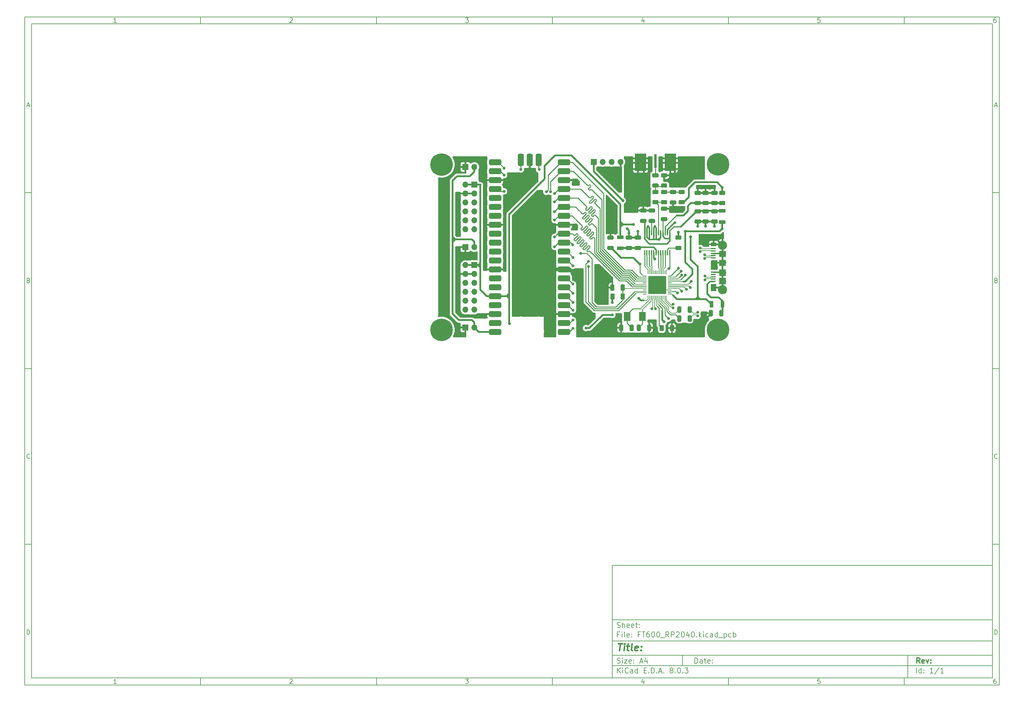
<source format=gbr>
%TF.GenerationSoftware,KiCad,Pcbnew,8.0.3-8.0.3-0~ubuntu22.04.1*%
%TF.CreationDate,2024-09-16T11:35:50+02:00*%
%TF.ProjectId,FT600_RP2040,46543630-305f-4525-9032-3034302e6b69,rev?*%
%TF.SameCoordinates,PX7735940PY61c06a0*%
%TF.FileFunction,Copper,L1,Top*%
%TF.FilePolarity,Positive*%
%FSLAX46Y46*%
G04 Gerber Fmt 4.6, Leading zero omitted, Abs format (unit mm)*
G04 Created by KiCad (PCBNEW 8.0.3-8.0.3-0~ubuntu22.04.1) date 2024-09-16 11:35:50*
%MOMM*%
%LPD*%
G01*
G04 APERTURE LIST*
G04 Aperture macros list*
%AMRoundRect*
0 Rectangle with rounded corners*
0 $1 Rounding radius*
0 $2 $3 $4 $5 $6 $7 $8 $9 X,Y pos of 4 corners*
0 Add a 4 corners polygon primitive as box body*
4,1,4,$2,$3,$4,$5,$6,$7,$8,$9,$2,$3,0*
0 Add four circle primitives for the rounded corners*
1,1,$1+$1,$2,$3*
1,1,$1+$1,$4,$5*
1,1,$1+$1,$6,$7*
1,1,$1+$1,$8,$9*
0 Add four rect primitives between the rounded corners*
20,1,$1+$1,$2,$3,$4,$5,0*
20,1,$1+$1,$4,$5,$6,$7,0*
20,1,$1+$1,$6,$7,$8,$9,0*
20,1,$1+$1,$8,$9,$2,$3,0*%
G04 Aperture macros list end*
%ADD10C,0.100000*%
%ADD11C,0.150000*%
%ADD12C,0.300000*%
%ADD13C,0.400000*%
%TA.AperFunction,SMDPad,CuDef*%
%ADD14RoundRect,0.250000X0.325000X0.650000X-0.325000X0.650000X-0.325000X-0.650000X0.325000X-0.650000X0*%
%TD*%
%TA.AperFunction,SMDPad,CuDef*%
%ADD15R,1.350000X0.400000*%
%TD*%
%TA.AperFunction,ComponentPad*%
%ADD16C,2.580000*%
%TD*%
%TA.AperFunction,SMDPad,CuDef*%
%ADD17R,1.900000X1.900000*%
%TD*%
%TA.AperFunction,SMDPad,CuDef*%
%ADD18R,1.900000X1.800000*%
%TD*%
%TA.AperFunction,SMDPad,CuDef*%
%ADD19R,1.600000X1.000000*%
%TD*%
%TA.AperFunction,SMDPad,CuDef*%
%ADD20R,1.600000X2.100000*%
%TD*%
%TA.AperFunction,ComponentPad*%
%ADD21C,0.800000*%
%TD*%
%TA.AperFunction,ComponentPad*%
%ADD22C,6.400000*%
%TD*%
%TA.AperFunction,SMDPad,CuDef*%
%ADD23RoundRect,0.425000X1.325000X0.425000X-1.325000X0.425000X-1.325000X-0.425000X1.325000X-0.425000X0*%
%TD*%
%TA.AperFunction,SMDPad,CuDef*%
%ADD24RoundRect,0.425000X-0.425000X1.325000X-0.425000X-1.325000X0.425000X-1.325000X0.425000X1.325000X0*%
%TD*%
%TA.AperFunction,ComponentPad*%
%ADD25R,1.700000X1.700000*%
%TD*%
%TA.AperFunction,ComponentPad*%
%ADD26O,1.700000X1.700000*%
%TD*%
%TA.AperFunction,SMDPad,CuDef*%
%ADD27R,1.900000X2.600000*%
%TD*%
%TA.AperFunction,SMDPad,CuDef*%
%ADD28RoundRect,0.250000X0.625000X-0.312500X0.625000X0.312500X-0.625000X0.312500X-0.625000X-0.312500X0*%
%TD*%
%TA.AperFunction,SMDPad,CuDef*%
%ADD29RoundRect,0.250000X0.650000X-0.325000X0.650000X0.325000X-0.650000X0.325000X-0.650000X-0.325000X0*%
%TD*%
%TA.AperFunction,SMDPad,CuDef*%
%ADD30R,0.700000X4.000000*%
%TD*%
%TA.AperFunction,SMDPad,CuDef*%
%ADD31R,3.200000X4.900000*%
%TD*%
%TA.AperFunction,SMDPad,CuDef*%
%ADD32RoundRect,0.250000X-0.275000X-0.700000X0.275000X-0.700000X0.275000X0.700000X-0.275000X0.700000X0*%
%TD*%
%TA.AperFunction,SMDPad,CuDef*%
%ADD33RoundRect,0.250000X0.312500X0.625000X-0.312500X0.625000X-0.312500X-0.625000X0.312500X-0.625000X0*%
%TD*%
%TA.AperFunction,SMDPad,CuDef*%
%ADD34RoundRect,0.250000X-0.325000X-0.650000X0.325000X-0.650000X0.325000X0.650000X-0.325000X0.650000X0*%
%TD*%
%TA.AperFunction,SMDPad,CuDef*%
%ADD35RoundRect,0.100000X-0.100000X0.637500X-0.100000X-0.637500X0.100000X-0.637500X0.100000X0.637500X0*%
%TD*%
%TA.AperFunction,SMDPad,CuDef*%
%ADD36RoundRect,0.250000X0.700000X-0.275000X0.700000X0.275000X-0.700000X0.275000X-0.700000X-0.275000X0*%
%TD*%
%TA.AperFunction,SMDPad,CuDef*%
%ADD37RoundRect,0.250000X-0.625000X0.312500X-0.625000X-0.312500X0.625000X-0.312500X0.625000X0.312500X0*%
%TD*%
%TA.AperFunction,SMDPad,CuDef*%
%ADD38RoundRect,0.250000X-0.650000X0.325000X-0.650000X-0.325000X0.650000X-0.325000X0.650000X0.325000X0*%
%TD*%
%TA.AperFunction,SMDPad,CuDef*%
%ADD39RoundRect,0.050000X-0.450000X-0.050000X0.450000X-0.050000X0.450000X0.050000X-0.450000X0.050000X0*%
%TD*%
%TA.AperFunction,SMDPad,CuDef*%
%ADD40RoundRect,0.050000X-0.050000X-0.450000X0.050000X-0.450000X0.050000X0.450000X-0.050000X0.450000X0*%
%TD*%
%TA.AperFunction,HeatsinkPad*%
%ADD41R,3.900000X4.700000*%
%TD*%
%TA.AperFunction,SMDPad,CuDef*%
%ADD42RoundRect,0.250000X-0.700000X0.275000X-0.700000X-0.275000X0.700000X-0.275000X0.700000X0.275000X0*%
%TD*%
%TA.AperFunction,ViaPad*%
%ADD43C,0.800000*%
%TD*%
%TA.AperFunction,Conductor*%
%ADD44C,0.500000*%
%TD*%
%TA.AperFunction,Conductor*%
%ADD45C,0.200000*%
%TD*%
%TA.AperFunction,Conductor*%
%ADD46C,0.250000*%
%TD*%
%TA.AperFunction,Conductor*%
%ADD47C,0.400000*%
%TD*%
%TA.AperFunction,Conductor*%
%ADD48C,1.000000*%
%TD*%
%TA.AperFunction,Conductor*%
%ADD49C,0.300000*%
%TD*%
G04 APERTURE END LIST*
D10*
D11*
X52002200Y-63507200D02*
X160002200Y-63507200D01*
X160002200Y-95507200D01*
X52002200Y-95507200D01*
X52002200Y-63507200D01*
D10*
D11*
X-115000000Y92500000D02*
X162002200Y92500000D01*
X162002200Y-97507200D01*
X-115000000Y-97507200D01*
X-115000000Y92500000D01*
D10*
D11*
X-113000000Y90500000D02*
X160002200Y90500000D01*
X160002200Y-95507200D01*
X-113000000Y-95507200D01*
X-113000000Y90500000D01*
D10*
D11*
X-65000000Y90500000D02*
X-65000000Y92500000D01*
D10*
D11*
X-15000000Y90500000D02*
X-15000000Y92500000D01*
D10*
D11*
X35000000Y90500000D02*
X35000000Y92500000D01*
D10*
D11*
X85000000Y90500000D02*
X85000000Y92500000D01*
D10*
D11*
X135000000Y90500000D02*
X135000000Y92500000D01*
D10*
D11*
X-88910840Y90906396D02*
X-89653697Y90906396D01*
X-89282269Y90906396D02*
X-89282269Y92206396D01*
X-89282269Y92206396D02*
X-89406078Y92020681D01*
X-89406078Y92020681D02*
X-89529888Y91896872D01*
X-89529888Y91896872D02*
X-89653697Y91834967D01*
D10*
D11*
X-39653697Y92082586D02*
X-39591793Y92144491D01*
X-39591793Y92144491D02*
X-39467983Y92206396D01*
X-39467983Y92206396D02*
X-39158459Y92206396D01*
X-39158459Y92206396D02*
X-39034650Y92144491D01*
X-39034650Y92144491D02*
X-38972745Y92082586D01*
X-38972745Y92082586D02*
X-38910840Y91958777D01*
X-38910840Y91958777D02*
X-38910840Y91834967D01*
X-38910840Y91834967D02*
X-38972745Y91649253D01*
X-38972745Y91649253D02*
X-39715602Y90906396D01*
X-39715602Y90906396D02*
X-38910840Y90906396D01*
D10*
D11*
X10284398Y92206396D02*
X11089160Y92206396D01*
X11089160Y92206396D02*
X10655826Y91711158D01*
X10655826Y91711158D02*
X10841541Y91711158D01*
X10841541Y91711158D02*
X10965350Y91649253D01*
X10965350Y91649253D02*
X11027255Y91587348D01*
X11027255Y91587348D02*
X11089160Y91463539D01*
X11089160Y91463539D02*
X11089160Y91154015D01*
X11089160Y91154015D02*
X11027255Y91030205D01*
X11027255Y91030205D02*
X10965350Y90968300D01*
X10965350Y90968300D02*
X10841541Y90906396D01*
X10841541Y90906396D02*
X10470112Y90906396D01*
X10470112Y90906396D02*
X10346303Y90968300D01*
X10346303Y90968300D02*
X10284398Y91030205D01*
D10*
D11*
X60965350Y91773062D02*
X60965350Y90906396D01*
X60655826Y92268300D02*
X60346303Y91339729D01*
X60346303Y91339729D02*
X61151064Y91339729D01*
D10*
D11*
X111027255Y92206396D02*
X110408207Y92206396D01*
X110408207Y92206396D02*
X110346303Y91587348D01*
X110346303Y91587348D02*
X110408207Y91649253D01*
X110408207Y91649253D02*
X110532017Y91711158D01*
X110532017Y91711158D02*
X110841541Y91711158D01*
X110841541Y91711158D02*
X110965350Y91649253D01*
X110965350Y91649253D02*
X111027255Y91587348D01*
X111027255Y91587348D02*
X111089160Y91463539D01*
X111089160Y91463539D02*
X111089160Y91154015D01*
X111089160Y91154015D02*
X111027255Y91030205D01*
X111027255Y91030205D02*
X110965350Y90968300D01*
X110965350Y90968300D02*
X110841541Y90906396D01*
X110841541Y90906396D02*
X110532017Y90906396D01*
X110532017Y90906396D02*
X110408207Y90968300D01*
X110408207Y90968300D02*
X110346303Y91030205D01*
D10*
D11*
X160965350Y92206396D02*
X160717731Y92206396D01*
X160717731Y92206396D02*
X160593922Y92144491D01*
X160593922Y92144491D02*
X160532017Y92082586D01*
X160532017Y92082586D02*
X160408207Y91896872D01*
X160408207Y91896872D02*
X160346303Y91649253D01*
X160346303Y91649253D02*
X160346303Y91154015D01*
X160346303Y91154015D02*
X160408207Y91030205D01*
X160408207Y91030205D02*
X160470112Y90968300D01*
X160470112Y90968300D02*
X160593922Y90906396D01*
X160593922Y90906396D02*
X160841541Y90906396D01*
X160841541Y90906396D02*
X160965350Y90968300D01*
X160965350Y90968300D02*
X161027255Y91030205D01*
X161027255Y91030205D02*
X161089160Y91154015D01*
X161089160Y91154015D02*
X161089160Y91463539D01*
X161089160Y91463539D02*
X161027255Y91587348D01*
X161027255Y91587348D02*
X160965350Y91649253D01*
X160965350Y91649253D02*
X160841541Y91711158D01*
X160841541Y91711158D02*
X160593922Y91711158D01*
X160593922Y91711158D02*
X160470112Y91649253D01*
X160470112Y91649253D02*
X160408207Y91587348D01*
X160408207Y91587348D02*
X160346303Y91463539D01*
D10*
D11*
X-65000000Y-95507200D02*
X-65000000Y-97507200D01*
D10*
D11*
X-15000000Y-95507200D02*
X-15000000Y-97507200D01*
D10*
D11*
X35000000Y-95507200D02*
X35000000Y-97507200D01*
D10*
D11*
X85000000Y-95507200D02*
X85000000Y-97507200D01*
D10*
D11*
X135000000Y-95507200D02*
X135000000Y-97507200D01*
D10*
D11*
X-88910840Y-97100804D02*
X-89653697Y-97100804D01*
X-89282269Y-97100804D02*
X-89282269Y-95800804D01*
X-89282269Y-95800804D02*
X-89406078Y-95986519D01*
X-89406078Y-95986519D02*
X-89529888Y-96110328D01*
X-89529888Y-96110328D02*
X-89653697Y-96172233D01*
D10*
D11*
X-39653697Y-95924614D02*
X-39591793Y-95862709D01*
X-39591793Y-95862709D02*
X-39467983Y-95800804D01*
X-39467983Y-95800804D02*
X-39158459Y-95800804D01*
X-39158459Y-95800804D02*
X-39034650Y-95862709D01*
X-39034650Y-95862709D02*
X-38972745Y-95924614D01*
X-38972745Y-95924614D02*
X-38910840Y-96048423D01*
X-38910840Y-96048423D02*
X-38910840Y-96172233D01*
X-38910840Y-96172233D02*
X-38972745Y-96357947D01*
X-38972745Y-96357947D02*
X-39715602Y-97100804D01*
X-39715602Y-97100804D02*
X-38910840Y-97100804D01*
D10*
D11*
X10284398Y-95800804D02*
X11089160Y-95800804D01*
X11089160Y-95800804D02*
X10655826Y-96296042D01*
X10655826Y-96296042D02*
X10841541Y-96296042D01*
X10841541Y-96296042D02*
X10965350Y-96357947D01*
X10965350Y-96357947D02*
X11027255Y-96419852D01*
X11027255Y-96419852D02*
X11089160Y-96543661D01*
X11089160Y-96543661D02*
X11089160Y-96853185D01*
X11089160Y-96853185D02*
X11027255Y-96976995D01*
X11027255Y-96976995D02*
X10965350Y-97038900D01*
X10965350Y-97038900D02*
X10841541Y-97100804D01*
X10841541Y-97100804D02*
X10470112Y-97100804D01*
X10470112Y-97100804D02*
X10346303Y-97038900D01*
X10346303Y-97038900D02*
X10284398Y-96976995D01*
D10*
D11*
X60965350Y-96234138D02*
X60965350Y-97100804D01*
X60655826Y-95738900D02*
X60346303Y-96667471D01*
X60346303Y-96667471D02*
X61151064Y-96667471D01*
D10*
D11*
X111027255Y-95800804D02*
X110408207Y-95800804D01*
X110408207Y-95800804D02*
X110346303Y-96419852D01*
X110346303Y-96419852D02*
X110408207Y-96357947D01*
X110408207Y-96357947D02*
X110532017Y-96296042D01*
X110532017Y-96296042D02*
X110841541Y-96296042D01*
X110841541Y-96296042D02*
X110965350Y-96357947D01*
X110965350Y-96357947D02*
X111027255Y-96419852D01*
X111027255Y-96419852D02*
X111089160Y-96543661D01*
X111089160Y-96543661D02*
X111089160Y-96853185D01*
X111089160Y-96853185D02*
X111027255Y-96976995D01*
X111027255Y-96976995D02*
X110965350Y-97038900D01*
X110965350Y-97038900D02*
X110841541Y-97100804D01*
X110841541Y-97100804D02*
X110532017Y-97100804D01*
X110532017Y-97100804D02*
X110408207Y-97038900D01*
X110408207Y-97038900D02*
X110346303Y-96976995D01*
D10*
D11*
X160965350Y-95800804D02*
X160717731Y-95800804D01*
X160717731Y-95800804D02*
X160593922Y-95862709D01*
X160593922Y-95862709D02*
X160532017Y-95924614D01*
X160532017Y-95924614D02*
X160408207Y-96110328D01*
X160408207Y-96110328D02*
X160346303Y-96357947D01*
X160346303Y-96357947D02*
X160346303Y-96853185D01*
X160346303Y-96853185D02*
X160408207Y-96976995D01*
X160408207Y-96976995D02*
X160470112Y-97038900D01*
X160470112Y-97038900D02*
X160593922Y-97100804D01*
X160593922Y-97100804D02*
X160841541Y-97100804D01*
X160841541Y-97100804D02*
X160965350Y-97038900D01*
X160965350Y-97038900D02*
X161027255Y-96976995D01*
X161027255Y-96976995D02*
X161089160Y-96853185D01*
X161089160Y-96853185D02*
X161089160Y-96543661D01*
X161089160Y-96543661D02*
X161027255Y-96419852D01*
X161027255Y-96419852D02*
X160965350Y-96357947D01*
X160965350Y-96357947D02*
X160841541Y-96296042D01*
X160841541Y-96296042D02*
X160593922Y-96296042D01*
X160593922Y-96296042D02*
X160470112Y-96357947D01*
X160470112Y-96357947D02*
X160408207Y-96419852D01*
X160408207Y-96419852D02*
X160346303Y-96543661D01*
D10*
D11*
X-115000000Y42500000D02*
X-113000000Y42500000D01*
D10*
D11*
X-115000000Y-7500000D02*
X-113000000Y-7500000D01*
D10*
D11*
X-115000000Y-57500000D02*
X-113000000Y-57500000D01*
D10*
D11*
X-114309524Y67277824D02*
X-113690477Y67277824D01*
X-114433334Y66906396D02*
X-114000001Y68206396D01*
X-114000001Y68206396D02*
X-113566667Y66906396D01*
D10*
D11*
X-113907143Y17587348D02*
X-113721429Y17525443D01*
X-113721429Y17525443D02*
X-113659524Y17463539D01*
X-113659524Y17463539D02*
X-113597620Y17339729D01*
X-113597620Y17339729D02*
X-113597620Y17154015D01*
X-113597620Y17154015D02*
X-113659524Y17030205D01*
X-113659524Y17030205D02*
X-113721429Y16968300D01*
X-113721429Y16968300D02*
X-113845239Y16906396D01*
X-113845239Y16906396D02*
X-114340477Y16906396D01*
X-114340477Y16906396D02*
X-114340477Y18206396D01*
X-114340477Y18206396D02*
X-113907143Y18206396D01*
X-113907143Y18206396D02*
X-113783334Y18144491D01*
X-113783334Y18144491D02*
X-113721429Y18082586D01*
X-113721429Y18082586D02*
X-113659524Y17958777D01*
X-113659524Y17958777D02*
X-113659524Y17834967D01*
X-113659524Y17834967D02*
X-113721429Y17711158D01*
X-113721429Y17711158D02*
X-113783334Y17649253D01*
X-113783334Y17649253D02*
X-113907143Y17587348D01*
X-113907143Y17587348D02*
X-114340477Y17587348D01*
D10*
D11*
X-113597620Y-32969795D02*
X-113659524Y-33031700D01*
X-113659524Y-33031700D02*
X-113845239Y-33093604D01*
X-113845239Y-33093604D02*
X-113969048Y-33093604D01*
X-113969048Y-33093604D02*
X-114154762Y-33031700D01*
X-114154762Y-33031700D02*
X-114278572Y-32907890D01*
X-114278572Y-32907890D02*
X-114340477Y-32784080D01*
X-114340477Y-32784080D02*
X-114402381Y-32536461D01*
X-114402381Y-32536461D02*
X-114402381Y-32350747D01*
X-114402381Y-32350747D02*
X-114340477Y-32103128D01*
X-114340477Y-32103128D02*
X-114278572Y-31979319D01*
X-114278572Y-31979319D02*
X-114154762Y-31855509D01*
X-114154762Y-31855509D02*
X-113969048Y-31793604D01*
X-113969048Y-31793604D02*
X-113845239Y-31793604D01*
X-113845239Y-31793604D02*
X-113659524Y-31855509D01*
X-113659524Y-31855509D02*
X-113597620Y-31917414D01*
D10*
D11*
X-114340477Y-83093604D02*
X-114340477Y-81793604D01*
X-114340477Y-81793604D02*
X-114030953Y-81793604D01*
X-114030953Y-81793604D02*
X-113845239Y-81855509D01*
X-113845239Y-81855509D02*
X-113721429Y-81979319D01*
X-113721429Y-81979319D02*
X-113659524Y-82103128D01*
X-113659524Y-82103128D02*
X-113597620Y-82350747D01*
X-113597620Y-82350747D02*
X-113597620Y-82536461D01*
X-113597620Y-82536461D02*
X-113659524Y-82784080D01*
X-113659524Y-82784080D02*
X-113721429Y-82907890D01*
X-113721429Y-82907890D02*
X-113845239Y-83031700D01*
X-113845239Y-83031700D02*
X-114030953Y-83093604D01*
X-114030953Y-83093604D02*
X-114340477Y-83093604D01*
D10*
D11*
X162002200Y42500000D02*
X160002200Y42500000D01*
D10*
D11*
X162002200Y-7500000D02*
X160002200Y-7500000D01*
D10*
D11*
X162002200Y-57500000D02*
X160002200Y-57500000D01*
D10*
D11*
X160692676Y67277824D02*
X161311723Y67277824D01*
X160568866Y66906396D02*
X161002199Y68206396D01*
X161002199Y68206396D02*
X161435533Y66906396D01*
D10*
D11*
X161095057Y17587348D02*
X161280771Y17525443D01*
X161280771Y17525443D02*
X161342676Y17463539D01*
X161342676Y17463539D02*
X161404580Y17339729D01*
X161404580Y17339729D02*
X161404580Y17154015D01*
X161404580Y17154015D02*
X161342676Y17030205D01*
X161342676Y17030205D02*
X161280771Y16968300D01*
X161280771Y16968300D02*
X161156961Y16906396D01*
X161156961Y16906396D02*
X160661723Y16906396D01*
X160661723Y16906396D02*
X160661723Y18206396D01*
X160661723Y18206396D02*
X161095057Y18206396D01*
X161095057Y18206396D02*
X161218866Y18144491D01*
X161218866Y18144491D02*
X161280771Y18082586D01*
X161280771Y18082586D02*
X161342676Y17958777D01*
X161342676Y17958777D02*
X161342676Y17834967D01*
X161342676Y17834967D02*
X161280771Y17711158D01*
X161280771Y17711158D02*
X161218866Y17649253D01*
X161218866Y17649253D02*
X161095057Y17587348D01*
X161095057Y17587348D02*
X160661723Y17587348D01*
D10*
D11*
X161404580Y-32969795D02*
X161342676Y-33031700D01*
X161342676Y-33031700D02*
X161156961Y-33093604D01*
X161156961Y-33093604D02*
X161033152Y-33093604D01*
X161033152Y-33093604D02*
X160847438Y-33031700D01*
X160847438Y-33031700D02*
X160723628Y-32907890D01*
X160723628Y-32907890D02*
X160661723Y-32784080D01*
X160661723Y-32784080D02*
X160599819Y-32536461D01*
X160599819Y-32536461D02*
X160599819Y-32350747D01*
X160599819Y-32350747D02*
X160661723Y-32103128D01*
X160661723Y-32103128D02*
X160723628Y-31979319D01*
X160723628Y-31979319D02*
X160847438Y-31855509D01*
X160847438Y-31855509D02*
X161033152Y-31793604D01*
X161033152Y-31793604D02*
X161156961Y-31793604D01*
X161156961Y-31793604D02*
X161342676Y-31855509D01*
X161342676Y-31855509D02*
X161404580Y-31917414D01*
D10*
D11*
X160661723Y-83093604D02*
X160661723Y-81793604D01*
X160661723Y-81793604D02*
X160971247Y-81793604D01*
X160971247Y-81793604D02*
X161156961Y-81855509D01*
X161156961Y-81855509D02*
X161280771Y-81979319D01*
X161280771Y-81979319D02*
X161342676Y-82103128D01*
X161342676Y-82103128D02*
X161404580Y-82350747D01*
X161404580Y-82350747D02*
X161404580Y-82536461D01*
X161404580Y-82536461D02*
X161342676Y-82784080D01*
X161342676Y-82784080D02*
X161280771Y-82907890D01*
X161280771Y-82907890D02*
X161156961Y-83031700D01*
X161156961Y-83031700D02*
X160971247Y-83093604D01*
X160971247Y-83093604D02*
X160661723Y-83093604D01*
D10*
D11*
X75458026Y-91293328D02*
X75458026Y-89793328D01*
X75458026Y-89793328D02*
X75815169Y-89793328D01*
X75815169Y-89793328D02*
X76029455Y-89864757D01*
X76029455Y-89864757D02*
X76172312Y-90007614D01*
X76172312Y-90007614D02*
X76243741Y-90150471D01*
X76243741Y-90150471D02*
X76315169Y-90436185D01*
X76315169Y-90436185D02*
X76315169Y-90650471D01*
X76315169Y-90650471D02*
X76243741Y-90936185D01*
X76243741Y-90936185D02*
X76172312Y-91079042D01*
X76172312Y-91079042D02*
X76029455Y-91221900D01*
X76029455Y-91221900D02*
X75815169Y-91293328D01*
X75815169Y-91293328D02*
X75458026Y-91293328D01*
X77600884Y-91293328D02*
X77600884Y-90507614D01*
X77600884Y-90507614D02*
X77529455Y-90364757D01*
X77529455Y-90364757D02*
X77386598Y-90293328D01*
X77386598Y-90293328D02*
X77100884Y-90293328D01*
X77100884Y-90293328D02*
X76958026Y-90364757D01*
X77600884Y-91221900D02*
X77458026Y-91293328D01*
X77458026Y-91293328D02*
X77100884Y-91293328D01*
X77100884Y-91293328D02*
X76958026Y-91221900D01*
X76958026Y-91221900D02*
X76886598Y-91079042D01*
X76886598Y-91079042D02*
X76886598Y-90936185D01*
X76886598Y-90936185D02*
X76958026Y-90793328D01*
X76958026Y-90793328D02*
X77100884Y-90721900D01*
X77100884Y-90721900D02*
X77458026Y-90721900D01*
X77458026Y-90721900D02*
X77600884Y-90650471D01*
X78100884Y-90293328D02*
X78672312Y-90293328D01*
X78315169Y-89793328D02*
X78315169Y-91079042D01*
X78315169Y-91079042D02*
X78386598Y-91221900D01*
X78386598Y-91221900D02*
X78529455Y-91293328D01*
X78529455Y-91293328D02*
X78672312Y-91293328D01*
X79743741Y-91221900D02*
X79600884Y-91293328D01*
X79600884Y-91293328D02*
X79315170Y-91293328D01*
X79315170Y-91293328D02*
X79172312Y-91221900D01*
X79172312Y-91221900D02*
X79100884Y-91079042D01*
X79100884Y-91079042D02*
X79100884Y-90507614D01*
X79100884Y-90507614D02*
X79172312Y-90364757D01*
X79172312Y-90364757D02*
X79315170Y-90293328D01*
X79315170Y-90293328D02*
X79600884Y-90293328D01*
X79600884Y-90293328D02*
X79743741Y-90364757D01*
X79743741Y-90364757D02*
X79815170Y-90507614D01*
X79815170Y-90507614D02*
X79815170Y-90650471D01*
X79815170Y-90650471D02*
X79100884Y-90793328D01*
X80458026Y-91150471D02*
X80529455Y-91221900D01*
X80529455Y-91221900D02*
X80458026Y-91293328D01*
X80458026Y-91293328D02*
X80386598Y-91221900D01*
X80386598Y-91221900D02*
X80458026Y-91150471D01*
X80458026Y-91150471D02*
X80458026Y-91293328D01*
X80458026Y-90364757D02*
X80529455Y-90436185D01*
X80529455Y-90436185D02*
X80458026Y-90507614D01*
X80458026Y-90507614D02*
X80386598Y-90436185D01*
X80386598Y-90436185D02*
X80458026Y-90364757D01*
X80458026Y-90364757D02*
X80458026Y-90507614D01*
D10*
D11*
X52002200Y-92007200D02*
X160002200Y-92007200D01*
D10*
D11*
X53458026Y-94093328D02*
X53458026Y-92593328D01*
X54315169Y-94093328D02*
X53672312Y-93236185D01*
X54315169Y-92593328D02*
X53458026Y-93450471D01*
X54958026Y-94093328D02*
X54958026Y-93093328D01*
X54958026Y-92593328D02*
X54886598Y-92664757D01*
X54886598Y-92664757D02*
X54958026Y-92736185D01*
X54958026Y-92736185D02*
X55029455Y-92664757D01*
X55029455Y-92664757D02*
X54958026Y-92593328D01*
X54958026Y-92593328D02*
X54958026Y-92736185D01*
X56529455Y-93950471D02*
X56458027Y-94021900D01*
X56458027Y-94021900D02*
X56243741Y-94093328D01*
X56243741Y-94093328D02*
X56100884Y-94093328D01*
X56100884Y-94093328D02*
X55886598Y-94021900D01*
X55886598Y-94021900D02*
X55743741Y-93879042D01*
X55743741Y-93879042D02*
X55672312Y-93736185D01*
X55672312Y-93736185D02*
X55600884Y-93450471D01*
X55600884Y-93450471D02*
X55600884Y-93236185D01*
X55600884Y-93236185D02*
X55672312Y-92950471D01*
X55672312Y-92950471D02*
X55743741Y-92807614D01*
X55743741Y-92807614D02*
X55886598Y-92664757D01*
X55886598Y-92664757D02*
X56100884Y-92593328D01*
X56100884Y-92593328D02*
X56243741Y-92593328D01*
X56243741Y-92593328D02*
X56458027Y-92664757D01*
X56458027Y-92664757D02*
X56529455Y-92736185D01*
X57815170Y-94093328D02*
X57815170Y-93307614D01*
X57815170Y-93307614D02*
X57743741Y-93164757D01*
X57743741Y-93164757D02*
X57600884Y-93093328D01*
X57600884Y-93093328D02*
X57315170Y-93093328D01*
X57315170Y-93093328D02*
X57172312Y-93164757D01*
X57815170Y-94021900D02*
X57672312Y-94093328D01*
X57672312Y-94093328D02*
X57315170Y-94093328D01*
X57315170Y-94093328D02*
X57172312Y-94021900D01*
X57172312Y-94021900D02*
X57100884Y-93879042D01*
X57100884Y-93879042D02*
X57100884Y-93736185D01*
X57100884Y-93736185D02*
X57172312Y-93593328D01*
X57172312Y-93593328D02*
X57315170Y-93521900D01*
X57315170Y-93521900D02*
X57672312Y-93521900D01*
X57672312Y-93521900D02*
X57815170Y-93450471D01*
X59172313Y-94093328D02*
X59172313Y-92593328D01*
X59172313Y-94021900D02*
X59029455Y-94093328D01*
X59029455Y-94093328D02*
X58743741Y-94093328D01*
X58743741Y-94093328D02*
X58600884Y-94021900D01*
X58600884Y-94021900D02*
X58529455Y-93950471D01*
X58529455Y-93950471D02*
X58458027Y-93807614D01*
X58458027Y-93807614D02*
X58458027Y-93379042D01*
X58458027Y-93379042D02*
X58529455Y-93236185D01*
X58529455Y-93236185D02*
X58600884Y-93164757D01*
X58600884Y-93164757D02*
X58743741Y-93093328D01*
X58743741Y-93093328D02*
X59029455Y-93093328D01*
X59029455Y-93093328D02*
X59172313Y-93164757D01*
X61029455Y-93307614D02*
X61529455Y-93307614D01*
X61743741Y-94093328D02*
X61029455Y-94093328D01*
X61029455Y-94093328D02*
X61029455Y-92593328D01*
X61029455Y-92593328D02*
X61743741Y-92593328D01*
X62386598Y-93950471D02*
X62458027Y-94021900D01*
X62458027Y-94021900D02*
X62386598Y-94093328D01*
X62386598Y-94093328D02*
X62315170Y-94021900D01*
X62315170Y-94021900D02*
X62386598Y-93950471D01*
X62386598Y-93950471D02*
X62386598Y-94093328D01*
X63100884Y-94093328D02*
X63100884Y-92593328D01*
X63100884Y-92593328D02*
X63458027Y-92593328D01*
X63458027Y-92593328D02*
X63672313Y-92664757D01*
X63672313Y-92664757D02*
X63815170Y-92807614D01*
X63815170Y-92807614D02*
X63886599Y-92950471D01*
X63886599Y-92950471D02*
X63958027Y-93236185D01*
X63958027Y-93236185D02*
X63958027Y-93450471D01*
X63958027Y-93450471D02*
X63886599Y-93736185D01*
X63886599Y-93736185D02*
X63815170Y-93879042D01*
X63815170Y-93879042D02*
X63672313Y-94021900D01*
X63672313Y-94021900D02*
X63458027Y-94093328D01*
X63458027Y-94093328D02*
X63100884Y-94093328D01*
X64600884Y-93950471D02*
X64672313Y-94021900D01*
X64672313Y-94021900D02*
X64600884Y-94093328D01*
X64600884Y-94093328D02*
X64529456Y-94021900D01*
X64529456Y-94021900D02*
X64600884Y-93950471D01*
X64600884Y-93950471D02*
X64600884Y-94093328D01*
X65243742Y-93664757D02*
X65958028Y-93664757D01*
X65100885Y-94093328D02*
X65600885Y-92593328D01*
X65600885Y-92593328D02*
X66100885Y-94093328D01*
X66600884Y-93950471D02*
X66672313Y-94021900D01*
X66672313Y-94021900D02*
X66600884Y-94093328D01*
X66600884Y-94093328D02*
X66529456Y-94021900D01*
X66529456Y-94021900D02*
X66600884Y-93950471D01*
X66600884Y-93950471D02*
X66600884Y-94093328D01*
X68672313Y-93236185D02*
X68529456Y-93164757D01*
X68529456Y-93164757D02*
X68458027Y-93093328D01*
X68458027Y-93093328D02*
X68386599Y-92950471D01*
X68386599Y-92950471D02*
X68386599Y-92879042D01*
X68386599Y-92879042D02*
X68458027Y-92736185D01*
X68458027Y-92736185D02*
X68529456Y-92664757D01*
X68529456Y-92664757D02*
X68672313Y-92593328D01*
X68672313Y-92593328D02*
X68958027Y-92593328D01*
X68958027Y-92593328D02*
X69100885Y-92664757D01*
X69100885Y-92664757D02*
X69172313Y-92736185D01*
X69172313Y-92736185D02*
X69243742Y-92879042D01*
X69243742Y-92879042D02*
X69243742Y-92950471D01*
X69243742Y-92950471D02*
X69172313Y-93093328D01*
X69172313Y-93093328D02*
X69100885Y-93164757D01*
X69100885Y-93164757D02*
X68958027Y-93236185D01*
X68958027Y-93236185D02*
X68672313Y-93236185D01*
X68672313Y-93236185D02*
X68529456Y-93307614D01*
X68529456Y-93307614D02*
X68458027Y-93379042D01*
X68458027Y-93379042D02*
X68386599Y-93521900D01*
X68386599Y-93521900D02*
X68386599Y-93807614D01*
X68386599Y-93807614D02*
X68458027Y-93950471D01*
X68458027Y-93950471D02*
X68529456Y-94021900D01*
X68529456Y-94021900D02*
X68672313Y-94093328D01*
X68672313Y-94093328D02*
X68958027Y-94093328D01*
X68958027Y-94093328D02*
X69100885Y-94021900D01*
X69100885Y-94021900D02*
X69172313Y-93950471D01*
X69172313Y-93950471D02*
X69243742Y-93807614D01*
X69243742Y-93807614D02*
X69243742Y-93521900D01*
X69243742Y-93521900D02*
X69172313Y-93379042D01*
X69172313Y-93379042D02*
X69100885Y-93307614D01*
X69100885Y-93307614D02*
X68958027Y-93236185D01*
X69886598Y-93950471D02*
X69958027Y-94021900D01*
X69958027Y-94021900D02*
X69886598Y-94093328D01*
X69886598Y-94093328D02*
X69815170Y-94021900D01*
X69815170Y-94021900D02*
X69886598Y-93950471D01*
X69886598Y-93950471D02*
X69886598Y-94093328D01*
X70886599Y-92593328D02*
X71029456Y-92593328D01*
X71029456Y-92593328D02*
X71172313Y-92664757D01*
X71172313Y-92664757D02*
X71243742Y-92736185D01*
X71243742Y-92736185D02*
X71315170Y-92879042D01*
X71315170Y-92879042D02*
X71386599Y-93164757D01*
X71386599Y-93164757D02*
X71386599Y-93521900D01*
X71386599Y-93521900D02*
X71315170Y-93807614D01*
X71315170Y-93807614D02*
X71243742Y-93950471D01*
X71243742Y-93950471D02*
X71172313Y-94021900D01*
X71172313Y-94021900D02*
X71029456Y-94093328D01*
X71029456Y-94093328D02*
X70886599Y-94093328D01*
X70886599Y-94093328D02*
X70743742Y-94021900D01*
X70743742Y-94021900D02*
X70672313Y-93950471D01*
X70672313Y-93950471D02*
X70600884Y-93807614D01*
X70600884Y-93807614D02*
X70529456Y-93521900D01*
X70529456Y-93521900D02*
X70529456Y-93164757D01*
X70529456Y-93164757D02*
X70600884Y-92879042D01*
X70600884Y-92879042D02*
X70672313Y-92736185D01*
X70672313Y-92736185D02*
X70743742Y-92664757D01*
X70743742Y-92664757D02*
X70886599Y-92593328D01*
X72029455Y-93950471D02*
X72100884Y-94021900D01*
X72100884Y-94021900D02*
X72029455Y-94093328D01*
X72029455Y-94093328D02*
X71958027Y-94021900D01*
X71958027Y-94021900D02*
X72029455Y-93950471D01*
X72029455Y-93950471D02*
X72029455Y-94093328D01*
X72600884Y-92593328D02*
X73529456Y-92593328D01*
X73529456Y-92593328D02*
X73029456Y-93164757D01*
X73029456Y-93164757D02*
X73243741Y-93164757D01*
X73243741Y-93164757D02*
X73386599Y-93236185D01*
X73386599Y-93236185D02*
X73458027Y-93307614D01*
X73458027Y-93307614D02*
X73529456Y-93450471D01*
X73529456Y-93450471D02*
X73529456Y-93807614D01*
X73529456Y-93807614D02*
X73458027Y-93950471D01*
X73458027Y-93950471D02*
X73386599Y-94021900D01*
X73386599Y-94021900D02*
X73243741Y-94093328D01*
X73243741Y-94093328D02*
X72815170Y-94093328D01*
X72815170Y-94093328D02*
X72672313Y-94021900D01*
X72672313Y-94021900D02*
X72600884Y-93950471D01*
D10*
D11*
X52002200Y-89007200D02*
X160002200Y-89007200D01*
D10*
D12*
X139413853Y-91285528D02*
X138913853Y-90571242D01*
X138556710Y-91285528D02*
X138556710Y-89785528D01*
X138556710Y-89785528D02*
X139128139Y-89785528D01*
X139128139Y-89785528D02*
X139270996Y-89856957D01*
X139270996Y-89856957D02*
X139342425Y-89928385D01*
X139342425Y-89928385D02*
X139413853Y-90071242D01*
X139413853Y-90071242D02*
X139413853Y-90285528D01*
X139413853Y-90285528D02*
X139342425Y-90428385D01*
X139342425Y-90428385D02*
X139270996Y-90499814D01*
X139270996Y-90499814D02*
X139128139Y-90571242D01*
X139128139Y-90571242D02*
X138556710Y-90571242D01*
X140628139Y-91214100D02*
X140485282Y-91285528D01*
X140485282Y-91285528D02*
X140199568Y-91285528D01*
X140199568Y-91285528D02*
X140056710Y-91214100D01*
X140056710Y-91214100D02*
X139985282Y-91071242D01*
X139985282Y-91071242D02*
X139985282Y-90499814D01*
X139985282Y-90499814D02*
X140056710Y-90356957D01*
X140056710Y-90356957D02*
X140199568Y-90285528D01*
X140199568Y-90285528D02*
X140485282Y-90285528D01*
X140485282Y-90285528D02*
X140628139Y-90356957D01*
X140628139Y-90356957D02*
X140699568Y-90499814D01*
X140699568Y-90499814D02*
X140699568Y-90642671D01*
X140699568Y-90642671D02*
X139985282Y-90785528D01*
X141199567Y-90285528D02*
X141556710Y-91285528D01*
X141556710Y-91285528D02*
X141913853Y-90285528D01*
X142485281Y-91142671D02*
X142556710Y-91214100D01*
X142556710Y-91214100D02*
X142485281Y-91285528D01*
X142485281Y-91285528D02*
X142413853Y-91214100D01*
X142413853Y-91214100D02*
X142485281Y-91142671D01*
X142485281Y-91142671D02*
X142485281Y-91285528D01*
X142485281Y-90356957D02*
X142556710Y-90428385D01*
X142556710Y-90428385D02*
X142485281Y-90499814D01*
X142485281Y-90499814D02*
X142413853Y-90428385D01*
X142413853Y-90428385D02*
X142485281Y-90356957D01*
X142485281Y-90356957D02*
X142485281Y-90499814D01*
D10*
D11*
X53386598Y-91221900D02*
X53600884Y-91293328D01*
X53600884Y-91293328D02*
X53958026Y-91293328D01*
X53958026Y-91293328D02*
X54100884Y-91221900D01*
X54100884Y-91221900D02*
X54172312Y-91150471D01*
X54172312Y-91150471D02*
X54243741Y-91007614D01*
X54243741Y-91007614D02*
X54243741Y-90864757D01*
X54243741Y-90864757D02*
X54172312Y-90721900D01*
X54172312Y-90721900D02*
X54100884Y-90650471D01*
X54100884Y-90650471D02*
X53958026Y-90579042D01*
X53958026Y-90579042D02*
X53672312Y-90507614D01*
X53672312Y-90507614D02*
X53529455Y-90436185D01*
X53529455Y-90436185D02*
X53458026Y-90364757D01*
X53458026Y-90364757D02*
X53386598Y-90221900D01*
X53386598Y-90221900D02*
X53386598Y-90079042D01*
X53386598Y-90079042D02*
X53458026Y-89936185D01*
X53458026Y-89936185D02*
X53529455Y-89864757D01*
X53529455Y-89864757D02*
X53672312Y-89793328D01*
X53672312Y-89793328D02*
X54029455Y-89793328D01*
X54029455Y-89793328D02*
X54243741Y-89864757D01*
X54886597Y-91293328D02*
X54886597Y-90293328D01*
X54886597Y-89793328D02*
X54815169Y-89864757D01*
X54815169Y-89864757D02*
X54886597Y-89936185D01*
X54886597Y-89936185D02*
X54958026Y-89864757D01*
X54958026Y-89864757D02*
X54886597Y-89793328D01*
X54886597Y-89793328D02*
X54886597Y-89936185D01*
X55458026Y-90293328D02*
X56243741Y-90293328D01*
X56243741Y-90293328D02*
X55458026Y-91293328D01*
X55458026Y-91293328D02*
X56243741Y-91293328D01*
X57386598Y-91221900D02*
X57243741Y-91293328D01*
X57243741Y-91293328D02*
X56958027Y-91293328D01*
X56958027Y-91293328D02*
X56815169Y-91221900D01*
X56815169Y-91221900D02*
X56743741Y-91079042D01*
X56743741Y-91079042D02*
X56743741Y-90507614D01*
X56743741Y-90507614D02*
X56815169Y-90364757D01*
X56815169Y-90364757D02*
X56958027Y-90293328D01*
X56958027Y-90293328D02*
X57243741Y-90293328D01*
X57243741Y-90293328D02*
X57386598Y-90364757D01*
X57386598Y-90364757D02*
X57458027Y-90507614D01*
X57458027Y-90507614D02*
X57458027Y-90650471D01*
X57458027Y-90650471D02*
X56743741Y-90793328D01*
X58100883Y-91150471D02*
X58172312Y-91221900D01*
X58172312Y-91221900D02*
X58100883Y-91293328D01*
X58100883Y-91293328D02*
X58029455Y-91221900D01*
X58029455Y-91221900D02*
X58100883Y-91150471D01*
X58100883Y-91150471D02*
X58100883Y-91293328D01*
X58100883Y-90364757D02*
X58172312Y-90436185D01*
X58172312Y-90436185D02*
X58100883Y-90507614D01*
X58100883Y-90507614D02*
X58029455Y-90436185D01*
X58029455Y-90436185D02*
X58100883Y-90364757D01*
X58100883Y-90364757D02*
X58100883Y-90507614D01*
X59886598Y-90864757D02*
X60600884Y-90864757D01*
X59743741Y-91293328D02*
X60243741Y-89793328D01*
X60243741Y-89793328D02*
X60743741Y-91293328D01*
X61886598Y-90293328D02*
X61886598Y-91293328D01*
X61529455Y-89721900D02*
X61172312Y-90793328D01*
X61172312Y-90793328D02*
X62100883Y-90793328D01*
D10*
D11*
X138458026Y-94093328D02*
X138458026Y-92593328D01*
X139815170Y-94093328D02*
X139815170Y-92593328D01*
X139815170Y-94021900D02*
X139672312Y-94093328D01*
X139672312Y-94093328D02*
X139386598Y-94093328D01*
X139386598Y-94093328D02*
X139243741Y-94021900D01*
X139243741Y-94021900D02*
X139172312Y-93950471D01*
X139172312Y-93950471D02*
X139100884Y-93807614D01*
X139100884Y-93807614D02*
X139100884Y-93379042D01*
X139100884Y-93379042D02*
X139172312Y-93236185D01*
X139172312Y-93236185D02*
X139243741Y-93164757D01*
X139243741Y-93164757D02*
X139386598Y-93093328D01*
X139386598Y-93093328D02*
X139672312Y-93093328D01*
X139672312Y-93093328D02*
X139815170Y-93164757D01*
X140529455Y-93950471D02*
X140600884Y-94021900D01*
X140600884Y-94021900D02*
X140529455Y-94093328D01*
X140529455Y-94093328D02*
X140458027Y-94021900D01*
X140458027Y-94021900D02*
X140529455Y-93950471D01*
X140529455Y-93950471D02*
X140529455Y-94093328D01*
X140529455Y-93164757D02*
X140600884Y-93236185D01*
X140600884Y-93236185D02*
X140529455Y-93307614D01*
X140529455Y-93307614D02*
X140458027Y-93236185D01*
X140458027Y-93236185D02*
X140529455Y-93164757D01*
X140529455Y-93164757D02*
X140529455Y-93307614D01*
X143172313Y-94093328D02*
X142315170Y-94093328D01*
X142743741Y-94093328D02*
X142743741Y-92593328D01*
X142743741Y-92593328D02*
X142600884Y-92807614D01*
X142600884Y-92807614D02*
X142458027Y-92950471D01*
X142458027Y-92950471D02*
X142315170Y-93021900D01*
X144886598Y-92521900D02*
X143600884Y-94450471D01*
X146172313Y-94093328D02*
X145315170Y-94093328D01*
X145743741Y-94093328D02*
X145743741Y-92593328D01*
X145743741Y-92593328D02*
X145600884Y-92807614D01*
X145600884Y-92807614D02*
X145458027Y-92950471D01*
X145458027Y-92950471D02*
X145315170Y-93021900D01*
D10*
D11*
X52002200Y-85007200D02*
X160002200Y-85007200D01*
D10*
D13*
X53693928Y-85711638D02*
X54836785Y-85711638D01*
X54015357Y-87711638D02*
X54265357Y-85711638D01*
X55253452Y-87711638D02*
X55420119Y-86378304D01*
X55503452Y-85711638D02*
X55396309Y-85806876D01*
X55396309Y-85806876D02*
X55479643Y-85902114D01*
X55479643Y-85902114D02*
X55586786Y-85806876D01*
X55586786Y-85806876D02*
X55503452Y-85711638D01*
X55503452Y-85711638D02*
X55479643Y-85902114D01*
X56086786Y-86378304D02*
X56848690Y-86378304D01*
X56455833Y-85711638D02*
X56241548Y-87425923D01*
X56241548Y-87425923D02*
X56312976Y-87616400D01*
X56312976Y-87616400D02*
X56491548Y-87711638D01*
X56491548Y-87711638D02*
X56682024Y-87711638D01*
X57634405Y-87711638D02*
X57455833Y-87616400D01*
X57455833Y-87616400D02*
X57384405Y-87425923D01*
X57384405Y-87425923D02*
X57598690Y-85711638D01*
X59170119Y-87616400D02*
X58967738Y-87711638D01*
X58967738Y-87711638D02*
X58586785Y-87711638D01*
X58586785Y-87711638D02*
X58408214Y-87616400D01*
X58408214Y-87616400D02*
X58336785Y-87425923D01*
X58336785Y-87425923D02*
X58432024Y-86664019D01*
X58432024Y-86664019D02*
X58551071Y-86473542D01*
X58551071Y-86473542D02*
X58753452Y-86378304D01*
X58753452Y-86378304D02*
X59134404Y-86378304D01*
X59134404Y-86378304D02*
X59312976Y-86473542D01*
X59312976Y-86473542D02*
X59384404Y-86664019D01*
X59384404Y-86664019D02*
X59360595Y-86854495D01*
X59360595Y-86854495D02*
X58384404Y-87044971D01*
X60134405Y-87521161D02*
X60217738Y-87616400D01*
X60217738Y-87616400D02*
X60110595Y-87711638D01*
X60110595Y-87711638D02*
X60027262Y-87616400D01*
X60027262Y-87616400D02*
X60134405Y-87521161D01*
X60134405Y-87521161D02*
X60110595Y-87711638D01*
X60265357Y-86473542D02*
X60348690Y-86568780D01*
X60348690Y-86568780D02*
X60241548Y-86664019D01*
X60241548Y-86664019D02*
X60158214Y-86568780D01*
X60158214Y-86568780D02*
X60265357Y-86473542D01*
X60265357Y-86473542D02*
X60241548Y-86664019D01*
D10*
D11*
X53958026Y-83107614D02*
X53458026Y-83107614D01*
X53458026Y-83893328D02*
X53458026Y-82393328D01*
X53458026Y-82393328D02*
X54172312Y-82393328D01*
X54743740Y-83893328D02*
X54743740Y-82893328D01*
X54743740Y-82393328D02*
X54672312Y-82464757D01*
X54672312Y-82464757D02*
X54743740Y-82536185D01*
X54743740Y-82536185D02*
X54815169Y-82464757D01*
X54815169Y-82464757D02*
X54743740Y-82393328D01*
X54743740Y-82393328D02*
X54743740Y-82536185D01*
X55672312Y-83893328D02*
X55529455Y-83821900D01*
X55529455Y-83821900D02*
X55458026Y-83679042D01*
X55458026Y-83679042D02*
X55458026Y-82393328D01*
X56815169Y-83821900D02*
X56672312Y-83893328D01*
X56672312Y-83893328D02*
X56386598Y-83893328D01*
X56386598Y-83893328D02*
X56243740Y-83821900D01*
X56243740Y-83821900D02*
X56172312Y-83679042D01*
X56172312Y-83679042D02*
X56172312Y-83107614D01*
X56172312Y-83107614D02*
X56243740Y-82964757D01*
X56243740Y-82964757D02*
X56386598Y-82893328D01*
X56386598Y-82893328D02*
X56672312Y-82893328D01*
X56672312Y-82893328D02*
X56815169Y-82964757D01*
X56815169Y-82964757D02*
X56886598Y-83107614D01*
X56886598Y-83107614D02*
X56886598Y-83250471D01*
X56886598Y-83250471D02*
X56172312Y-83393328D01*
X57529454Y-83750471D02*
X57600883Y-83821900D01*
X57600883Y-83821900D02*
X57529454Y-83893328D01*
X57529454Y-83893328D02*
X57458026Y-83821900D01*
X57458026Y-83821900D02*
X57529454Y-83750471D01*
X57529454Y-83750471D02*
X57529454Y-83893328D01*
X57529454Y-82964757D02*
X57600883Y-83036185D01*
X57600883Y-83036185D02*
X57529454Y-83107614D01*
X57529454Y-83107614D02*
X57458026Y-83036185D01*
X57458026Y-83036185D02*
X57529454Y-82964757D01*
X57529454Y-82964757D02*
X57529454Y-83107614D01*
X59886597Y-83107614D02*
X59386597Y-83107614D01*
X59386597Y-83893328D02*
X59386597Y-82393328D01*
X59386597Y-82393328D02*
X60100883Y-82393328D01*
X60458026Y-82393328D02*
X61315169Y-82393328D01*
X60886597Y-83893328D02*
X60886597Y-82393328D01*
X62458026Y-82393328D02*
X62172311Y-82393328D01*
X62172311Y-82393328D02*
X62029454Y-82464757D01*
X62029454Y-82464757D02*
X61958026Y-82536185D01*
X61958026Y-82536185D02*
X61815168Y-82750471D01*
X61815168Y-82750471D02*
X61743740Y-83036185D01*
X61743740Y-83036185D02*
X61743740Y-83607614D01*
X61743740Y-83607614D02*
X61815168Y-83750471D01*
X61815168Y-83750471D02*
X61886597Y-83821900D01*
X61886597Y-83821900D02*
X62029454Y-83893328D01*
X62029454Y-83893328D02*
X62315168Y-83893328D01*
X62315168Y-83893328D02*
X62458026Y-83821900D01*
X62458026Y-83821900D02*
X62529454Y-83750471D01*
X62529454Y-83750471D02*
X62600883Y-83607614D01*
X62600883Y-83607614D02*
X62600883Y-83250471D01*
X62600883Y-83250471D02*
X62529454Y-83107614D01*
X62529454Y-83107614D02*
X62458026Y-83036185D01*
X62458026Y-83036185D02*
X62315168Y-82964757D01*
X62315168Y-82964757D02*
X62029454Y-82964757D01*
X62029454Y-82964757D02*
X61886597Y-83036185D01*
X61886597Y-83036185D02*
X61815168Y-83107614D01*
X61815168Y-83107614D02*
X61743740Y-83250471D01*
X63529454Y-82393328D02*
X63672311Y-82393328D01*
X63672311Y-82393328D02*
X63815168Y-82464757D01*
X63815168Y-82464757D02*
X63886597Y-82536185D01*
X63886597Y-82536185D02*
X63958025Y-82679042D01*
X63958025Y-82679042D02*
X64029454Y-82964757D01*
X64029454Y-82964757D02*
X64029454Y-83321900D01*
X64029454Y-83321900D02*
X63958025Y-83607614D01*
X63958025Y-83607614D02*
X63886597Y-83750471D01*
X63886597Y-83750471D02*
X63815168Y-83821900D01*
X63815168Y-83821900D02*
X63672311Y-83893328D01*
X63672311Y-83893328D02*
X63529454Y-83893328D01*
X63529454Y-83893328D02*
X63386597Y-83821900D01*
X63386597Y-83821900D02*
X63315168Y-83750471D01*
X63315168Y-83750471D02*
X63243739Y-83607614D01*
X63243739Y-83607614D02*
X63172311Y-83321900D01*
X63172311Y-83321900D02*
X63172311Y-82964757D01*
X63172311Y-82964757D02*
X63243739Y-82679042D01*
X63243739Y-82679042D02*
X63315168Y-82536185D01*
X63315168Y-82536185D02*
X63386597Y-82464757D01*
X63386597Y-82464757D02*
X63529454Y-82393328D01*
X64958025Y-82393328D02*
X65100882Y-82393328D01*
X65100882Y-82393328D02*
X65243739Y-82464757D01*
X65243739Y-82464757D02*
X65315168Y-82536185D01*
X65315168Y-82536185D02*
X65386596Y-82679042D01*
X65386596Y-82679042D02*
X65458025Y-82964757D01*
X65458025Y-82964757D02*
X65458025Y-83321900D01*
X65458025Y-83321900D02*
X65386596Y-83607614D01*
X65386596Y-83607614D02*
X65315168Y-83750471D01*
X65315168Y-83750471D02*
X65243739Y-83821900D01*
X65243739Y-83821900D02*
X65100882Y-83893328D01*
X65100882Y-83893328D02*
X64958025Y-83893328D01*
X64958025Y-83893328D02*
X64815168Y-83821900D01*
X64815168Y-83821900D02*
X64743739Y-83750471D01*
X64743739Y-83750471D02*
X64672310Y-83607614D01*
X64672310Y-83607614D02*
X64600882Y-83321900D01*
X64600882Y-83321900D02*
X64600882Y-82964757D01*
X64600882Y-82964757D02*
X64672310Y-82679042D01*
X64672310Y-82679042D02*
X64743739Y-82536185D01*
X64743739Y-82536185D02*
X64815168Y-82464757D01*
X64815168Y-82464757D02*
X64958025Y-82393328D01*
X65743739Y-84036185D02*
X66886596Y-84036185D01*
X68100881Y-83893328D02*
X67600881Y-83179042D01*
X67243738Y-83893328D02*
X67243738Y-82393328D01*
X67243738Y-82393328D02*
X67815167Y-82393328D01*
X67815167Y-82393328D02*
X67958024Y-82464757D01*
X67958024Y-82464757D02*
X68029453Y-82536185D01*
X68029453Y-82536185D02*
X68100881Y-82679042D01*
X68100881Y-82679042D02*
X68100881Y-82893328D01*
X68100881Y-82893328D02*
X68029453Y-83036185D01*
X68029453Y-83036185D02*
X67958024Y-83107614D01*
X67958024Y-83107614D02*
X67815167Y-83179042D01*
X67815167Y-83179042D02*
X67243738Y-83179042D01*
X68743738Y-83893328D02*
X68743738Y-82393328D01*
X68743738Y-82393328D02*
X69315167Y-82393328D01*
X69315167Y-82393328D02*
X69458024Y-82464757D01*
X69458024Y-82464757D02*
X69529453Y-82536185D01*
X69529453Y-82536185D02*
X69600881Y-82679042D01*
X69600881Y-82679042D02*
X69600881Y-82893328D01*
X69600881Y-82893328D02*
X69529453Y-83036185D01*
X69529453Y-83036185D02*
X69458024Y-83107614D01*
X69458024Y-83107614D02*
X69315167Y-83179042D01*
X69315167Y-83179042D02*
X68743738Y-83179042D01*
X70172310Y-82536185D02*
X70243738Y-82464757D01*
X70243738Y-82464757D02*
X70386596Y-82393328D01*
X70386596Y-82393328D02*
X70743738Y-82393328D01*
X70743738Y-82393328D02*
X70886596Y-82464757D01*
X70886596Y-82464757D02*
X70958024Y-82536185D01*
X70958024Y-82536185D02*
X71029453Y-82679042D01*
X71029453Y-82679042D02*
X71029453Y-82821900D01*
X71029453Y-82821900D02*
X70958024Y-83036185D01*
X70958024Y-83036185D02*
X70100881Y-83893328D01*
X70100881Y-83893328D02*
X71029453Y-83893328D01*
X71958024Y-82393328D02*
X72100881Y-82393328D01*
X72100881Y-82393328D02*
X72243738Y-82464757D01*
X72243738Y-82464757D02*
X72315167Y-82536185D01*
X72315167Y-82536185D02*
X72386595Y-82679042D01*
X72386595Y-82679042D02*
X72458024Y-82964757D01*
X72458024Y-82964757D02*
X72458024Y-83321900D01*
X72458024Y-83321900D02*
X72386595Y-83607614D01*
X72386595Y-83607614D02*
X72315167Y-83750471D01*
X72315167Y-83750471D02*
X72243738Y-83821900D01*
X72243738Y-83821900D02*
X72100881Y-83893328D01*
X72100881Y-83893328D02*
X71958024Y-83893328D01*
X71958024Y-83893328D02*
X71815167Y-83821900D01*
X71815167Y-83821900D02*
X71743738Y-83750471D01*
X71743738Y-83750471D02*
X71672309Y-83607614D01*
X71672309Y-83607614D02*
X71600881Y-83321900D01*
X71600881Y-83321900D02*
X71600881Y-82964757D01*
X71600881Y-82964757D02*
X71672309Y-82679042D01*
X71672309Y-82679042D02*
X71743738Y-82536185D01*
X71743738Y-82536185D02*
X71815167Y-82464757D01*
X71815167Y-82464757D02*
X71958024Y-82393328D01*
X73743738Y-82893328D02*
X73743738Y-83893328D01*
X73386595Y-82321900D02*
X73029452Y-83393328D01*
X73029452Y-83393328D02*
X73958023Y-83393328D01*
X74815166Y-82393328D02*
X74958023Y-82393328D01*
X74958023Y-82393328D02*
X75100880Y-82464757D01*
X75100880Y-82464757D02*
X75172309Y-82536185D01*
X75172309Y-82536185D02*
X75243737Y-82679042D01*
X75243737Y-82679042D02*
X75315166Y-82964757D01*
X75315166Y-82964757D02*
X75315166Y-83321900D01*
X75315166Y-83321900D02*
X75243737Y-83607614D01*
X75243737Y-83607614D02*
X75172309Y-83750471D01*
X75172309Y-83750471D02*
X75100880Y-83821900D01*
X75100880Y-83821900D02*
X74958023Y-83893328D01*
X74958023Y-83893328D02*
X74815166Y-83893328D01*
X74815166Y-83893328D02*
X74672309Y-83821900D01*
X74672309Y-83821900D02*
X74600880Y-83750471D01*
X74600880Y-83750471D02*
X74529451Y-83607614D01*
X74529451Y-83607614D02*
X74458023Y-83321900D01*
X74458023Y-83321900D02*
X74458023Y-82964757D01*
X74458023Y-82964757D02*
X74529451Y-82679042D01*
X74529451Y-82679042D02*
X74600880Y-82536185D01*
X74600880Y-82536185D02*
X74672309Y-82464757D01*
X74672309Y-82464757D02*
X74815166Y-82393328D01*
X75958022Y-83750471D02*
X76029451Y-83821900D01*
X76029451Y-83821900D02*
X75958022Y-83893328D01*
X75958022Y-83893328D02*
X75886594Y-83821900D01*
X75886594Y-83821900D02*
X75958022Y-83750471D01*
X75958022Y-83750471D02*
X75958022Y-83893328D01*
X76672308Y-83893328D02*
X76672308Y-82393328D01*
X76815166Y-83321900D02*
X77243737Y-83893328D01*
X77243737Y-82893328D02*
X76672308Y-83464757D01*
X77886594Y-83893328D02*
X77886594Y-82893328D01*
X77886594Y-82393328D02*
X77815166Y-82464757D01*
X77815166Y-82464757D02*
X77886594Y-82536185D01*
X77886594Y-82536185D02*
X77958023Y-82464757D01*
X77958023Y-82464757D02*
X77886594Y-82393328D01*
X77886594Y-82393328D02*
X77886594Y-82536185D01*
X79243738Y-83821900D02*
X79100880Y-83893328D01*
X79100880Y-83893328D02*
X78815166Y-83893328D01*
X78815166Y-83893328D02*
X78672309Y-83821900D01*
X78672309Y-83821900D02*
X78600880Y-83750471D01*
X78600880Y-83750471D02*
X78529452Y-83607614D01*
X78529452Y-83607614D02*
X78529452Y-83179042D01*
X78529452Y-83179042D02*
X78600880Y-83036185D01*
X78600880Y-83036185D02*
X78672309Y-82964757D01*
X78672309Y-82964757D02*
X78815166Y-82893328D01*
X78815166Y-82893328D02*
X79100880Y-82893328D01*
X79100880Y-82893328D02*
X79243738Y-82964757D01*
X80529452Y-83893328D02*
X80529452Y-83107614D01*
X80529452Y-83107614D02*
X80458023Y-82964757D01*
X80458023Y-82964757D02*
X80315166Y-82893328D01*
X80315166Y-82893328D02*
X80029452Y-82893328D01*
X80029452Y-82893328D02*
X79886594Y-82964757D01*
X80529452Y-83821900D02*
X80386594Y-83893328D01*
X80386594Y-83893328D02*
X80029452Y-83893328D01*
X80029452Y-83893328D02*
X79886594Y-83821900D01*
X79886594Y-83821900D02*
X79815166Y-83679042D01*
X79815166Y-83679042D02*
X79815166Y-83536185D01*
X79815166Y-83536185D02*
X79886594Y-83393328D01*
X79886594Y-83393328D02*
X80029452Y-83321900D01*
X80029452Y-83321900D02*
X80386594Y-83321900D01*
X80386594Y-83321900D02*
X80529452Y-83250471D01*
X81886595Y-83893328D02*
X81886595Y-82393328D01*
X81886595Y-83821900D02*
X81743737Y-83893328D01*
X81743737Y-83893328D02*
X81458023Y-83893328D01*
X81458023Y-83893328D02*
X81315166Y-83821900D01*
X81315166Y-83821900D02*
X81243737Y-83750471D01*
X81243737Y-83750471D02*
X81172309Y-83607614D01*
X81172309Y-83607614D02*
X81172309Y-83179042D01*
X81172309Y-83179042D02*
X81243737Y-83036185D01*
X81243737Y-83036185D02*
X81315166Y-82964757D01*
X81315166Y-82964757D02*
X81458023Y-82893328D01*
X81458023Y-82893328D02*
X81743737Y-82893328D01*
X81743737Y-82893328D02*
X81886595Y-82964757D01*
X82243738Y-84036185D02*
X83386595Y-84036185D01*
X83743737Y-82893328D02*
X83743737Y-84393328D01*
X83743737Y-82964757D02*
X83886595Y-82893328D01*
X83886595Y-82893328D02*
X84172309Y-82893328D01*
X84172309Y-82893328D02*
X84315166Y-82964757D01*
X84315166Y-82964757D02*
X84386595Y-83036185D01*
X84386595Y-83036185D02*
X84458023Y-83179042D01*
X84458023Y-83179042D02*
X84458023Y-83607614D01*
X84458023Y-83607614D02*
X84386595Y-83750471D01*
X84386595Y-83750471D02*
X84315166Y-83821900D01*
X84315166Y-83821900D02*
X84172309Y-83893328D01*
X84172309Y-83893328D02*
X83886595Y-83893328D01*
X83886595Y-83893328D02*
X83743737Y-83821900D01*
X85743738Y-83821900D02*
X85600880Y-83893328D01*
X85600880Y-83893328D02*
X85315166Y-83893328D01*
X85315166Y-83893328D02*
X85172309Y-83821900D01*
X85172309Y-83821900D02*
X85100880Y-83750471D01*
X85100880Y-83750471D02*
X85029452Y-83607614D01*
X85029452Y-83607614D02*
X85029452Y-83179042D01*
X85029452Y-83179042D02*
X85100880Y-83036185D01*
X85100880Y-83036185D02*
X85172309Y-82964757D01*
X85172309Y-82964757D02*
X85315166Y-82893328D01*
X85315166Y-82893328D02*
X85600880Y-82893328D01*
X85600880Y-82893328D02*
X85743738Y-82964757D01*
X86386594Y-83893328D02*
X86386594Y-82393328D01*
X86386594Y-82964757D02*
X86529452Y-82893328D01*
X86529452Y-82893328D02*
X86815166Y-82893328D01*
X86815166Y-82893328D02*
X86958023Y-82964757D01*
X86958023Y-82964757D02*
X87029452Y-83036185D01*
X87029452Y-83036185D02*
X87100880Y-83179042D01*
X87100880Y-83179042D02*
X87100880Y-83607614D01*
X87100880Y-83607614D02*
X87029452Y-83750471D01*
X87029452Y-83750471D02*
X86958023Y-83821900D01*
X86958023Y-83821900D02*
X86815166Y-83893328D01*
X86815166Y-83893328D02*
X86529452Y-83893328D01*
X86529452Y-83893328D02*
X86386594Y-83821900D01*
D10*
D11*
X52002200Y-79007200D02*
X160002200Y-79007200D01*
D10*
D11*
X53386598Y-81121900D02*
X53600884Y-81193328D01*
X53600884Y-81193328D02*
X53958026Y-81193328D01*
X53958026Y-81193328D02*
X54100884Y-81121900D01*
X54100884Y-81121900D02*
X54172312Y-81050471D01*
X54172312Y-81050471D02*
X54243741Y-80907614D01*
X54243741Y-80907614D02*
X54243741Y-80764757D01*
X54243741Y-80764757D02*
X54172312Y-80621900D01*
X54172312Y-80621900D02*
X54100884Y-80550471D01*
X54100884Y-80550471D02*
X53958026Y-80479042D01*
X53958026Y-80479042D02*
X53672312Y-80407614D01*
X53672312Y-80407614D02*
X53529455Y-80336185D01*
X53529455Y-80336185D02*
X53458026Y-80264757D01*
X53458026Y-80264757D02*
X53386598Y-80121900D01*
X53386598Y-80121900D02*
X53386598Y-79979042D01*
X53386598Y-79979042D02*
X53458026Y-79836185D01*
X53458026Y-79836185D02*
X53529455Y-79764757D01*
X53529455Y-79764757D02*
X53672312Y-79693328D01*
X53672312Y-79693328D02*
X54029455Y-79693328D01*
X54029455Y-79693328D02*
X54243741Y-79764757D01*
X54886597Y-81193328D02*
X54886597Y-79693328D01*
X55529455Y-81193328D02*
X55529455Y-80407614D01*
X55529455Y-80407614D02*
X55458026Y-80264757D01*
X55458026Y-80264757D02*
X55315169Y-80193328D01*
X55315169Y-80193328D02*
X55100883Y-80193328D01*
X55100883Y-80193328D02*
X54958026Y-80264757D01*
X54958026Y-80264757D02*
X54886597Y-80336185D01*
X56815169Y-81121900D02*
X56672312Y-81193328D01*
X56672312Y-81193328D02*
X56386598Y-81193328D01*
X56386598Y-81193328D02*
X56243740Y-81121900D01*
X56243740Y-81121900D02*
X56172312Y-80979042D01*
X56172312Y-80979042D02*
X56172312Y-80407614D01*
X56172312Y-80407614D02*
X56243740Y-80264757D01*
X56243740Y-80264757D02*
X56386598Y-80193328D01*
X56386598Y-80193328D02*
X56672312Y-80193328D01*
X56672312Y-80193328D02*
X56815169Y-80264757D01*
X56815169Y-80264757D02*
X56886598Y-80407614D01*
X56886598Y-80407614D02*
X56886598Y-80550471D01*
X56886598Y-80550471D02*
X56172312Y-80693328D01*
X58100883Y-81121900D02*
X57958026Y-81193328D01*
X57958026Y-81193328D02*
X57672312Y-81193328D01*
X57672312Y-81193328D02*
X57529454Y-81121900D01*
X57529454Y-81121900D02*
X57458026Y-80979042D01*
X57458026Y-80979042D02*
X57458026Y-80407614D01*
X57458026Y-80407614D02*
X57529454Y-80264757D01*
X57529454Y-80264757D02*
X57672312Y-80193328D01*
X57672312Y-80193328D02*
X57958026Y-80193328D01*
X57958026Y-80193328D02*
X58100883Y-80264757D01*
X58100883Y-80264757D02*
X58172312Y-80407614D01*
X58172312Y-80407614D02*
X58172312Y-80550471D01*
X58172312Y-80550471D02*
X57458026Y-80693328D01*
X58600883Y-80193328D02*
X59172311Y-80193328D01*
X58815168Y-79693328D02*
X58815168Y-80979042D01*
X58815168Y-80979042D02*
X58886597Y-81121900D01*
X58886597Y-81121900D02*
X59029454Y-81193328D01*
X59029454Y-81193328D02*
X59172311Y-81193328D01*
X59672311Y-81050471D02*
X59743740Y-81121900D01*
X59743740Y-81121900D02*
X59672311Y-81193328D01*
X59672311Y-81193328D02*
X59600883Y-81121900D01*
X59600883Y-81121900D02*
X59672311Y-81050471D01*
X59672311Y-81050471D02*
X59672311Y-81193328D01*
X59672311Y-80264757D02*
X59743740Y-80336185D01*
X59743740Y-80336185D02*
X59672311Y-80407614D01*
X59672311Y-80407614D02*
X59600883Y-80336185D01*
X59600883Y-80336185D02*
X59672311Y-80264757D01*
X59672311Y-80264757D02*
X59672311Y-80407614D01*
D10*
D11*
X72002200Y-89007200D02*
X72002200Y-92007200D01*
D10*
D11*
X136002200Y-89007200D02*
X136002200Y-95507200D01*
D14*
%TO.P,C5,1*%
%TO.N,~{RESET_N}*%
X54975000Y15500000D03*
%TO.P,C5,2*%
%TO.N,GNDD*%
X52025000Y15500000D03*
%TD*%
D15*
%TO.P,J8,1,1*%
%TO.N,Net-(C21-Pad2)*%
X80675000Y17285000D03*
%TO.P,J8,2,2*%
%TO.N,D-*%
X80675000Y17935000D03*
%TO.P,J8,3,3*%
%TO.N,D+*%
X80675000Y18585000D03*
%TO.P,J8,4,4*%
%TO.N,unconnected-(J8-Pad4)*%
X80675000Y19235000D03*
%TO.P,J8,5,5*%
%TO.N,GNDD*%
X80675000Y19885000D03*
%TO.P,J8,6,6*%
%TO.N,SSTX-*%
X80675000Y23985000D03*
%TO.P,J8,7,7*%
%TO.N,SSTX+*%
X80675000Y24635000D03*
%TO.P,J8,8,8*%
%TO.N,GNDD*%
X80675000Y25285000D03*
%TO.P,J8,9,9*%
%TO.N,SSRX-*%
X80675000Y25935000D03*
%TO.P,J8,10,10*%
%TO.N,SSRX+*%
X80675000Y26585000D03*
D16*
%TO.P,J8,MH1,MH1*%
%TO.N,GNDD*%
X83350000Y14950000D03*
%TO.P,J8,MH2,MH2*%
X83350000Y27550000D03*
D17*
%TO.P,J8,MP1,MP1*%
X83350000Y17385000D03*
%TO.P,J8,MP2,MP2*%
X83350000Y19785000D03*
D18*
%TO.P,J8,MP3,MP3*%
X83350000Y22585000D03*
%TO.P,J8,MP4,MP4*%
X83350000Y25085000D03*
D19*
%TO.P,J8,MP5,MP5*%
X80800000Y27835000D03*
D20*
%TO.P,J8,MP6,MP6*%
X80800000Y15485000D03*
%TD*%
D21*
%TO.P,REF\u002A\u002A,1*%
%TO.N,N/C*%
X1100000Y3500000D03*
X1802944Y5197056D03*
X1802944Y1802944D03*
X3500000Y5900000D03*
D22*
X3500000Y3500000D03*
D21*
X3500000Y1100000D03*
X5197056Y5197056D03*
X5197056Y1802944D03*
X5900000Y3500000D03*
%TD*%
D23*
%TO.P,U1,1,GPIO0*%
%TO.N,DATA_0*%
X38290000Y2870000D03*
%TO.P,U1,2,GPIO1*%
%TO.N,DATA_1*%
X38290000Y5410000D03*
%TO.P,U1,3,GND*%
%TO.N,GNDD*%
X38290000Y7950000D03*
%TO.P,U1,4,GPIO2*%
%TO.N,DATA_2*%
X38290000Y10490000D03*
%TO.P,U1,5,GPIO3*%
%TO.N,DATA_3*%
X38290000Y13030000D03*
%TO.P,U1,6,GPIO4*%
%TO.N,DATA_4*%
X38290000Y15570000D03*
%TO.P,U1,7,GPIO5*%
%TO.N,DATA_5*%
X38290000Y18110000D03*
%TO.P,U1,8,GND*%
%TO.N,GNDD*%
X38290000Y20650000D03*
%TO.P,U1,9,GPIO6*%
%TO.N,DATA_6*%
X38290000Y23190000D03*
%TO.P,U1,10,GPIO7*%
%TO.N,DATA_7*%
X38290000Y25730000D03*
%TO.P,U1,11,GPIO8*%
%TO.N,CLK*%
X38290000Y28270000D03*
%TO.P,U1,12,GPIO9*%
%TO.N,OE_N*%
X38290000Y30810000D03*
%TO.P,U1,13,GND*%
%TO.N,GNDD*%
X38290000Y33350000D03*
%TO.P,U1,14,GPIO10*%
%TO.N,RD_N*%
X38290000Y35890000D03*
%TO.P,U1,15,GPIO11*%
%TO.N,WR_N*%
X38290000Y38430000D03*
%TO.P,U1,16,GPIO12*%
%TO.N,RXF_N*%
X38290000Y40970000D03*
%TO.P,U1,17,GPIO13*%
%TO.N,TXE_N*%
X38290000Y43510000D03*
%TO.P,U1,18,GND*%
%TO.N,GNDD*%
X38290000Y46050000D03*
%TO.P,U1,19,GPIO14*%
%TO.N,BE_1*%
X38290000Y48590000D03*
%TO.P,U1,20,GPIO15*%
%TO.N,BE_0*%
X38290000Y51130000D03*
%TO.P,U1,21,GPIO16*%
%TO.N,GPIO1*%
X18710000Y51130000D03*
%TO.P,U1,22,GPIO17*%
%TO.N,GPIO0*%
X18710000Y48590000D03*
%TO.P,U1,23,GND*%
%TO.N,GNDD*%
X18710000Y46050000D03*
%TO.P,U1,24,GPIO18*%
%TO.N,~{RESET_N}*%
X18710000Y43510000D03*
%TO.P,U1,25,GPIO19*%
%TO.N,unconnected-(U1-GPIO19-Pad25)*%
X18710000Y40970000D03*
%TO.P,U1,26,GPIO20*%
%TO.N,unconnected-(U1-GPIO20-Pad26)*%
X18710000Y38430000D03*
%TO.P,U1,27,GPIO21*%
%TO.N,unconnected-(U1-GPIO21-Pad27)*%
X18710000Y35890000D03*
%TO.P,U1,28,GND*%
%TO.N,GNDD*%
X18710000Y33350000D03*
%TO.P,U1,29,GPIO22*%
%TO.N,unconnected-(U1-GPIO22-Pad29)*%
X18710000Y30810000D03*
%TO.P,U1,30,RUN*%
%TO.N,unconnected-(U1-RUN-Pad30)*%
X18710000Y28270000D03*
%TO.P,U1,31,GPIO26_ADC0*%
%TO.N,unconnected-(U1-GPIO26_ADC0-Pad31)*%
X18710000Y25730000D03*
%TO.P,U1,32,GPIO27_ADC1*%
%TO.N,unconnected-(U1-GPIO27_ADC1-Pad32)*%
X18710000Y23190000D03*
%TO.P,U1,33,AGND*%
%TO.N,GNDD*%
X18710000Y20650000D03*
%TO.P,U1,34,GPIO28_ADC2*%
%TO.N,unconnected-(U1-GPIO28_ADC2-Pad34)*%
X18710000Y18110000D03*
%TO.P,U1,35,ADC_VREF*%
%TO.N,unconnected-(U1-ADC_VREF-Pad35)*%
X18710000Y15570000D03*
%TO.P,U1,36,3V3*%
%TO.N,+3.3V*%
X18710000Y13030000D03*
%TO.P,U1,37,3V3_EN*%
%TO.N,unconnected-(U1-3V3_EN-Pad37)*%
X18710000Y10490000D03*
%TO.P,U1,38,GND*%
%TO.N,GNDD*%
X18710000Y7950000D03*
%TO.P,U1,39,VSYS*%
%TO.N,unconnected-(U1-VSYS-Pad39)*%
X18710000Y5410000D03*
%TO.P,U1,40,VBUS*%
%TO.N,+5V*%
X18710000Y2870000D03*
D24*
%TO.P,U1,41,SWCLK*%
%TO.N,SWCLK*%
X31040000Y51800000D03*
%TO.P,U1,42,GND*%
%TO.N,GNDD*%
X28500000Y51800000D03*
%TO.P,U1,43,SWDIO*%
%TO.N,SWDIO*%
X25960000Y51800000D03*
%TD*%
D14*
%TO.P,C13,1*%
%TO.N,Net-(IC2-XI)*%
X57450000Y4125000D03*
%TO.P,C13,2*%
%TO.N,GNDD*%
X54500000Y4125000D03*
%TD*%
D25*
%TO.P,J4,1,Pin_1*%
%TO.N,GNDD*%
X10225000Y49830000D03*
D26*
%TO.P,J4,2,Pin_2*%
%TO.N,+5V*%
X12765000Y49830000D03*
%TD*%
D27*
%TO.P,Y1,1,1*%
%TO.N,Net-(IC2-XI)*%
X56250000Y7300000D03*
%TO.P,Y1,2,2*%
%TO.N,Net-(IC2-XO)*%
X60550000Y7300000D03*
%TD*%
D28*
%TO.P,R1,1*%
%TO.N,Net-(C1-Pad2)*%
X66750000Y44537500D03*
%TO.P,R1,2*%
%TO.N,GNDA*%
X66750000Y47462500D03*
%TD*%
D25*
%TO.P,J3,1,1*%
%TO.N,+3.3V*%
X12790000Y21920000D03*
D26*
%TO.P,J3,2,2*%
X10250000Y21920000D03*
%TO.P,J3,3,3*%
%TO.N,GNDD*%
X12790000Y19380000D03*
%TO.P,J3,4,4*%
X10250000Y19380000D03*
%TO.P,J3,5,5*%
%TO.N,DATA_7*%
X12790000Y16840000D03*
%TO.P,J3,6,6*%
%TO.N,DATA_6*%
X10250000Y16840000D03*
%TO.P,J3,7,7*%
%TO.N,DATA_5*%
X12790000Y14300000D03*
%TO.P,J3,8,8*%
%TO.N,DATA_4*%
X10250000Y14300000D03*
%TO.P,J3,9,9*%
%TO.N,DATA_3*%
X12790000Y11760000D03*
%TO.P,J3,10,10*%
%TO.N,DATA_2*%
X10250000Y11760000D03*
%TO.P,J3,11,11*%
%TO.N,DATA_1*%
X12790000Y9220000D03*
%TO.P,J3,12,12*%
%TO.N,DATA_0*%
X10250000Y9220000D03*
%TD*%
D28*
%TO.P,R4,1*%
%TO.N,Net-(U4-VIN)*%
X66750000Y39787500D03*
%TO.P,R4,2*%
%TO.N,Net-(C2-Pad2)*%
X66750000Y42712500D03*
%TD*%
D21*
%TO.P,REF\u002A\u002A,1*%
%TO.N,N/C*%
X79652944Y50552944D03*
X80355888Y52250000D03*
X80355888Y48855888D03*
X82052944Y52952944D03*
D22*
X82052944Y50552944D03*
D21*
X82052944Y48152944D03*
X83750000Y52250000D03*
X83750000Y48855888D03*
X84452944Y50552944D03*
%TD*%
D29*
%TO.P,C9,1*%
%TO.N,/DRVD*%
X59250000Y26775000D03*
%TO.P,C9,2*%
%TO.N,GNDA*%
X59250000Y29725000D03*
%TD*%
%TO.P,C12,1*%
%TO.N,/VA*%
X60750000Y34525000D03*
%TO.P,C12,2*%
%TO.N,GNDA*%
X60750000Y37475000D03*
%TD*%
D30*
%TO.P,J7,1,In*%
%TO.N,Net-(J7-In)*%
X64250000Y51500000D03*
D31*
%TO.P,J7,2,Ext*%
%TO.N,GNDA*%
X68500000Y51175000D03*
X60000000Y51175000D03*
%TD*%
D28*
%TO.P,R7,1*%
%TO.N,Net-(U4-PD)*%
X70750000Y26787500D03*
%TO.P,R7,2*%
%TO.N,GNDA*%
X70750000Y29712500D03*
%TD*%
D32*
%TO.P,FB1,1*%
%TO.N,+5V*%
X80175000Y10750000D03*
%TO.P,FB1,2*%
%TO.N,Net-(C21-Pad2)*%
X83325000Y10750000D03*
%TD*%
D33*
%TO.P,R5,1*%
%TO.N,GNDD*%
X68962500Y4000000D03*
%TO.P,R5,2*%
%TO.N,Net-(IC2-RREF)*%
X66037500Y4000000D03*
%TD*%
D29*
%TO.P,C10,1*%
%TO.N,/VA*%
X66750000Y35025000D03*
%TO.P,C10,2*%
%TO.N,GNDA*%
X66750000Y37975000D03*
%TD*%
D34*
%TO.P,C15,1*%
%TO.N,Net-(IC2-XO)*%
X59500000Y4125000D03*
%TO.P,C15,2*%
%TO.N,GNDD*%
X62450000Y4125000D03*
%TD*%
D29*
%TO.P,C11,1*%
%TO.N,/DRVD*%
X56750000Y26775000D03*
%TO.P,C11,2*%
%TO.N,GNDA*%
X56750000Y29725000D03*
%TD*%
D14*
%TO.P,C16,1*%
%TO.N,SSTX-*%
X73975000Y6750000D03*
%TO.P,C16,2*%
%TO.N,Net-(IC2-TODN)*%
X71025000Y6750000D03*
%TD*%
%TO.P,C18,1*%
%TO.N,SSTX+*%
X73975000Y9250000D03*
%TO.P,C18,2*%
%TO.N,Net-(IC2-TODP)*%
X71025000Y9250000D03*
%TD*%
D29*
%TO.P,C17,1*%
%TO.N,Net-(U4-VRM)*%
X63250000Y34525000D03*
%TO.P,C17,2*%
%TO.N,GNDA*%
X63250000Y37475000D03*
%TD*%
D35*
%TO.P,U4,1,VA*%
%TO.N,/VA*%
X68325000Y31112500D03*
%TO.P,U4,2,AGND*%
%TO.N,GNDA*%
X67675000Y31112500D03*
%TO.P,U4,3,VRT*%
%TO.N,/VRT*%
X67025000Y31112500D03*
%TO.P,U4,4,VA*%
%TO.N,/VA*%
X66375000Y31112500D03*
%TO.P,U4,5,AGND*%
%TO.N,GNDA*%
X65725000Y31112500D03*
%TO.P,U4,6,VIN*%
%TO.N,Net-(U4-VIN)*%
X65075000Y31112500D03*
%TO.P,U4,7,GND*%
%TO.N,GNDA*%
X64425000Y31112500D03*
%TO.P,U4,8,AGND*%
X63775000Y31112500D03*
%TO.P,U4,9,VRM*%
%TO.N,Net-(U4-VRM)*%
X63125000Y31112500D03*
%TO.P,U4,10,VRB*%
%TO.N,GNDA*%
X62475000Y31112500D03*
%TO.P,U4,11,AGND*%
X61825000Y31112500D03*
%TO.P,U4,12,VA*%
%TO.N,/VA*%
X61175000Y31112500D03*
%TO.P,U4,13,D7*%
%TO.N,DATA_15*%
X61175000Y25387500D03*
%TO.P,U4,14,D6*%
%TO.N,DATA_14*%
X61825000Y25387500D03*
%TO.P,U4,15,D5*%
%TO.N,DATA_13*%
X62475000Y25387500D03*
%TO.P,U4,16,D4*%
%TO.N,DATA_12*%
X63125000Y25387500D03*
%TO.P,U4,17,DRGND*%
%TO.N,GNDA*%
X63775000Y25387500D03*
%TO.P,U4,18,DRVD*%
%TO.N,/DRVD*%
X64425000Y25387500D03*
%TO.P,U4,19,D3*%
%TO.N,DATA_11*%
X65075000Y25387500D03*
%TO.P,U4,20,D2*%
%TO.N,DATA_10*%
X65725000Y25387500D03*
%TO.P,U4,21,D1*%
%TO.N,DATA_9*%
X66375000Y25387500D03*
%TO.P,U4,22,D0*%
%TO.N,DATA_8*%
X67025000Y25387500D03*
%TO.P,U4,23,PD*%
%TO.N,Net-(U4-PD)*%
X67675000Y25387500D03*
%TO.P,U4,24,CLK*%
%TO.N,CLK*%
X68325000Y25387500D03*
%TD*%
D36*
%TO.P,FB3,1*%
%TO.N,+3.3V*%
X83250000Y34175000D03*
%TO.P,FB3,2*%
%TO.N,/VA*%
X83250000Y37325000D03*
%TD*%
D29*
%TO.P,C20,1*%
%TO.N,/VRT*%
X81000000Y39525000D03*
%TO.P,C20,2*%
%TO.N,GNDA*%
X81000000Y42475000D03*
%TD*%
D37*
%TO.P,R8,1*%
%TO.N,GNDA*%
X78500000Y42462500D03*
%TO.P,R8,2*%
%TO.N,/VRT*%
X78500000Y39537500D03*
%TD*%
D38*
%TO.P,C6,1*%
%TO.N,/VA*%
X78500000Y37225000D03*
%TO.P,C6,2*%
%TO.N,GNDA*%
X78500000Y34275000D03*
%TD*%
D39*
%TO.P,IC2,1,AVDD*%
%TO.N,Net-(IC2-AVDD)*%
X61200000Y18850000D03*
%TO.P,IC2,2,BE_0*%
%TO.N,BE_0*%
X61200000Y18450000D03*
%TO.P,IC2,3,BE_1*%
%TO.N,BE_1*%
X61200000Y18050000D03*
%TO.P,IC2,4,TXE_N*%
%TO.N,TXE_N*%
X61200000Y17650000D03*
%TO.P,IC2,5,RXF_N*%
%TO.N,RXF_N*%
X61200000Y17250000D03*
%TO.P,IC2,6,SIWU_N*%
%TO.N,unconnected-(IC2-SIWU_N-Pad6)*%
X61200000Y16850000D03*
%TO.P,IC2,7,WR_N*%
%TO.N,WR_N*%
X61200000Y16450000D03*
%TO.P,IC2,8,RD_N*%
%TO.N,RD_N*%
X61200000Y16050000D03*
%TO.P,IC2,9,OE_N*%
%TO.N,OE_N*%
X61200000Y15650000D03*
%TO.P,IC2,10,~{RESET_N}*%
%TO.N,~{RESET_N}*%
X61200000Y15250000D03*
%TO.P,IC2,11,~{WAKEUP_N}*%
%TO.N,unconnected-(IC2-~{WAKEUP_N}-Pad11)*%
X61200000Y14850000D03*
%TO.P,IC2,12,GPIO0*%
%TO.N,GPIO0*%
X61200000Y14450000D03*
%TO.P,IC2,13,GPIO1*%
%TO.N,GPIO1*%
X61200000Y14050000D03*
%TO.P,IC2,14,RESERVED*%
%TO.N,unconnected-(IC2-RESERVED-Pad14)*%
X61200000Y13650000D03*
D40*
%TO.P,IC2,15,VCC33*%
%TO.N,+3.3V*%
X62150000Y12700000D03*
%TO.P,IC2,16,XI*%
%TO.N,Net-(IC2-XI)*%
X62550000Y12700000D03*
%TO.P,IC2,17,XO*%
%TO.N,Net-(IC2-XO)*%
X62950000Y12700000D03*
%TO.P,IC2,18,DP*%
%TO.N,D+*%
X63350000Y12700000D03*
%TO.P,IC2,19*%
%TO.N,N/C*%
X63750000Y12700000D03*
%TO.P,IC2,20,DM*%
%TO.N,D-*%
X64150000Y12700000D03*
%TO.P,IC2,21,RREF*%
%TO.N,Net-(IC2-RREF)*%
X64550000Y12700000D03*
%TO.P,IC2,22,VDDA*%
%TO.N,+3.3V*%
X64950000Y12700000D03*
%TO.P,IC2,23,VD10*%
%TO.N,Net-(IC2-AVDD)*%
X65350000Y12700000D03*
%TO.P,IC2,24,TODN*%
%TO.N,Net-(IC2-TODN)*%
X65750000Y12700000D03*
%TO.P,IC2,25,TODP*%
%TO.N,Net-(IC2-TODP)*%
X66150000Y12700000D03*
%TO.P,IC2,26*%
%TO.N,N/C*%
X66550000Y12700000D03*
%TO.P,IC2,27,RIDN*%
%TO.N,SSRX-*%
X66950000Y12700000D03*
%TO.P,IC2,28,RIDP*%
%TO.N,SSRX+*%
X67350000Y12700000D03*
D39*
%TO.P,IC2,29,VBUS*%
%TO.N,+5V*%
X68300000Y13650000D03*
%TO.P,IC2,30*%
%TO.N,N/C*%
X68300000Y14050000D03*
%TO.P,IC2,31,DV10*%
%TO.N,Net-(IC2-AVDD)*%
X68300000Y14450000D03*
%TO.P,IC2,32,GND*%
%TO.N,GNDD*%
X68300000Y14850000D03*
%TO.P,IC2,33,DATA_0*%
%TO.N,DATA_0*%
X68300000Y15250000D03*
%TO.P,IC2,34,DATA_1*%
%TO.N,DATA_1*%
X68300000Y15650000D03*
%TO.P,IC2,35,DATA_2*%
%TO.N,DATA_2*%
X68300000Y16050000D03*
%TO.P,IC2,36,DATA_3*%
%TO.N,DATA_3*%
X68300000Y16450000D03*
%TO.P,IC2,37*%
%TO.N,N/C*%
X68300000Y16850000D03*
%TO.P,IC2,38,VCCIO*%
%TO.N,+3.3V*%
X68300000Y17250000D03*
%TO.P,IC2,39,DATA_4*%
%TO.N,DATA_4*%
X68300000Y17650000D03*
%TO.P,IC2,40,DATA_5*%
%TO.N,DATA_5*%
X68300000Y18050000D03*
%TO.P,IC2,41,DATA_6*%
%TO.N,DATA_6*%
X68300000Y18450000D03*
%TO.P,IC2,42,DATA_7*%
%TO.N,DATA_7*%
X68300000Y18850000D03*
D40*
%TO.P,IC2,43,CLK*%
%TO.N,CLK*%
X67350000Y19800000D03*
%TO.P,IC2,44*%
%TO.N,N/C*%
X66950000Y19800000D03*
%TO.P,IC2,45,DATA_8*%
%TO.N,DATA_8*%
X66550000Y19800000D03*
%TO.P,IC2,46,DATA_9*%
%TO.N,DATA_9*%
X66150000Y19800000D03*
%TO.P,IC2,47,DATA_10*%
%TO.N,DATA_10*%
X65750000Y19800000D03*
%TO.P,IC2,48,DATA_11*%
%TO.N,DATA_11*%
X65350000Y19800000D03*
%TO.P,IC2,49*%
%TO.N,N/C*%
X64950000Y19800000D03*
%TO.P,IC2,50*%
X64550000Y19800000D03*
%TO.P,IC2,51*%
X64150000Y19800000D03*
%TO.P,IC2,52*%
X63750000Y19800000D03*
%TO.P,IC2,53,DATA_12*%
%TO.N,DATA_12*%
X63350000Y19800000D03*
%TO.P,IC2,54,DATA_13*%
%TO.N,DATA_13*%
X62950000Y19800000D03*
%TO.P,IC2,55,DATA_14*%
%TO.N,DATA_14*%
X62550000Y19800000D03*
%TO.P,IC2,56,DATA_15*%
%TO.N,DATA_15*%
X62150000Y19800000D03*
D41*
%TO.P,IC2,57,GND*%
%TO.N,GNDD*%
X64750000Y16250000D03*
%TD*%
D21*
%TO.P,REF\u002A\u002A,1*%
%TO.N,N/C*%
X1100000Y50500000D03*
X1802944Y52197056D03*
X1802944Y48802944D03*
X3500000Y52900000D03*
D22*
X3500000Y50500000D03*
D21*
X3500000Y48100000D03*
X5197056Y52197056D03*
X5197056Y48802944D03*
X5900000Y50500000D03*
%TD*%
D29*
%TO.P,C14,1*%
%TO.N,Net-(IC2-AVDD)*%
X51500000Y26775000D03*
%TO.P,C14,2*%
%TO.N,GNDD*%
X51500000Y29725000D03*
%TD*%
D21*
%TO.P,REF\u002A\u002A,1*%
%TO.N,N/C*%
X79600000Y3500000D03*
X80302944Y5197056D03*
X80302944Y1802944D03*
X82000000Y5900000D03*
D22*
X82000000Y3500000D03*
D21*
X82000000Y1100000D03*
X83697056Y5197056D03*
X83697056Y1802944D03*
X84400000Y3500000D03*
%TD*%
D37*
%TO.P,R9,1*%
%TO.N,+3.3V*%
X83250000Y42462500D03*
%TO.P,R9,2*%
%TO.N,/VRT*%
X83250000Y39537500D03*
%TD*%
D33*
%TO.P,R6,1*%
%TO.N,~{RESET_N}*%
X54962500Y13000000D03*
%TO.P,R6,2*%
%TO.N,+3.3V*%
X52037500Y13000000D03*
%TD*%
D37*
%TO.P,R2,1*%
%TO.N,Net-(C1-Pad2)*%
X64250000Y42712500D03*
%TO.P,R2,2*%
%TO.N,Net-(U4-VIN)*%
X64250000Y39787500D03*
%TD*%
D38*
%TO.P,C1,1*%
%TO.N,Net-(J7-In)*%
X64250000Y47475000D03*
%TO.P,C1,2*%
%TO.N,Net-(C1-Pad2)*%
X64250000Y44525000D03*
%TD*%
D34*
%TO.P,C21,1*%
%TO.N,GNDD*%
X80025000Y8250000D03*
%TO.P,C21,2*%
%TO.N,Net-(C21-Pad2)*%
X82975000Y8250000D03*
%TD*%
D25*
%TO.P,J5,1,1*%
%TO.N,+3.3V*%
X12790000Y44780000D03*
D26*
%TO.P,J5,2,2*%
X10250000Y44780000D03*
%TO.P,J5,3,3*%
%TO.N,GNDD*%
X12790000Y42240000D03*
%TO.P,J5,4,4*%
X10250000Y42240000D03*
%TO.P,J5,5,5*%
%TO.N,BE_0*%
X12790000Y39700000D03*
%TO.P,J5,6,6*%
%TO.N,BE_1*%
X10250000Y39700000D03*
%TO.P,J5,7,7*%
%TO.N,TXE_N*%
X12790000Y37160000D03*
%TO.P,J5,8,8*%
%TO.N,RXF_N*%
X10250000Y37160000D03*
%TO.P,J5,9,9*%
%TO.N,WR_N*%
X12790000Y34620000D03*
%TO.P,J5,10,10*%
%TO.N,RD_N*%
X10250000Y34620000D03*
%TO.P,J5,11,11*%
%TO.N,OE_N*%
X12790000Y32080000D03*
%TO.P,J5,12,12*%
%TO.N,CLK*%
X10250000Y32080000D03*
%TD*%
D42*
%TO.P,FB2,1*%
%TO.N,+3.3V*%
X54250000Y29825000D03*
%TO.P,FB2,2*%
%TO.N,/DRVD*%
X54250000Y26675000D03*
%TD*%
D38*
%TO.P,C8,1*%
%TO.N,/VA*%
X76250000Y37225000D03*
%TO.P,C8,2*%
%TO.N,GNDA*%
X76250000Y34275000D03*
%TD*%
D37*
%TO.P,R3,1*%
%TO.N,Net-(C2-Pad2)*%
X71750000Y42712500D03*
%TO.P,R3,2*%
%TO.N,+3.3V*%
X71750000Y39787500D03*
%TD*%
D25*
%TO.P,J6,1,Pin_1*%
%TO.N,GNDD*%
X10225000Y4170000D03*
D26*
%TO.P,J6,2,Pin_2*%
%TO.N,+5V*%
X12765000Y4170000D03*
%TD*%
D29*
%TO.P,C19,1*%
%TO.N,/VRT*%
X76250000Y39525000D03*
%TO.P,C19,2*%
%TO.N,GNDA*%
X76250000Y42475000D03*
%TD*%
%TO.P,C2,1*%
%TO.N,GNDA*%
X69250000Y39775000D03*
%TO.P,C2,2*%
%TO.N,Net-(C2-Pad2)*%
X69250000Y42725000D03*
%TD*%
D38*
%TO.P,C7,1*%
%TO.N,/VA*%
X81000000Y37225000D03*
%TO.P,C7,2*%
%TO.N,GNDA*%
X81000000Y34275000D03*
%TD*%
D25*
%TO.P,J1,1,Pin_1*%
%TO.N,+5V*%
X46700000Y51250000D03*
D26*
%TO.P,J1,2,Pin_2*%
%TO.N,SWCLK*%
X49240000Y51250000D03*
%TO.P,J1,3,Pin_3*%
%TO.N,SWDIO*%
X51780000Y51250000D03*
%TO.P,J1,4,Pin_4*%
%TO.N,GNDD*%
X54320000Y51250000D03*
%TD*%
D25*
%TO.P,J2,1,Pin_1*%
%TO.N,GNDD*%
X10225000Y27000000D03*
D26*
%TO.P,J2,2,Pin_2*%
%TO.N,+5V*%
X12765000Y27000000D03*
%TD*%
D43*
%TO.N,+3.3V*%
X59500000Y12500000D03*
X44500000Y4000000D03*
X22750000Y5250000D03*
X72750000Y31500000D03*
X83250000Y44000000D03*
X52000000Y11250000D03*
X58000000Y33500000D03*
X83250000Y32250000D03*
X52000000Y7750000D03*
X66700000Y5800000D03*
%TO.N,DATA_5*%
X40800000Y16500000D03*
X71675000Y19100000D03*
%TO.N,BE_0*%
X33250000Y42750000D03*
%TO.N,+5V*%
X55000000Y40250000D03*
X74250000Y30000000D03*
%TO.N,DATA_4*%
X72750000Y19050000D03*
X40800000Y13900000D03*
%TO.N,BE_1*%
X34500000Y42750000D03*
%TO.N,Net-(IC2-AVDD)*%
X70500000Y13975000D03*
X67950000Y6700000D03*
X59900000Y22250000D03*
%TO.N,SSRX-*%
X69250000Y9725000D03*
X77000000Y25735000D03*
%TO.N,TXE_N*%
X35600000Y42300000D03*
%TO.N,SWCLK*%
X31200000Y49100000D03*
%TO.N,SWDIO*%
X26000000Y49100000D03*
%TO.N,GPIO0*%
X45250000Y21500000D03*
X21250000Y47500000D03*
%TO.N,CLK*%
X40750000Y27750000D03*
X35600000Y27100000D03*
X68050000Y20975000D03*
%TO.N,DATA_2*%
X40800000Y9100000D03*
X74150000Y15550000D03*
%TO.N,DATA_7*%
X70750000Y21000000D03*
X40800000Y24100000D03*
%TO.N,~{RESET_N}*%
X43050000Y25225000D03*
X21250000Y42900000D03*
%TO.N,D-*%
X78300000Y17735000D03*
X64275000Y9500000D03*
%TO.N,GPIO1*%
X45250000Y23000000D03*
X21250000Y49500000D03*
%TO.N,RXF_N*%
X35600000Y39900000D03*
%TO.N,D+*%
X63225000Y9500000D03*
X78300000Y18785000D03*
%TO.N,WR_N*%
X35600000Y37100000D03*
%TO.N,DATA_6*%
X40800000Y21700000D03*
X71550000Y20150000D03*
%TO.N,DATA_3*%
X40800000Y11300000D03*
X74450000Y17300000D03*
%TO.N,DATA_0*%
X40800000Y3900000D03*
X71750000Y14500000D03*
%TO.N,SSRX+*%
X69250000Y10775000D03*
X77000000Y26785000D03*
%TO.N,GNDD*%
X32250000Y25750000D03*
X81500000Y21750000D03*
X28500000Y49500000D03*
X24250000Y21250000D03*
X52500000Y44500000D03*
X25500000Y41250000D03*
X78750000Y6825000D03*
X35500000Y25500000D03*
X70750000Y3000000D03*
X52800000Y4100000D03*
X28250000Y25750000D03*
X21750000Y45250000D03*
X53750000Y49000000D03*
X63250000Y15000000D03*
X42500000Y2000000D03*
X32250000Y21250000D03*
X46750000Y7000000D03*
X35500000Y2000000D03*
X50500000Y14050000D03*
X31500000Y29500000D03*
X53000000Y38250000D03*
X50750000Y46250000D03*
X35500000Y4500000D03*
X8000000Y8500000D03*
X53750000Y46000000D03*
X53750000Y43500000D03*
X50250000Y4250000D03*
X77750000Y30250000D03*
X49500000Y49250000D03*
X64750000Y15000000D03*
X50750000Y40750000D03*
X30250000Y46250000D03*
X24250000Y25750000D03*
X53000000Y31500000D03*
X41750000Y32500000D03*
X33250000Y6000000D03*
X48000000Y49250000D03*
X33250000Y2000000D03*
X77750000Y28250000D03*
X26250000Y46750000D03*
X24250000Y29500000D03*
X80500000Y22750000D03*
X53000000Y35250000D03*
X54000000Y6250000D03*
X54000000Y7750000D03*
X66250000Y15000000D03*
X50750000Y38250000D03*
X26750000Y42750000D03*
X47950000Y11400000D03*
X64000000Y4100000D03*
X8250000Y30500000D03*
X70750000Y4750000D03*
X50750000Y35250000D03*
X29000000Y40750000D03*
X52000000Y6250000D03*
X28250000Y21250000D03*
X28250000Y46250000D03*
X48000000Y21750000D03*
X50750000Y31500000D03*
X15750000Y42750000D03*
X45500000Y5750000D03*
X42250000Y45000000D03*
X50425000Y11550000D03*
X47500000Y4250000D03*
X31250000Y42750000D03*
X28250000Y29500000D03*
X30250000Y42000000D03*
%TO.N,GNDA*%
X56500000Y47500000D03*
X56250000Y41500000D03*
X68525000Y47475000D03*
X78500000Y44000000D03*
X56250000Y37500000D03*
X64125000Y32875000D03*
X62250000Y39000000D03*
X56250000Y43500000D03*
X70750000Y38000000D03*
X58750000Y37500000D03*
X70750000Y47500000D03*
X72250000Y38000000D03*
X62750000Y52250000D03*
X68750000Y46000000D03*
X65750000Y49500000D03*
X56500000Y49500000D03*
X71250000Y49250000D03*
X62250000Y41500000D03*
X81000000Y44000000D03*
X76250000Y33000000D03*
X71250000Y52250000D03*
X60775000Y38925000D03*
X62125000Y32875000D03*
X56500000Y52400000D03*
X65250000Y29250000D03*
X56250000Y45500000D03*
X69750000Y34000000D03*
X56750000Y31000000D03*
X68975000Y37975000D03*
X56250000Y32250000D03*
X56500000Y51000000D03*
X62750000Y51000000D03*
X62250000Y43500000D03*
X74000000Y52250000D03*
X57500000Y48000000D03*
X71500000Y44500000D03*
X62750000Y49500000D03*
X71250000Y51000000D03*
X78500000Y33000000D03*
X70750000Y31250000D03*
X64100000Y23625000D03*
X81000000Y33000000D03*
X77750000Y52250000D03*
X76250000Y44050000D03*
X62250000Y45500000D03*
X59250000Y31500000D03*
X62250000Y47500000D03*
X68750000Y44500000D03*
X65750000Y52250000D03*
%TO.N,RD_N*%
X35600000Y34700000D03*
%TO.N,DATA_1*%
X73050000Y15000000D03*
X40800000Y6300000D03*
%TO.N,OE_N*%
X35600000Y29900000D03*
%TO.N,SSTX-*%
X76250000Y7475000D03*
X78250000Y23785000D03*
%TO.N,SSTX+*%
X78250000Y24835000D03*
X76250000Y8525000D03*
%TD*%
D44*
%TO.N,+3.3V*%
X22070000Y13220000D02*
X22700000Y13850000D01*
X14500000Y22250000D02*
X14170000Y21920000D01*
X10250000Y21920000D02*
X12790000Y21920000D01*
X13830000Y21920000D02*
X14500000Y21250000D01*
X66200000Y6300000D02*
X66200000Y9000000D01*
X22705000Y13030000D02*
X22700000Y13035000D01*
X54250000Y32750000D02*
X54250000Y34250000D01*
X14500000Y44735000D02*
X14500000Y23250000D01*
X73750000Y41250000D02*
X73750000Y43750000D01*
X81750000Y45500000D02*
X83250000Y44000000D01*
X22075000Y13030000D02*
X22070000Y13030000D01*
X71750000Y39787500D02*
X72287500Y39787500D01*
X14500000Y14900000D02*
X14500000Y21250000D01*
D45*
X61750000Y11850000D02*
X62150000Y12250000D01*
D44*
X60950000Y11850000D02*
X60150000Y11850000D01*
X14170000Y21920000D02*
X12790000Y21920000D01*
X22070000Y13030000D02*
X22700000Y12400000D01*
X19610000Y13030000D02*
X21750000Y13030000D01*
X22075000Y13030000D02*
X22705000Y13030000D01*
X22700000Y13035000D02*
X22700000Y13850000D01*
D45*
X72150000Y17250000D02*
X68000000Y17250000D01*
D44*
X72287500Y39787500D02*
X73750000Y41250000D01*
X12790000Y44780000D02*
X14545000Y44780000D01*
X72700000Y17250000D02*
X74750000Y19300000D01*
X54250000Y33500000D02*
X54250000Y32000000D01*
X83250000Y44000000D02*
X83250000Y42462500D01*
X74750000Y20750000D02*
X72750000Y22750000D01*
X55000000Y33500000D02*
X54250000Y33500000D01*
X14500000Y22500000D02*
X14500000Y23250000D01*
D45*
X62150000Y12250000D02*
X62150000Y12700000D01*
D44*
X55000000Y33500000D02*
X54250000Y34250000D01*
X66700000Y5800000D02*
X66200000Y6300000D01*
X72150000Y17250000D02*
X72700000Y17250000D01*
X54250000Y31000000D02*
X54250000Y32250000D01*
X22700000Y13025000D02*
X22700000Y12400000D01*
X58000000Y33500000D02*
X55000000Y33500000D01*
X52000000Y12962500D02*
X52037500Y13000000D01*
X52000000Y7750000D02*
X49250000Y7750000D01*
X14545000Y44780000D02*
X14500000Y44735000D01*
X21750000Y13030000D02*
X22070000Y13030000D01*
X22070000Y13030000D02*
X22070000Y13220000D01*
X83250000Y34175000D02*
X83250000Y32250000D01*
X22750000Y5250000D02*
X22700000Y5300000D01*
X12790000Y21920000D02*
X13830000Y21920000D01*
X60150000Y11850000D02*
X59500000Y12500000D01*
X10250000Y44780000D02*
X12790000Y44780000D01*
X22705000Y13030000D02*
X22700000Y13025000D01*
X52000000Y11250000D02*
X52000000Y12962500D01*
X13900000Y21920000D02*
X14230000Y21920000D01*
X72750000Y22750000D02*
X72750000Y31500000D01*
X54250000Y39250000D02*
X40425000Y53075000D01*
D46*
X66200000Y9600000D02*
X66200000Y9000000D01*
D45*
X62150000Y12700000D02*
X62150000Y12800000D01*
D44*
X32750000Y50125000D02*
X32750000Y46425000D01*
D45*
X65200000Y10600000D02*
X64950000Y10850000D01*
D44*
X54250000Y32000000D02*
X54250000Y32750000D01*
X14500000Y21250000D02*
X14500000Y22500000D01*
X35700000Y53075000D02*
X32750000Y50125000D01*
X16370000Y13030000D02*
X14500000Y14900000D01*
X14275000Y21920000D02*
X13900000Y21920000D01*
X73750000Y43750000D02*
X75500000Y45500000D01*
X72750000Y31500000D02*
X82500000Y31500000D01*
X22700000Y5300000D02*
X22700000Y12400000D01*
X22700000Y36375000D02*
X22700000Y13850000D01*
X74750000Y19300000D02*
X74750000Y20750000D01*
D45*
X60950000Y11850000D02*
X61750000Y11850000D01*
X64950000Y10850000D02*
X64950000Y13000000D01*
D44*
X19610000Y13030000D02*
X16370000Y13030000D01*
X55000000Y33500000D02*
X54250000Y32750000D01*
X40425000Y53075000D02*
X35700000Y53075000D01*
X75500000Y45500000D02*
X81750000Y45500000D01*
X82500000Y31500000D02*
X83250000Y32250000D01*
X21750000Y13030000D02*
X22075000Y13030000D01*
D46*
X65200000Y10600000D02*
X66200000Y9600000D01*
D44*
X49250000Y7750000D02*
X45500000Y4000000D01*
X12790000Y21920000D02*
X13920000Y21920000D01*
X54250000Y31000000D02*
X54250000Y29825000D01*
X54250000Y32000000D02*
X54250000Y31000000D01*
X45500000Y4000000D02*
X44500000Y4000000D01*
X13920000Y21920000D02*
X14500000Y22500000D01*
D45*
X62150000Y12900000D02*
X62150000Y13000000D01*
D44*
X54250000Y34250000D02*
X54250000Y39250000D01*
X32750000Y46425000D02*
X22700000Y36375000D01*
D46*
%TO.N,DATA_5*%
X70912500Y18337500D02*
X71675000Y19100000D01*
D45*
X70912500Y18337500D02*
X70625000Y18050000D01*
D46*
X39190000Y18110000D02*
X37390000Y18110000D01*
D45*
X70625000Y18050000D02*
X68000000Y18050000D01*
D46*
X40800000Y16500000D02*
X39190000Y18110000D01*
%TO.N,BE_0*%
X49500000Y42300000D02*
X40670000Y51130000D01*
X55500000Y20500000D02*
X49500000Y26500000D01*
X49500000Y26500000D02*
X49500000Y42300000D01*
X59400000Y18600000D02*
X57500000Y20500000D01*
X33750000Y47490000D02*
X37390000Y51130000D01*
X57500000Y20500000D02*
X55500000Y20500000D01*
X33750000Y43250000D02*
X33750000Y47490000D01*
D45*
X59550000Y18450000D02*
X61500000Y18450000D01*
D46*
X40670000Y51130000D02*
X37390000Y51130000D01*
D45*
X59400000Y18600000D02*
X59550000Y18450000D01*
D46*
X33250000Y42750000D02*
X33750000Y43250000D01*
D45*
%TO.N,DATA_9*%
X66150000Y21000000D02*
X66150000Y19500000D01*
D46*
X66375000Y21400000D02*
X66375000Y25387500D01*
D45*
X66375000Y21400000D02*
X66375000Y21225000D01*
X66375000Y21225000D02*
X66150000Y21000000D01*
%TO.N,DATA_13*%
X62475000Y21725000D02*
X62950000Y21250000D01*
D46*
X62475000Y21900000D02*
X62475000Y25387500D01*
D45*
X62475000Y21900000D02*
X62475000Y21725000D01*
X62950000Y21250000D02*
X62950000Y19500000D01*
D44*
%TO.N,+5V*%
X74250000Y23500000D02*
X74250000Y30000000D01*
X6600000Y29175000D02*
X6625000Y29200000D01*
X75000000Y22750000D02*
X74250000Y23500000D01*
D45*
X68900000Y13650000D02*
X68000000Y13650000D01*
D44*
X76250000Y21500000D02*
X75000000Y22750000D01*
X6625000Y29200000D02*
X7575000Y29200000D01*
X76900000Y12250000D02*
X78650000Y12250000D01*
X78650000Y12250000D02*
X80150000Y10750000D01*
X76250000Y13050000D02*
X76250000Y12900000D01*
X69275000Y13300000D02*
X70325000Y12250000D01*
X12100000Y29200000D02*
X12765000Y28535000D01*
X7325000Y29200000D02*
X6600000Y28475000D01*
X6600000Y45900000D02*
X6600000Y29975000D01*
X7575000Y29200000D02*
X7325000Y29200000D01*
X8400000Y6250000D02*
X6600000Y8050000D01*
X12765000Y48440000D02*
X11500000Y47175000D01*
X12765000Y49830000D02*
X12765000Y48440000D01*
X76250000Y12250000D02*
X76250000Y13050000D01*
X76250000Y13050000D02*
X76250000Y21500000D01*
X55000000Y40250000D02*
X46700000Y48550000D01*
X7575000Y29200000D02*
X12100000Y29200000D01*
X7875000Y47175000D02*
X6600000Y45900000D01*
X7575000Y29200000D02*
X7400000Y29200000D01*
X76250000Y12250000D02*
X76900000Y12250000D01*
X14065000Y2870000D02*
X12765000Y4170000D01*
X80150000Y10750000D02*
X80175000Y10750000D01*
X11500000Y47175000D02*
X7875000Y47175000D01*
X75650000Y12250000D02*
X76250000Y12250000D01*
X12765000Y4170000D02*
X12765000Y5610000D01*
X6600000Y28475000D02*
X6600000Y29975000D01*
D45*
X69250000Y13300000D02*
X68900000Y13650000D01*
D44*
X6625000Y29975000D02*
X6600000Y29975000D01*
X70325000Y12250000D02*
X75650000Y12250000D01*
X76250000Y12850000D02*
X75650000Y12250000D01*
X12125000Y6250000D02*
X8400000Y6250000D01*
X19610000Y2870000D02*
X14065000Y2870000D01*
X12765000Y28535000D02*
X12765000Y27000000D01*
X76250000Y12900000D02*
X76900000Y12250000D01*
X7400000Y29200000D02*
X6625000Y29975000D01*
X6600000Y8050000D02*
X6600000Y28475000D01*
X12765000Y5610000D02*
X12125000Y6250000D01*
X76250000Y13050000D02*
X76250000Y12850000D01*
X46700000Y48550000D02*
X46700000Y51250000D01*
D46*
%TO.N,DATA_4*%
X39130000Y15570000D02*
X37390000Y15570000D01*
D45*
X71350000Y17650000D02*
X68000000Y17650000D01*
D46*
X72750000Y19050000D02*
X71550000Y17850000D01*
D45*
X71550000Y17850000D02*
X71350000Y17650000D01*
D46*
X40800000Y13900000D02*
X39130000Y15570000D01*
%TO.N,DATA_10*%
X65750000Y21200000D02*
X65750000Y25362500D01*
X65750000Y25362500D02*
X65725000Y25387500D01*
D45*
X65750000Y19800000D02*
X65750000Y21200000D01*
D46*
%TO.N,DATA_14*%
X61825000Y25387500D02*
X61825000Y21850000D01*
D45*
X61825000Y21850000D02*
X61825000Y21625000D01*
X62550000Y20900000D02*
X62550000Y19500000D01*
X61825000Y21625000D02*
X62550000Y20900000D01*
D46*
%TO.N,BE_1*%
X34500000Y42750000D02*
X34500000Y45700000D01*
X45363185Y44649661D02*
X45276467Y44562944D01*
X55250000Y20000000D02*
X49000000Y26250000D01*
X44852204Y44647796D02*
X44250000Y45250000D01*
X45359475Y43288299D02*
X45274619Y43373155D01*
X45531027Y43968973D02*
X45700732Y44138679D01*
D45*
X61500000Y18050000D02*
X59200000Y18050000D01*
D46*
X40910000Y48590000D02*
X37390000Y48590000D01*
X59050000Y18200000D02*
X57250000Y20000000D01*
X49000000Y40500000D02*
X46125000Y43375000D01*
X45531025Y43968973D02*
X45531027Y43968973D01*
X57250000Y20000000D02*
X55250000Y20000000D01*
X44937056Y44562944D02*
X44852204Y44647796D01*
X45700732Y44138679D02*
X45787450Y44225397D01*
X45787450Y44564808D02*
X45702597Y44649661D01*
X44250000Y45250000D02*
X40910000Y48590000D01*
X45785588Y43375000D02*
X45698885Y43288300D01*
X45361320Y43799268D02*
X45531025Y43968973D01*
X45274618Y43712567D02*
X45361320Y43799268D01*
D45*
X59200000Y18050000D02*
X59050000Y18200000D01*
D46*
X34500000Y45700000D02*
X37390000Y48590000D01*
X49000000Y26250000D02*
X49000000Y40500000D01*
X46125000Y43375000D02*
G75*
G03*
X45785588Y43375000I-169706J-169701D01*
G01*
X45698885Y43288300D02*
G75*
G02*
X45359496Y43288319I-169685J169700D01*
G01*
X45276467Y44562944D02*
G75*
G02*
X44937055Y44562943I-169706J169703D01*
G01*
X45787450Y44225397D02*
G75*
G03*
X45787448Y44564806I-169750J169703D01*
G01*
X45274619Y43373155D02*
G75*
G02*
X45274579Y43712606I169681J169745D01*
G01*
X45702597Y44649661D02*
G75*
G03*
X45363185Y44649661I-169706J-169704D01*
G01*
%TO.N,DATA_12*%
X63125000Y25387500D02*
X63125000Y21900000D01*
D45*
X63125000Y21900000D02*
X63125000Y21725000D01*
X63125000Y21725000D02*
X63350000Y21500000D01*
X63350000Y21500000D02*
X63350000Y19500000D01*
D46*
%TO.N,Net-(IC2-AVDD)*%
X59900000Y19750000D02*
X60425000Y19225000D01*
D44*
X51725000Y26775000D02*
X51500000Y26775000D01*
X59900000Y22250000D02*
X59750000Y22250000D01*
D45*
X65550000Y11050000D02*
X65350000Y11250000D01*
D44*
X58000000Y24000000D02*
X54500000Y24000000D01*
D45*
X60425000Y19225000D02*
X60800000Y18850000D01*
X60800000Y18850000D02*
X61500000Y18850000D01*
D44*
X59750000Y22250000D02*
X58000000Y24000000D01*
D46*
X67950000Y6700000D02*
X66950000Y7700000D01*
X70025000Y14450000D02*
X70500000Y13975000D01*
X69050000Y14450000D02*
X70025000Y14450000D01*
D44*
X54500000Y24000000D02*
X51725000Y26775000D01*
D46*
X66950000Y7700000D02*
X66950000Y9650000D01*
D45*
X65350000Y11250000D02*
X65350000Y13000000D01*
D46*
X66950000Y9650000D02*
X65550000Y11050000D01*
D45*
X69050000Y14450000D02*
X68000000Y14450000D01*
D46*
X59900000Y22250000D02*
X59900000Y19750000D01*
D45*
%TO.N,SSRX-*%
X77299999Y26034999D02*
X77000000Y25735000D01*
X66950000Y13000000D02*
X66950000Y11731800D01*
X80575001Y26034999D02*
X77299999Y26034999D01*
X68950001Y10024999D02*
X69250000Y9725000D01*
X68656801Y10024999D02*
X68950001Y10024999D01*
X80675000Y25935000D02*
X80575001Y26034999D01*
X66950000Y11731800D02*
X68656801Y10024999D01*
%TO.N,Net-(IC2-TODP)*%
X70050000Y8275000D02*
X68750000Y8275000D01*
X68750000Y8275000D02*
X68000000Y9025000D01*
X66150000Y11850000D02*
X66150000Y13000000D01*
X68000000Y9025000D02*
X68000000Y10000000D01*
X71025000Y9250000D02*
X70050000Y8275000D01*
X68000000Y10000000D02*
X66150000Y11850000D01*
D46*
%TO.N,Net-(IC2-RREF)*%
X65250000Y4787500D02*
X66037500Y4000000D01*
D45*
X64550000Y10400000D02*
X64750000Y10200000D01*
X64550000Y13000000D02*
X64550000Y10400000D01*
D46*
X64750000Y10200000D02*
X65250000Y9700000D01*
X65250000Y9700000D02*
X65250000Y4787500D01*
%TO.N,TXE_N*%
X58700000Y17800000D02*
X57000000Y19500000D01*
X57000000Y19500000D02*
X55000000Y19500000D01*
X45765281Y41074130D02*
X46118003Y41426855D01*
X45497429Y39618345D02*
X45582281Y39533493D01*
X55000000Y19500000D02*
X48500000Y26000000D01*
X46542267Y41002590D02*
X46189542Y40649868D01*
X48500000Y26000000D02*
X48500000Y38000000D01*
X46444100Y40055901D02*
X46444100Y40055900D01*
D45*
X58700000Y17800000D02*
X58850000Y17650000D01*
D46*
X47038068Y39461932D02*
X47122921Y39377079D01*
X35600000Y42300000D02*
X36810000Y43510000D01*
X48500000Y38000000D02*
X47896985Y38603015D01*
D45*
X58850000Y17650000D02*
X61500000Y17650000D01*
D46*
X46613804Y40225607D02*
X46966609Y40578412D01*
X46444100Y40055900D02*
X46613804Y40225607D01*
X46189542Y40649868D02*
X46019837Y40480163D01*
X47390873Y40154147D02*
X47038069Y39801342D01*
X45921693Y39533493D02*
X46444100Y40055901D01*
X47122921Y39377079D02*
X47896985Y38603015D01*
X47306021Y40578411D02*
X47390873Y40493559D01*
X36810000Y43510000D02*
X37390000Y43510000D01*
X46457415Y41426854D02*
X46542267Y41342002D01*
X46019837Y40480163D02*
X45497429Y39957756D01*
X37390000Y43510000D02*
X42990000Y43510000D01*
X42990000Y43510000D02*
X45425869Y41074131D01*
X47038069Y39801342D02*
G75*
G03*
X47038031Y39461896I169731J-169742D01*
G01*
X46966609Y40578412D02*
G75*
G02*
X47306006Y40578397I169691J-169712D01*
G01*
X47390873Y40493559D02*
G75*
G02*
X47390826Y40154194I-169673J-169659D01*
G01*
X46118003Y41426855D02*
G75*
G02*
X46457407Y41426846I169697J-169755D01*
G01*
X45582281Y39533493D02*
G75*
G03*
X45921693Y39533493I169706J169704D01*
G01*
X46542267Y41342002D02*
G75*
G02*
X46542263Y41002594I-169667J-169702D01*
G01*
X45425869Y41074131D02*
G75*
G03*
X45765306Y41074105I169731J169669D01*
G01*
X45497429Y39957756D02*
G75*
G03*
X45497478Y39618395I169671J-169656D01*
G01*
%TO.N,Net-(IC2-TODN)*%
X71025000Y6750000D02*
X70000000Y7775000D01*
X67500000Y8800000D02*
X67500000Y9750000D01*
X70000000Y7775000D02*
X68525000Y7775000D01*
D45*
X67500000Y9750000D02*
X65750000Y11500000D01*
X65750000Y11500000D02*
X65750000Y13000000D01*
D46*
X68525000Y7775000D02*
X67500000Y8800000D01*
%TO.N,SWCLK*%
X31040000Y49260000D02*
X31200000Y49100000D01*
X31040000Y50900000D02*
X31040000Y49260000D01*
%TO.N,SWDIO*%
X26000000Y50860000D02*
X26000000Y49100000D01*
X25960000Y50900000D02*
X26000000Y50860000D01*
%TO.N,GPIO0*%
X47200000Y9500000D02*
X45250000Y11450000D01*
X21250000Y47500000D02*
X20160000Y48590000D01*
X53500000Y9500000D02*
X47200000Y9500000D01*
X20160000Y48590000D02*
X19610000Y48590000D01*
X58300000Y14300000D02*
X53500000Y9500000D01*
D45*
X58450000Y14450000D02*
X61500000Y14450000D01*
X58300000Y14300000D02*
X58450000Y14450000D01*
D46*
X45250000Y11450000D02*
X45250000Y21500000D01*
D45*
%TO.N,DATA_15*%
X61175000Y21875000D02*
X61175000Y21575000D01*
D46*
X61175000Y21875000D02*
X61175000Y25387500D01*
D45*
X62150000Y20600000D02*
X62150000Y19500000D01*
X61175000Y21575000D02*
X62150000Y20600000D01*
D46*
%TO.N,Net-(IC2-XI)*%
X56250000Y5325000D02*
X56250000Y7300000D01*
D45*
X62550000Y12050000D02*
X60000000Y9500000D01*
D46*
X57800000Y9500000D02*
X56575000Y8275000D01*
D45*
X62550000Y13000000D02*
X62550000Y12050000D01*
D46*
X56575000Y8275000D02*
X56075000Y8275000D01*
X57450000Y4125000D02*
X56250000Y5325000D01*
X60000000Y9500000D02*
X57800000Y9500000D01*
%TO.N,CLK*%
X35600000Y27100000D02*
X36770000Y28270000D01*
X68325000Y21250000D02*
X68050000Y20975000D01*
D45*
X67350000Y20275000D02*
X67350000Y19500000D01*
D46*
X40230000Y28270000D02*
X37390000Y28270000D01*
X68325000Y25387500D02*
X68325000Y21250000D01*
D45*
X68050000Y20975000D02*
X67350000Y20275000D01*
D46*
X40750000Y27750000D02*
X40230000Y28270000D01*
X36770000Y28270000D02*
X37390000Y28270000D01*
%TO.N,DATA_2*%
X39410000Y10490000D02*
X37390000Y10490000D01*
X74150000Y15550000D02*
X73750000Y15950000D01*
X40800000Y9100000D02*
X39410000Y10490000D01*
D45*
X73750000Y15950000D02*
X73650000Y16050000D01*
X73650000Y16050000D02*
X68000000Y16050000D01*
%TO.N,DATA_7*%
X68800000Y19050000D02*
X68600000Y18850000D01*
D46*
X39170000Y25730000D02*
X37390000Y25730000D01*
X68800000Y19050000D02*
X70750000Y21000000D01*
X40800000Y24100000D02*
X39170000Y25730000D01*
D45*
X68600000Y18850000D02*
X68000000Y18850000D01*
D46*
%TO.N,~{RESET_N}*%
X46250000Y23750000D02*
X46250000Y11250000D01*
X20220000Y42900000D02*
X19610000Y43510000D01*
X53000000Y10000000D02*
X54962500Y11962500D01*
X54975000Y15500000D02*
X54962500Y15487500D01*
X55225000Y15250000D02*
X54975000Y15500000D01*
X43050000Y25225000D02*
X44775000Y25225000D01*
X54962500Y15487500D02*
X54962500Y13000000D01*
X47500000Y10000000D02*
X53000000Y10000000D01*
D45*
X61500000Y15250000D02*
X55225000Y15250000D01*
D46*
X21250000Y42900000D02*
X20220000Y42900000D01*
X44775000Y25225000D02*
X46250000Y23750000D01*
X46250000Y11250000D02*
X47500000Y10000000D01*
X54962500Y11962500D02*
X54962500Y13000000D01*
D45*
%TO.N,D-*%
X63975000Y11000000D02*
X63975001Y10999999D01*
X64150000Y12099999D02*
X63975000Y11924999D01*
X80675000Y17935000D02*
X80575001Y18034999D01*
X64150000Y12800000D02*
X64150000Y12099999D01*
X63975001Y9799999D02*
X64275000Y9500000D01*
X63975001Y10999999D02*
X63975001Y9799999D01*
X80575001Y18034999D02*
X78599999Y18034999D01*
X63975000Y11924999D02*
X63975000Y11000000D01*
X78599999Y18034999D02*
X78300000Y17735000D01*
D46*
%TO.N,DATA_11*%
X65075000Y21175000D02*
X65075000Y25387500D01*
D45*
X65350000Y20900000D02*
X65350000Y19500000D01*
X65075000Y21175000D02*
X65350000Y20900000D01*
%TO.N,GPIO1*%
X58800000Y14050000D02*
X61500000Y14050000D01*
D46*
X21250000Y49500000D02*
X21240000Y49500000D01*
X21240000Y49500000D02*
X19610000Y51130000D01*
X44475000Y11425000D02*
X44475000Y22225000D01*
X44475000Y22225000D02*
X45250000Y23000000D01*
D45*
X58650000Y13900000D02*
X58800000Y14050000D01*
D46*
X58650000Y13900000D02*
X53750000Y9000000D01*
X46900000Y9000000D02*
X44475000Y11425000D01*
X53750000Y9000000D02*
X46900000Y9000000D01*
%TO.N,RXF_N*%
X44698429Y38551571D02*
X44613577Y38636423D01*
X45122693Y37787896D02*
X44893911Y37559114D01*
X45716665Y37533335D02*
X45716666Y37533334D01*
X45318140Y37134811D02*
X45716665Y37533335D01*
X45716666Y37533334D02*
X46221252Y38037921D01*
X46819760Y36090828D02*
X46590901Y35861972D01*
X47069777Y37528791D02*
X46984922Y37613646D01*
X36670000Y40970000D02*
X37390000Y40970000D01*
X46645511Y37613646D02*
X46140932Y37109068D01*
X44469648Y37983378D02*
X44698428Y38212161D01*
X46140932Y37109068D02*
X46140933Y37109067D01*
D45*
X58500000Y17250000D02*
X58350000Y17400000D01*
D46*
X46221252Y38377332D02*
X46136397Y38462187D01*
X44613577Y38636423D02*
X42280000Y40970000D01*
X48000000Y25750000D02*
X48000000Y35250000D01*
X46565196Y36684803D02*
X46565199Y36684801D01*
D45*
X61500000Y17250000D02*
X58500000Y17250000D01*
D46*
X44554501Y37559113D02*
X44469648Y37643966D01*
X45292400Y37957600D02*
X45122693Y37787896D01*
X45796986Y38462187D02*
X45292399Y37957601D01*
X58350000Y17400000D02*
X56750000Y19000000D01*
X35600000Y39900000D02*
X36670000Y40970000D01*
X42280000Y40970000D02*
X41996255Y40970000D01*
X46166634Y36286238D02*
X46395490Y36515097D01*
X46140933Y37109067D02*
X45742407Y36710544D01*
X56750000Y19000000D02*
X54750000Y19000000D01*
X45402997Y36710543D02*
X45318141Y36795399D01*
X54750000Y19000000D02*
X48000000Y25750000D01*
X46251489Y35861972D02*
X46166633Y35946828D01*
X45292399Y37957601D02*
X45292400Y37957600D01*
X41996255Y40970000D02*
X37390000Y40970000D01*
X46395490Y36515097D02*
X46565196Y36684803D01*
X48000000Y35250000D02*
X47159172Y36090828D01*
X46565199Y36684801D02*
X47069777Y37189380D01*
X46590901Y35861972D02*
G75*
G02*
X46251489Y35861972I-169706J169701D01*
G01*
X44469648Y37643966D02*
G75*
G02*
X44469620Y37983406I169652J169734D01*
G01*
X46221252Y38037921D02*
G75*
G03*
X46221226Y38377306I-169752J169679D01*
G01*
X44893911Y37559114D02*
G75*
G02*
X44554495Y37559107I-169711J169686D01*
G01*
X46166633Y35946828D02*
G75*
G02*
X46166666Y36286205I169667J169672D01*
G01*
X44698428Y38212161D02*
G75*
G03*
X44698463Y38551604I-169728J169739D01*
G01*
X45742407Y36710544D02*
G75*
G02*
X45402995Y36710541I-169707J169656D01*
G01*
X46984922Y37613646D02*
G75*
G03*
X46645510Y37613647I-169706J-169703D01*
G01*
X47159172Y36090828D02*
G75*
G03*
X46819760Y36090828I-169706J-169701D01*
G01*
X46136397Y38462187D02*
G75*
G03*
X45796985Y38462188I-169706J-169703D01*
G01*
X47069777Y37189380D02*
G75*
G03*
X47069792Y37528806I-169677J169720D01*
G01*
X45318141Y36795399D02*
G75*
G02*
X45318145Y37134805I169659J169701D01*
G01*
D45*
%TO.N,D+*%
X63525000Y11924999D02*
X63525000Y11000000D01*
X63350000Y12800000D02*
X63350000Y12099999D01*
X63524999Y9799999D02*
X63225000Y9500000D01*
X63524999Y10999999D02*
X63524999Y9799999D01*
X63525000Y11000000D02*
X63524999Y10999999D01*
X80575001Y18485001D02*
X78599999Y18485001D01*
X80675000Y18585000D02*
X80575001Y18485001D01*
X63350000Y12099999D02*
X63525000Y11924999D01*
X78599999Y18485001D02*
X78300000Y18785000D01*
D46*
%TO.N,WR_N*%
X47500000Y32500000D02*
X46341284Y33658716D01*
X56500000Y18500000D02*
X54500000Y18500000D01*
X46227385Y35072175D02*
X46142530Y35157030D01*
X45352090Y33348349D02*
X45267234Y33433205D01*
X43570189Y35469701D02*
X44050242Y35949757D01*
X44898778Y35101222D02*
X45378852Y35581297D01*
X45577602Y34082985D02*
X45747308Y34252691D01*
X44954586Y36005563D02*
X44474511Y35525489D01*
X43655044Y35045435D02*
X43570188Y35130291D01*
X44898775Y35101224D02*
X44898778Y35101222D01*
D45*
X61500000Y16450000D02*
X58550000Y16450000D01*
D46*
X58400000Y16600000D02*
X56500000Y18500000D01*
X44474511Y35525489D02*
X44474512Y35525488D01*
X45747308Y34252691D02*
X45747311Y34252689D01*
X45323044Y34676956D02*
X45323045Y34676955D01*
X44050242Y35949757D02*
X44050245Y35949755D01*
X54500000Y18500000D02*
X47500000Y25500000D01*
X44418686Y34621132D02*
X44898775Y35101224D01*
X45803119Y35157030D02*
X45323044Y34676956D01*
X44050245Y35949755D02*
X44219950Y36119461D01*
X44503541Y34196866D02*
X44418685Y34281722D01*
X45323045Y34676955D02*
X44842953Y34196866D01*
X35600000Y37100000D02*
X36930000Y38430000D01*
X41637416Y38362584D02*
X41570000Y38430000D01*
X44474512Y35525488D02*
X43994456Y35045435D01*
X45267235Y33772615D02*
X45577602Y34082985D01*
X47500000Y25500000D02*
X47500000Y32500000D01*
X43371422Y36628578D02*
X41637416Y38362584D01*
X44219950Y36119461D02*
X44530352Y36429863D01*
X36930000Y38430000D02*
X37390000Y38430000D01*
X44530352Y36769274D02*
X44445499Y36854127D01*
X45378852Y35920708D02*
X45293997Y36005563D01*
X46001872Y33658716D02*
X45691502Y33348349D01*
X45747311Y34252689D02*
X46227385Y34732764D01*
X43456274Y36543726D02*
X43371422Y36628578D01*
D45*
X58550000Y16450000D02*
X58400000Y16600000D01*
D46*
X41570000Y38430000D02*
X37390000Y38430000D01*
X44106087Y36854127D02*
X43795685Y36543726D01*
X44418685Y34281722D02*
G75*
G02*
X44418712Y34621105I169715J169678D01*
G01*
X43795685Y36543726D02*
G75*
G02*
X43456273Y36543725I-169706J169703D01*
G01*
X45293997Y36005563D02*
G75*
G03*
X44954585Y36005564I-169706J-169703D01*
G01*
X43994456Y35045435D02*
G75*
G02*
X43655044Y35045435I-169706J169701D01*
G01*
X46227385Y34732764D02*
G75*
G03*
X46227416Y35072206I-169685J169736D01*
G01*
X46142530Y35157030D02*
G75*
G03*
X45803120Y35157030I-169705J-169703D01*
G01*
X44842953Y34196866D02*
G75*
G02*
X44503541Y34196866I-169706J169701D01*
G01*
X44445499Y36854127D02*
G75*
G03*
X44106087Y36854127I-169706J-169704D01*
G01*
X44530352Y36429863D02*
G75*
G03*
X44530384Y36769305I-169752J169737D01*
G01*
X45378852Y35581297D02*
G75*
G03*
X45378850Y35920706I-169752J169703D01*
G01*
X46341284Y33658716D02*
G75*
G03*
X46001872Y33658716I-169706J-169701D01*
G01*
X45691502Y33348349D02*
G75*
G02*
X45352090Y33348349I-169706J169701D01*
G01*
X45267234Y33433205D02*
G75*
G02*
X45267244Y33772605I169666J169695D01*
G01*
X43570188Y35130291D02*
G75*
G02*
X43570184Y35469705I169712J169709D01*
G01*
D45*
%TO.N,DATA_8*%
X67025000Y21500000D02*
X67025000Y21275000D01*
X67025000Y21275000D02*
X66550000Y20800000D01*
D46*
X67025000Y21500000D02*
X67025000Y25387500D01*
D45*
X66550000Y20800000D02*
X66550000Y19500000D01*
D46*
%TO.N,DATA_6*%
X40800000Y21700000D02*
X39310000Y23190000D01*
D45*
X69850000Y18450000D02*
X68000000Y18450000D01*
X70050000Y18650000D02*
X69850000Y18450000D01*
D46*
X70050000Y18650000D02*
X71550000Y20150000D01*
X39310000Y23190000D02*
X37390000Y23190000D01*
D45*
%TO.N,DATA_3*%
X73850000Y16700000D02*
X73600000Y16450000D01*
X73600000Y16450000D02*
X68000000Y16450000D01*
D46*
X73850000Y16700000D02*
X74450000Y17300000D01*
X39070000Y13030000D02*
X37390000Y13030000D01*
X40800000Y11300000D02*
X39070000Y13030000D01*
D45*
%TO.N,DATA_0*%
X71200000Y15050000D02*
X71000000Y15250000D01*
D46*
X71750000Y14500000D02*
X71200000Y15050000D01*
X39770000Y2870000D02*
X37390000Y2870000D01*
X40800000Y3900000D02*
X39770000Y2870000D01*
D45*
X71000000Y15250000D02*
X68000000Y15250000D01*
%TO.N,Net-(IC2-XO)*%
X60550000Y9200000D02*
X62950000Y11600000D01*
D46*
X60550000Y5175000D02*
X60550000Y7300000D01*
X59500000Y4125000D02*
X60550000Y5175000D01*
D45*
X62950000Y11600000D02*
X62950000Y13000000D01*
D46*
X60550000Y7300000D02*
X60550000Y9200000D01*
D45*
%TO.N,SSRX+*%
X80675000Y26585000D02*
X80575001Y26485001D01*
X67350000Y11968200D02*
X68843199Y10475001D01*
X77299999Y26485001D02*
X77000000Y26785000D01*
X80575001Y26485001D02*
X77299999Y26485001D01*
X67350000Y13000000D02*
X67350000Y11968200D01*
X68843199Y10475001D02*
X68950001Y10475001D01*
X68950001Y10475001D02*
X69250000Y10775000D01*
D44*
%TO.N,GNDD*%
X82815000Y15485000D02*
X83350000Y14950000D01*
X42250000Y45000000D02*
X41200000Y46050000D01*
D47*
X80675000Y25285000D02*
X83150000Y25285000D01*
D44*
X83350000Y27550000D02*
X83350000Y30000000D01*
X83065000Y27835000D02*
X83350000Y27550000D01*
X15750000Y42750000D02*
X15750000Y45250000D01*
X80800000Y27835000D02*
X83065000Y27835000D01*
D45*
X66100000Y14850000D02*
X66075000Y14850000D01*
D48*
X39850000Y20650000D02*
X41250000Y19250000D01*
D44*
X78750000Y6825000D02*
X80025000Y8100000D01*
X83350000Y19785000D02*
X83350000Y17385000D01*
D47*
X80675000Y19885000D02*
X83250000Y19885000D01*
D44*
X80800000Y15485000D02*
X82815000Y15485000D01*
X54475000Y4100000D02*
X54500000Y4125000D01*
X21375000Y20650000D02*
X21400000Y20625000D01*
X19610000Y20650000D02*
X16350000Y20650000D01*
X83350000Y22585000D02*
X83350000Y19785000D01*
X83350000Y17385000D02*
X83350000Y14950000D01*
D48*
X37390000Y20650000D02*
X39850000Y20650000D01*
D44*
X16350000Y20650000D02*
X15750000Y21250000D01*
D45*
X66400000Y14850000D02*
X66250000Y15000000D01*
D44*
X52800000Y4100000D02*
X54475000Y4100000D01*
X83350000Y25485000D02*
X83150000Y25285000D01*
X28500000Y50900000D02*
X28500000Y49500000D01*
X62475000Y4100000D02*
X62450000Y4125000D01*
X51500000Y29725000D02*
X51500000Y31250000D01*
X41200000Y46050000D02*
X37390000Y46050000D01*
X15750000Y42750000D02*
X15750000Y32250000D01*
X83150000Y25285000D02*
X83350000Y25085000D01*
X16550000Y46050000D02*
X19610000Y46050000D01*
X15750000Y33350000D02*
X19610000Y33350000D01*
X64000000Y4100000D02*
X62475000Y4100000D01*
X83350000Y25085000D02*
X83350000Y22585000D01*
X37390000Y33350000D02*
X40900000Y33350000D01*
X80025000Y8100000D02*
X80025000Y8250000D01*
X83250000Y19885000D02*
X83350000Y19785000D01*
D45*
X68000000Y14850000D02*
X66400000Y14850000D01*
D44*
X83350000Y30350000D02*
X83500000Y30500000D01*
X19610000Y20650000D02*
X21375000Y20650000D01*
X15750000Y45250000D02*
X16550000Y46050000D01*
X40900000Y33350000D02*
X41750000Y32500000D01*
X15750000Y32250000D02*
X15750000Y33350000D01*
X83350000Y27550000D02*
X83350000Y25485000D01*
D48*
X37390000Y20650000D02*
X34650000Y20650000D01*
D44*
X15750000Y21250000D02*
X15750000Y32250000D01*
D45*
X66250000Y15000000D02*
X66100000Y14850000D01*
D47*
%TO.N,GNDA*%
X62500000Y29250000D02*
X63750000Y29250000D01*
X62475000Y31112500D02*
X62475000Y29275000D01*
X63750000Y29250000D02*
X64250000Y29250000D01*
D44*
X81000000Y34275000D02*
X81000000Y33000000D01*
X69412500Y51000000D02*
X71087500Y51000000D01*
D47*
X62125000Y32875000D02*
X61825000Y32575000D01*
D44*
X78500000Y42462500D02*
X80987500Y42462500D01*
X78500000Y34275000D02*
X81000000Y34275000D01*
X59250000Y29725000D02*
X59250000Y31500000D01*
X61075000Y52250000D02*
X60000000Y51175000D01*
D47*
X62125000Y32875000D02*
X62475000Y32525000D01*
D44*
X62750000Y52250000D02*
X61075000Y52250000D01*
D47*
X64425000Y32575000D02*
X64425000Y31112500D01*
X64425000Y29425000D02*
X64250000Y29250000D01*
D44*
X66750000Y47462500D02*
X68512500Y47462500D01*
X62837500Y49250000D02*
X61162500Y49250000D01*
D47*
X64125000Y32875000D02*
X63775000Y32525000D01*
D49*
X64125000Y32875000D02*
X64425000Y32575000D01*
D44*
X78500000Y34275000D02*
X78500000Y33000000D01*
X56250000Y32250000D02*
X56750000Y31750000D01*
X59162500Y52250000D02*
X57487500Y52250000D01*
D47*
X63775000Y29275000D02*
X63750000Y29250000D01*
X63775000Y32525000D02*
X63775000Y31112500D01*
D44*
X70750000Y29712500D02*
X70750000Y31250000D01*
D47*
X63775000Y23950000D02*
X64100000Y23625000D01*
X62475000Y32525000D02*
X62475000Y31112500D01*
D44*
X59087500Y51000000D02*
X57412500Y51000000D01*
X68975000Y37975000D02*
X69250000Y38250000D01*
D47*
X69631370Y34000000D02*
X67675000Y32043630D01*
X65725000Y29725000D02*
X65725000Y31112500D01*
D44*
X80987500Y42462500D02*
X81000000Y42475000D01*
D47*
X61825000Y32575000D02*
X61825000Y31112500D01*
D44*
X56750000Y29725000D02*
X59250000Y29725000D01*
X81000000Y42475000D02*
X81000000Y44000000D01*
X68512500Y47462500D02*
X68525000Y47475000D01*
D47*
X63775000Y31112500D02*
X63775000Y29275000D01*
D44*
X78487500Y42475000D02*
X78500000Y42462500D01*
X60750000Y37475000D02*
X60750000Y38900000D01*
X59087500Y49250000D02*
X57412500Y49250000D01*
D47*
X67675000Y32043630D02*
X67675000Y31112500D01*
D44*
X76250000Y42475000D02*
X78487500Y42475000D01*
D47*
X69750000Y34000000D02*
X69631370Y34000000D01*
X65250000Y29250000D02*
X64250000Y29250000D01*
D44*
X76250000Y42475000D02*
X76250000Y44050000D01*
X71337500Y49250000D02*
X69662500Y49250000D01*
X62837500Y51000000D02*
X61162500Y51000000D01*
X68500000Y47662500D02*
X68500000Y49337500D01*
D47*
X65250000Y29250000D02*
X65725000Y29725000D01*
D44*
X68975000Y37975000D02*
X66750000Y37975000D01*
X69250000Y38250000D02*
X69250000Y39775000D01*
X69412500Y52250000D02*
X71087500Y52250000D01*
X60750000Y38900000D02*
X60775000Y38925000D01*
X65912500Y52250000D02*
X67587500Y52250000D01*
X76250000Y34275000D02*
X78500000Y34275000D01*
D47*
X61825000Y29925000D02*
X62500000Y29250000D01*
X64425000Y31112500D02*
X64425000Y29425000D01*
D44*
X65662500Y51000000D02*
X67337500Y51000000D01*
X61000000Y49337500D02*
X61000000Y47662500D01*
X63250000Y37475000D02*
X60750000Y37475000D01*
X56750000Y31000000D02*
X56750000Y29725000D01*
X78500000Y42462500D02*
X78500000Y44000000D01*
D47*
X61825000Y31112500D02*
X61825000Y29925000D01*
D44*
X67587500Y49250000D02*
X65912500Y49250000D01*
D47*
X62475000Y29275000D02*
X62500000Y29250000D01*
D44*
X76250000Y34275000D02*
X76250000Y33000000D01*
X69750000Y47662500D02*
X69750000Y49337500D01*
D47*
X63775000Y25387500D02*
X63775000Y23950000D01*
D44*
X56750000Y31750000D02*
X56750000Y31000000D01*
X59250000Y49337500D02*
X59250000Y47662500D01*
D46*
%TO.N,RD_N*%
X44457476Y32042524D02*
X44981264Y32566313D01*
X44457473Y32042526D02*
X44457476Y32042524D01*
X43354387Y33145613D02*
X41863380Y34636620D01*
X44556998Y32990579D02*
X44033209Y32466791D01*
X43863503Y32297086D02*
X43509452Y31943035D01*
X45829813Y32057208D02*
X45744958Y32142063D01*
X43933670Y31518720D02*
X44457473Y32042526D01*
X43170042Y31943034D02*
X43085189Y32027887D01*
X43085189Y32367299D02*
X43439238Y32721351D01*
X54250000Y18000000D02*
X47000000Y25250000D01*
X45405547Y32142063D02*
X44881742Y31618259D01*
X46154539Y30345460D02*
X46154542Y30345458D01*
X36790000Y35890000D02*
X37390000Y35890000D01*
X44881742Y31618259D02*
X44881743Y31618257D01*
X45730276Y30769724D02*
X45206486Y30245937D01*
X45984833Y30175754D02*
X46154539Y30345460D01*
X44018525Y31094454D02*
X43933669Y31179310D01*
X43439239Y33060761D02*
X43354387Y33145613D01*
X45630768Y29821686D02*
X45984833Y30175754D01*
X45306009Y31193991D02*
X45829813Y31717796D01*
X46678330Y31208658D02*
X46593475Y31293513D01*
X46409103Y29751485D02*
X46055035Y29397420D01*
X44881743Y31618257D02*
X44357937Y31094454D01*
D45*
X58200000Y16050000D02*
X58050000Y16200000D01*
D46*
X35600000Y34700000D02*
X36790000Y35890000D01*
D45*
X61500000Y16050000D02*
X58200000Y16050000D01*
D46*
X45730275Y30769725D02*
X45730276Y30769724D01*
X44033209Y32466791D02*
X44033210Y32466790D01*
X46154542Y30345458D02*
X46678330Y30869247D01*
X41863380Y34636620D02*
X40610000Y35890000D01*
X40610000Y35890000D02*
X37390000Y35890000D01*
X56250000Y18000000D02*
X54250000Y18000000D01*
X45715623Y29397420D02*
X45630767Y29482276D01*
X58050000Y16200000D02*
X56250000Y18000000D01*
X44033210Y32466790D02*
X43863503Y32297086D01*
X44867076Y30245936D02*
X44782220Y30330792D01*
X44981264Y32905724D02*
X44896409Y32990579D01*
X47000000Y29500000D02*
X46748515Y29751485D01*
X47000000Y25250000D02*
X47000000Y29500000D01*
X44782219Y30670204D02*
X45306008Y31193992D01*
X45306008Y31193992D02*
X45306009Y31193991D01*
X46254064Y31293513D02*
X45730275Y30769725D01*
X43933669Y31179310D02*
G75*
G02*
X43933684Y31518706I169731J169690D01*
G01*
X43509452Y31943035D02*
G75*
G02*
X43169995Y31942987I-169752J169665D01*
G01*
X43085189Y32027887D02*
G75*
G02*
X43085182Y32367306I169711J169713D01*
G01*
X46593475Y31293513D02*
G75*
G03*
X46254065Y31293513I-169705J-169703D01*
G01*
X43439238Y32721351D02*
G75*
G03*
X43439283Y33060804I-169738J169749D01*
G01*
X46678330Y30869247D02*
G75*
G03*
X46678378Y31208705I-169730J169753D01*
G01*
X44981264Y32566313D02*
G75*
G03*
X44981246Y32905705I-169664J169687D01*
G01*
X44357937Y31094454D02*
G75*
G02*
X44018525Y31094454I-169706J169701D01*
G01*
X46748515Y29751485D02*
G75*
G03*
X46409103Y29751485I-169706J-169701D01*
G01*
X45206486Y30245937D02*
G75*
G02*
X44867096Y30245955I-169686J169663D01*
G01*
X44782220Y30330792D02*
G75*
G02*
X44782217Y30670206I169680J169708D01*
G01*
X45744958Y32142063D02*
G75*
G03*
X45405546Y32142064I-169706J-169703D01*
G01*
X46055035Y29397420D02*
G75*
G02*
X45715623Y29397420I-169706J169701D01*
G01*
X45829813Y31717796D02*
G75*
G03*
X45829811Y32057206I-169713J169704D01*
G01*
X45630767Y29482276D02*
G75*
G02*
X45630748Y29821705I169733J169724D01*
G01*
X44896409Y32990579D02*
G75*
G03*
X44556997Y32990580I-169706J-169703D01*
G01*
%TO.N,DATA_1*%
X39910000Y5410000D02*
X37390000Y5410000D01*
X73050000Y15000000D02*
X72550000Y15500000D01*
X40800000Y6300000D02*
X39910000Y5410000D01*
D45*
X72550000Y15500000D02*
X72400000Y15650000D01*
X72400000Y15650000D02*
X68000000Y15650000D01*
D46*
%TO.N,OE_N*%
X43373507Y28126493D02*
X43373508Y28126492D01*
X42100708Y29399292D02*
X42100709Y29399291D01*
X35600000Y29900000D02*
X36510000Y30810000D01*
X45592991Y27291255D02*
X45508136Y27376110D01*
X41153995Y29301114D02*
X41676441Y29823559D01*
X44222041Y27277959D02*
X44744502Y27800421D01*
X44744502Y28139832D02*
X44659647Y28224687D01*
X56000000Y17500000D02*
X54000000Y17500000D01*
X36510000Y30810000D02*
X37390000Y30810000D01*
X44830963Y26189817D02*
X44900866Y26259723D01*
X42002545Y28452597D02*
X42524972Y28975027D01*
X43784451Y26331247D02*
X43699595Y26416103D01*
X42524975Y28975025D02*
X43047394Y29497445D01*
X42949242Y28550758D02*
X42426812Y28028331D01*
D45*
X61500000Y15650000D02*
X57850000Y15650000D01*
D46*
X45070574Y26429426D02*
X45592991Y26951844D01*
X43797775Y27702225D02*
X43275312Y27179765D01*
X44915818Y25765550D02*
X44830963Y25850405D01*
X42087400Y28028331D02*
X42002544Y28113187D01*
X41082471Y30417529D02*
X40997619Y30502381D01*
X43895956Y28988352D02*
X43811101Y29073207D01*
X45070572Y26429429D02*
X45070574Y26429426D01*
X42949241Y28550759D02*
X42949242Y28550758D01*
X44646307Y26853693D02*
X44646308Y26853692D01*
X41676442Y29823558D02*
X41846147Y29993264D01*
X43471690Y29073207D02*
X42949241Y28550759D01*
X43047394Y29836856D02*
X42962539Y29921711D01*
X45168725Y27376110D02*
X44646307Y26853693D01*
X41846147Y29993264D02*
X42198887Y30346004D01*
X42935902Y27179764D02*
X42851046Y27264620D01*
X44646308Y26853692D02*
X44123861Y26331248D01*
X40690000Y30810000D02*
X37390000Y30810000D01*
D45*
X57850000Y15650000D02*
X57700000Y15800000D01*
D46*
X41774622Y30770268D02*
X41421882Y30417529D01*
X57700000Y15800000D02*
X56000000Y17500000D01*
X54000000Y17500000D02*
X45664546Y25835454D01*
X42198887Y30685415D02*
X42114034Y30770268D01*
X43699594Y26755515D02*
X44222040Y27277960D01*
X44222040Y27277960D02*
X44222041Y27277959D01*
X42851045Y27604032D02*
X43373507Y28126493D01*
X40997619Y30502381D02*
X40690000Y30810000D01*
X44320236Y28224687D02*
X43797774Y27702226D01*
X42524972Y28975027D02*
X42524975Y28975025D01*
X43797774Y27702226D02*
X43797775Y27702225D01*
X45325134Y25835454D02*
X45255228Y25765551D01*
X41676441Y29823559D02*
X41676442Y29823558D01*
X41238852Y28876846D02*
X41153996Y28961702D01*
X43373508Y28126492D02*
X43895956Y28648941D01*
X44900866Y26259723D02*
X45070572Y26429429D01*
X42623128Y29921711D02*
X42100708Y29399292D01*
X42100709Y29399291D02*
X41578262Y28876847D01*
X41421882Y30417529D02*
G75*
G02*
X41082472Y30417529I-169705J169703D01*
G01*
X44123861Y26331248D02*
G75*
G02*
X43784496Y26331291I-169661J169652D01*
G01*
X45255228Y25765551D02*
G75*
G02*
X44915796Y25765527I-169728J169749D01*
G01*
X43275312Y27179765D02*
G75*
G02*
X42935896Y27179757I-169712J169735D01*
G01*
X44659647Y28224687D02*
G75*
G03*
X44320237Y28224687I-169705J-169703D01*
G01*
X42114034Y30770268D02*
G75*
G03*
X41774622Y30770268I-169706J-169704D01*
G01*
X41578262Y28876847D02*
G75*
G02*
X41238896Y28876889I-169662J169653D01*
G01*
X45664546Y25835454D02*
G75*
G03*
X45325134Y25835454I-169706J-169701D01*
G01*
X43047394Y29497445D02*
G75*
G03*
X43047444Y29836905I-169694J169755D01*
G01*
X45592991Y26951844D02*
G75*
G03*
X45592942Y27291205I-169691J169656D01*
G01*
X42962539Y29921711D02*
G75*
G03*
X42623129Y29921711I-169705J-169703D01*
G01*
X43895956Y28648941D02*
G75*
G03*
X43895910Y28988305I-169656J169659D01*
G01*
X44830963Y25850405D02*
G75*
G02*
X44830974Y26189806I169737J169695D01*
G01*
X42002544Y28113187D02*
G75*
G02*
X42002536Y28452606I169656J169713D01*
G01*
X42851046Y27264620D02*
G75*
G02*
X42851071Y27604006I169754J169680D01*
G01*
X43699595Y26416103D02*
G75*
G02*
X43699603Y26755505I169705J169697D01*
G01*
X42198887Y30346004D02*
G75*
G03*
X42198878Y30685405I-169687J169696D01*
G01*
X41153996Y28961702D02*
G75*
G02*
X41154003Y29301105I169704J169698D01*
G01*
X45508136Y27376110D02*
G75*
G03*
X45168724Y27376111I-169706J-169703D01*
G01*
X43811101Y29073207D02*
G75*
G03*
X43471691Y29073207I-169705J-169703D01*
G01*
X44744502Y27800421D02*
G75*
G03*
X44744476Y28139805I-169702J169679D01*
G01*
X42426812Y28028331D02*
G75*
G02*
X42087400Y28028331I-169706J169701D01*
G01*
%TO.N,Net-(J7-In)*%
X64250000Y52750000D02*
X64250000Y47475000D01*
D45*
%TO.N,SSTX-*%
X75950001Y7774999D02*
X76250000Y7475000D01*
X73975000Y6750000D02*
X74999999Y7774999D01*
X80675000Y23985000D02*
X80575001Y24084999D01*
X78549999Y24084999D02*
X78250000Y23785000D01*
X80575001Y24084999D02*
X78549999Y24084999D01*
X74999999Y7774999D02*
X75950001Y7774999D01*
D46*
%TO.N,Net-(U4-PD)*%
X67675000Y25387500D02*
X67675000Y26425000D01*
X67675000Y26425000D02*
X68000000Y26750000D01*
X68000000Y26750000D02*
X70712500Y26750000D01*
X70712500Y26750000D02*
X70750000Y26787500D01*
%TO.N,Net-(U4-VIN)*%
X65075000Y31112500D02*
X65075000Y38962500D01*
X65075000Y38962500D02*
X64250000Y39787500D01*
X66750000Y39787500D02*
X64250000Y39787500D01*
D44*
%TO.N,/VA*%
X76000000Y37250000D02*
X71500000Y32750000D01*
D49*
X68325000Y31575000D02*
X68325000Y31112500D01*
D46*
X66375000Y34150000D02*
X66375000Y34650000D01*
D44*
X61175000Y34100000D02*
X60750000Y34525000D01*
D47*
X68325000Y29500000D02*
X68325000Y31112500D01*
D49*
X76000000Y37325000D02*
X76000000Y37250000D01*
D47*
X61175000Y29325000D02*
X62500000Y28000000D01*
X61175000Y31112500D02*
X61175000Y29325000D01*
D46*
X66375000Y33500000D02*
X66375000Y34150000D01*
D49*
X71500000Y32750000D02*
X69500000Y32750000D01*
D47*
X66375000Y30125000D02*
X67000000Y29500000D01*
D49*
X69500000Y32750000D02*
X68325000Y31575000D01*
D47*
X67000000Y29500000D02*
X68325000Y29500000D01*
D44*
X76350000Y37325000D02*
X76250000Y37225000D01*
D47*
X68325000Y28825000D02*
X68325000Y29500000D01*
X62500000Y28000000D02*
X67500000Y28000000D01*
D46*
X66375000Y34650000D02*
X66750000Y35025000D01*
D44*
X83250000Y37325000D02*
X76350000Y37325000D01*
D47*
X61175000Y31112500D02*
X61175000Y34100000D01*
X66375000Y31112500D02*
X66375000Y30125000D01*
D46*
X66375000Y31112500D02*
X66375000Y34150000D01*
D47*
X67500000Y28000000D02*
X68325000Y28825000D01*
D44*
%TO.N,/VRT*%
X73500000Y37250000D02*
X73500000Y38750000D01*
X72250000Y36000000D02*
X73500000Y37250000D01*
X74287500Y39537500D02*
X76000000Y39537500D01*
X73500000Y38750000D02*
X74287500Y39537500D01*
D49*
X67025000Y32775000D02*
X70250000Y36000000D01*
D44*
X70250000Y36000000D02*
X72250000Y36000000D01*
D49*
X67025000Y31112500D02*
X67025000Y32775000D01*
D44*
X83250000Y39537500D02*
X76262500Y39537500D01*
X76262500Y39537500D02*
X76250000Y39525000D01*
D47*
%TO.N,/DRVD*%
X64425000Y25387500D02*
X64425000Y26300000D01*
X59475000Y27000000D02*
X59250000Y26775000D01*
X63725000Y27000000D02*
X59475000Y27000000D01*
X64425000Y26300000D02*
X63725000Y27000000D01*
D44*
X54350000Y26775000D02*
X54250000Y26675000D01*
X56750000Y26775000D02*
X59250000Y26775000D01*
X56750000Y26775000D02*
X54350000Y26775000D01*
D46*
%TO.N,Net-(U4-VRM)*%
X63125000Y31112500D02*
X63125000Y34400000D01*
X63125000Y34400000D02*
X63250000Y34525000D01*
%TO.N,Net-(C1-Pad2)*%
X66750000Y44537500D02*
X66500000Y44287500D01*
X66500000Y44287500D02*
X64487500Y44287500D01*
X64250000Y44525000D02*
X64250000Y42712500D01*
X64487500Y44287500D02*
X64250000Y44525000D01*
%TO.N,Net-(C2-Pad2)*%
X71737500Y42725000D02*
X71750000Y42712500D01*
X69237500Y42712500D02*
X69250000Y42725000D01*
X66750000Y42712500D02*
X69237500Y42712500D01*
X69250000Y42725000D02*
X71737500Y42725000D01*
D45*
%TO.N,SSTX+*%
X80575001Y24535001D02*
X78549999Y24535001D01*
X73975000Y9250000D02*
X74999999Y8225001D01*
X75950001Y8225001D02*
X76250000Y8525000D01*
X74999999Y8225001D02*
X75950001Y8225001D01*
X80675000Y24635000D02*
X80575001Y24535001D01*
X78549999Y24535001D02*
X78250000Y24835000D01*
D44*
%TO.N,Net-(C21-Pad2)*%
X83325000Y11675000D02*
X82250000Y12750000D01*
X83325000Y10750000D02*
X83325000Y8600000D01*
X82250000Y12750000D02*
X80000000Y12750000D01*
D47*
X79785000Y17285000D02*
X79000000Y16500000D01*
D44*
X83325000Y10750000D02*
X83325000Y11675000D01*
X79000000Y13750000D02*
X79000000Y16500000D01*
X83325000Y8600000D02*
X82975000Y8250000D01*
X80000000Y12750000D02*
X79000000Y13750000D01*
D47*
X80675000Y17285000D02*
X79785000Y17285000D01*
%TD*%
%TA.AperFunction,Conductor*%
%TO.N,GNDA*%
G36*
X57746288Y52855546D02*
G01*
X57827070Y52801570D01*
X57881046Y52720788D01*
X57900000Y52625500D01*
X57900000Y48677168D01*
X57906401Y48617629D01*
X57906403Y48617622D01*
X57956646Y48482913D01*
X58042810Y48367813D01*
X58042812Y48367811D01*
X58157912Y48281647D01*
X58292621Y48231404D01*
X58292628Y48231402D01*
X58352167Y48225001D01*
X58352175Y48225000D01*
X61647825Y48225000D01*
X61647832Y48225001D01*
X61707371Y48231402D01*
X61707378Y48231404D01*
X61842087Y48281647D01*
X61957187Y48367811D01*
X61957189Y48367813D01*
X62043353Y48482913D01*
X62093596Y48617622D01*
X62093598Y48617629D01*
X62099999Y48677168D01*
X62100000Y48677175D01*
X62100000Y52625500D01*
X62118954Y52720788D01*
X62172930Y52801570D01*
X62253712Y52855546D01*
X62349000Y52874500D01*
X63150500Y52874500D01*
X63245788Y52855546D01*
X63326570Y52801570D01*
X63380546Y52720788D01*
X63399500Y52625500D01*
X63399500Y49452130D01*
X63399643Y49449481D01*
X63400000Y49436151D01*
X63400000Y48697392D01*
X63381046Y48602104D01*
X63327070Y48521322D01*
X63281718Y48485463D01*
X63131346Y48392714D01*
X63007286Y48268654D01*
X62915184Y48119332D01*
X62860002Y47952803D01*
X62860001Y47952796D01*
X62849500Y47850012D01*
X62849500Y47100001D01*
X62849678Y47096526D01*
X62850000Y47083857D01*
X62850000Y44916161D01*
X62849677Y44903491D01*
X62849500Y44900018D01*
X62849500Y44149994D01*
X62860001Y44047200D01*
X62915185Y43880668D01*
X62915186Y43880666D01*
X62964633Y43800499D01*
X63012464Y43722952D01*
X63046355Y43631900D01*
X63042823Y43534809D01*
X63012464Y43461516D01*
X62940184Y43344332D01*
X62885002Y43177803D01*
X62885001Y43177796D01*
X62874500Y43075012D01*
X62874500Y42349994D01*
X62885001Y42247203D01*
X62887361Y42240082D01*
X62900000Y42161759D01*
X62900000Y40338242D01*
X62887362Y40259923D01*
X62885002Y40252804D01*
X62885001Y40252796D01*
X62874500Y40150012D01*
X62874500Y39424994D01*
X62885001Y39322203D01*
X62887361Y39315082D01*
X62900000Y39236759D01*
X62900000Y38799000D01*
X62881046Y38703712D01*
X62827070Y38622930D01*
X62746288Y38568954D01*
X62651002Y38550000D01*
X62550024Y38550000D01*
X62447300Y38539506D01*
X62447297Y38539505D01*
X62280880Y38484360D01*
X62130718Y38391739D01*
X62039666Y38357848D01*
X61942575Y38361380D01*
X61869282Y38391739D01*
X61719118Y38484360D01*
X61719120Y38484360D01*
X61552701Y38539505D01*
X61552694Y38539506D01*
X61449981Y38550000D01*
X61000001Y38550000D01*
X61000000Y38549999D01*
X61000000Y37725001D01*
X61000001Y37725000D01*
X63251000Y37725000D01*
X63346288Y37706046D01*
X63427070Y37652070D01*
X63481046Y37571288D01*
X63500000Y37476000D01*
X63500000Y37474000D01*
X63481046Y37378712D01*
X63427070Y37297930D01*
X63346288Y37243954D01*
X63251000Y37225000D01*
X59350002Y37225000D01*
X59350001Y37224999D01*
X59350001Y37100016D01*
X59357736Y37024305D01*
X59348564Y36927584D01*
X59303076Y36841735D01*
X59228198Y36779829D01*
X59135330Y36751289D01*
X59110025Y36750000D01*
X55499000Y36750000D01*
X55403712Y36768954D01*
X55322930Y36822930D01*
X55268954Y36903712D01*
X55250000Y36999000D01*
X55250000Y37849982D01*
X59350000Y37849982D01*
X59350000Y37725001D01*
X59350001Y37725000D01*
X60499999Y37725000D01*
X60500000Y37725001D01*
X60500000Y38549999D01*
X60499999Y38550000D01*
X60050024Y38550000D01*
X59947300Y38539506D01*
X59947297Y38539505D01*
X59780880Y38484360D01*
X59780878Y38484359D01*
X59631658Y38392319D01*
X59631654Y38392316D01*
X59507684Y38268346D01*
X59507681Y38268342D01*
X59415641Y38119122D01*
X59415640Y38119121D01*
X59360495Y37952702D01*
X59360494Y37952695D01*
X59350000Y37849982D01*
X55250000Y37849982D01*
X55250000Y39213885D01*
X55268954Y39309173D01*
X55322930Y39389955D01*
X55397722Y39441357D01*
X55452728Y39465848D01*
X55452728Y39465849D01*
X55452730Y39465849D01*
X55605871Y39577112D01*
X55732533Y39717784D01*
X55827179Y39881716D01*
X55885674Y40061744D01*
X55905460Y40250000D01*
X55885674Y40438256D01*
X55827179Y40618284D01*
X55732533Y40782216D01*
X55732531Y40782219D01*
X55732530Y40782220D01*
X55605873Y40922886D01*
X55605872Y40922887D01*
X55605871Y40922888D01*
X55463389Y41026407D01*
X55452728Y41034153D01*
X55397722Y41058643D01*
X55318381Y41114715D01*
X55266538Y41196882D01*
X55250000Y41286115D01*
X55250000Y50166965D01*
X55268954Y50262253D01*
X55322927Y50343032D01*
X55358495Y50378599D01*
X55494035Y50572170D01*
X55593903Y50786337D01*
X55655063Y51014592D01*
X55675659Y51250000D01*
X55675659Y51250006D01*
X55655064Y51485402D01*
X55655063Y51485405D01*
X55655063Y51485408D01*
X55593903Y51713663D01*
X55494035Y51927829D01*
X55358495Y52121401D01*
X55322928Y52156968D01*
X55268953Y52237750D01*
X55250000Y52333036D01*
X55250000Y52625500D01*
X55268954Y52720788D01*
X55322930Y52801570D01*
X55403712Y52855546D01*
X55499000Y52874500D01*
X57651000Y52874500D01*
X57746288Y52855546D01*
G37*
%TD.AperFunction*%
%TA.AperFunction,Conductor*%
G36*
X69500000Y38700002D02*
G01*
X69500001Y38700001D01*
X69618068Y38700001D01*
X69618073Y38700000D01*
X71450000Y38700000D01*
X71463465Y38700000D01*
X71520493Y38721286D01*
X71560372Y38724501D01*
X72425008Y38724501D01*
X72425010Y38724501D01*
X72435686Y38725592D01*
X72475194Y38729628D01*
X72571913Y38720458D01*
X72657762Y38674972D01*
X72719669Y38600095D01*
X72748210Y38507227D01*
X72749500Y38481918D01*
X72749500Y37664008D01*
X72730546Y37568720D01*
X72676570Y37487938D01*
X72012062Y36823430D01*
X71931280Y36769454D01*
X71835992Y36750500D01*
X70168957Y36750500D01*
X70158773Y36750000D01*
X68399000Y36750000D01*
X68303712Y36768954D01*
X68222930Y36822930D01*
X68168954Y36903712D01*
X68150000Y36999000D01*
X68150000Y37724999D01*
X68150000Y38466194D01*
X68168954Y38561482D01*
X68222930Y38642264D01*
X68303712Y38696240D01*
X68399000Y38715194D01*
X68433743Y38711516D01*
X68433780Y38711876D01*
X68550023Y38700001D01*
X69000000Y38700001D01*
X69000000Y39700000D01*
X69500000Y39700000D01*
X69500000Y38700002D01*
G37*
%TD.AperFunction*%
%TA.AperFunction,Conductor*%
G36*
X67904891Y37725000D02*
G01*
X66749000Y37725000D01*
X66653712Y37743954D01*
X66572930Y37797930D01*
X66518954Y37878712D01*
X66500000Y37974000D01*
X66500000Y37976000D01*
X66518954Y38071288D01*
X66572930Y38152070D01*
X66653712Y38206046D01*
X66749000Y38225000D01*
X68024456Y38225000D01*
X67904891Y37725000D01*
G37*
%TD.AperFunction*%
%TA.AperFunction,Conductor*%
G36*
X81296288Y44730546D02*
G01*
X81377070Y44676570D01*
X81431046Y44595788D01*
X81450000Y44500500D01*
X81450000Y43799000D01*
X81431046Y43703712D01*
X81377070Y43622930D01*
X81296288Y43568954D01*
X81262168Y43562168D01*
X81250000Y43549999D01*
X81250000Y42156507D01*
X80750000Y42159932D01*
X80750000Y42224999D01*
X80749999Y42225000D01*
X79865203Y42225000D01*
X79802361Y42212500D01*
X78750001Y42212500D01*
X78750000Y42212499D01*
X78750000Y42173631D01*
X78250000Y42177055D01*
X78250000Y42212499D01*
X78249999Y42212500D01*
X77197639Y42212500D01*
X77134797Y42225000D01*
X76500001Y42225000D01*
X76500000Y42224999D01*
X76500000Y42189042D01*
X76000000Y42192466D01*
X76000000Y43549999D01*
X76500000Y43549999D01*
X76500000Y42725001D01*
X76500001Y42725000D01*
X77577361Y42725000D01*
X77640203Y42712500D01*
X78249999Y42712500D01*
X78250000Y42712501D01*
X78250000Y43524999D01*
X78750000Y43524999D01*
X78750000Y42712501D01*
X78750001Y42712500D01*
X79609797Y42712500D01*
X79672639Y42725000D01*
X80749999Y42725000D01*
X80750000Y42725001D01*
X80750000Y43549999D01*
X80749999Y43550000D01*
X80300024Y43550000D01*
X80197300Y43539506D01*
X80197297Y43539505D01*
X80030880Y43484360D01*
X80030878Y43484359D01*
X79881651Y43392315D01*
X79874301Y43386503D01*
X79787798Y43342274D01*
X79690953Y43334515D01*
X79598511Y43364408D01*
X79589153Y43369902D01*
X79444120Y43459359D01*
X79444120Y43459360D01*
X79277701Y43514505D01*
X79277694Y43514506D01*
X79174981Y43525000D01*
X78750001Y43525000D01*
X78750000Y43524999D01*
X78250000Y43524999D01*
X78249999Y43525000D01*
X77825024Y43525000D01*
X77722300Y43514506D01*
X77722297Y43514505D01*
X77555880Y43459360D01*
X77555878Y43459359D01*
X77538481Y43448628D01*
X77447428Y43414737D01*
X77350338Y43418271D01*
X77277046Y43448630D01*
X77219120Y43484359D01*
X77219120Y43484360D01*
X77052701Y43539505D01*
X77052694Y43539506D01*
X76949981Y43550000D01*
X76500001Y43550000D01*
X76500000Y43549999D01*
X76000000Y43549999D01*
X75987831Y43562168D01*
X75953712Y43568954D01*
X75872930Y43622930D01*
X75818954Y43703712D01*
X75800000Y43799000D01*
X75800000Y44500500D01*
X75818954Y44595788D01*
X75872930Y44676570D01*
X75953712Y44730546D01*
X76049000Y44749500D01*
X81201000Y44749500D01*
X81296288Y44730546D01*
G37*
%TD.AperFunction*%
%TA.AperFunction,Conductor*%
G36*
X78196288Y52855546D02*
G01*
X78277070Y52801570D01*
X78331046Y52720788D01*
X78350000Y52625500D01*
X78350000Y50609728D01*
X78349659Y50596697D01*
X78347366Y50552944D01*
X78349659Y50509192D01*
X78350000Y50496161D01*
X78350000Y46499500D01*
X78331046Y46404212D01*
X78277070Y46323430D01*
X78196288Y46269454D01*
X78101000Y46250500D01*
X75426074Y46250500D01*
X75397244Y46244766D01*
X75397245Y46244765D01*
X75281090Y46221660D01*
X75201076Y46188518D01*
X75144507Y46165086D01*
X75144503Y46165084D01*
X75105171Y46138803D01*
X75095270Y46132187D01*
X75058427Y46107570D01*
X75021582Y46082951D01*
X73167046Y44228414D01*
X73127263Y44168875D01*
X73127264Y44168874D01*
X73127263Y44168872D01*
X73088369Y44110664D01*
X73019675Y44041967D01*
X72929916Y44004785D01*
X72881334Y44000000D01*
X68374500Y44000000D01*
X68279212Y44018954D01*
X68198430Y44072930D01*
X68144454Y44153712D01*
X68125500Y44249000D01*
X68125499Y44900007D01*
X68121947Y44934780D01*
X68114999Y45002797D01*
X68059814Y45169334D01*
X67967712Y45318656D01*
X67843656Y45442712D01*
X67694334Y45534814D01*
X67694332Y45534815D01*
X67694330Y45534816D01*
X67694332Y45534816D01*
X67527802Y45589998D01*
X67527798Y45589999D01*
X67527797Y45589999D01*
X67476403Y45595250D01*
X67425011Y45600500D01*
X66749000Y45600500D01*
X66653712Y45619454D01*
X66572930Y45673430D01*
X66518954Y45754212D01*
X66500000Y45849500D01*
X66500000Y47212499D01*
X67000000Y47212499D01*
X67000000Y46400002D01*
X67000001Y46400001D01*
X67424968Y46400001D01*
X67424984Y46400002D01*
X67527699Y46410495D01*
X67527702Y46410496D01*
X67694119Y46465641D01*
X67694121Y46465642D01*
X67843341Y46557682D01*
X67843345Y46557685D01*
X67967315Y46681655D01*
X67967318Y46681659D01*
X68059358Y46830879D01*
X68059359Y46830880D01*
X68114504Y46997299D01*
X68114505Y46997306D01*
X68124999Y47100019D01*
X68125000Y47100029D01*
X68125000Y47212499D01*
X68124999Y47212500D01*
X67000001Y47212500D01*
X67000000Y47212499D01*
X66500000Y47212499D01*
X66500000Y47463500D01*
X66518954Y47558788D01*
X66572930Y47639570D01*
X66653712Y47693546D01*
X66749000Y47712500D01*
X68124998Y47712500D01*
X68124999Y47712501D01*
X68124999Y47824968D01*
X68124998Y47824985D01*
X68113124Y47941220D01*
X68115067Y47941419D01*
X68113913Y48021030D01*
X68149786Y48111319D01*
X68217481Y48181008D01*
X68306692Y48219485D01*
X68358807Y48225000D01*
X70147825Y48225000D01*
X70147832Y48225001D01*
X70207371Y48231402D01*
X70207378Y48231404D01*
X70342087Y48281647D01*
X70457187Y48367811D01*
X70457189Y48367813D01*
X70543353Y48482913D01*
X70593596Y48617622D01*
X70593598Y48617629D01*
X70599999Y48677168D01*
X70600000Y48677175D01*
X70600000Y52625500D01*
X70618954Y52720788D01*
X70672930Y52801570D01*
X70753712Y52855546D01*
X70849000Y52874500D01*
X78101000Y52874500D01*
X78196288Y52855546D01*
G37*
%TD.AperFunction*%
%TA.AperFunction,Conductor*%
G36*
X66246288Y52855546D02*
G01*
X66327070Y52801570D01*
X66381046Y52720788D01*
X66400000Y52625500D01*
X66400000Y48774000D01*
X66381046Y48678712D01*
X66327070Y48597930D01*
X66246288Y48543954D01*
X66151003Y48525000D01*
X66075024Y48525000D01*
X65972300Y48514506D01*
X65972297Y48514505D01*
X65805880Y48459360D01*
X65661300Y48370182D01*
X65570248Y48336291D01*
X65473157Y48339823D01*
X65384809Y48380242D01*
X65376142Y48386793D01*
X65368658Y48392711D01*
X65218282Y48485463D01*
X65147131Y48551619D01*
X65106712Y48639968D01*
X65100000Y48697392D01*
X65100000Y49436131D01*
X65100357Y49449460D01*
X65100497Y49452108D01*
X65100500Y49452127D01*
X65100499Y52625501D01*
X65119453Y52720788D01*
X65173429Y52801570D01*
X65254211Y52855546D01*
X65349499Y52874500D01*
X66151000Y52874500D01*
X66246288Y52855546D01*
G37*
%TD.AperFunction*%
%TD*%
%TA.AperFunction,Conductor*%
%TO.N,GNDD*%
G36*
X16346288Y52855546D02*
G01*
X16427070Y52801570D01*
X16481046Y52720788D01*
X16500000Y52625500D01*
X16500000Y51860774D01*
X16491515Y51796328D01*
X16465860Y51700585D01*
X16465859Y51700578D01*
X16459500Y51619778D01*
X16459500Y50640222D01*
X16462246Y50605336D01*
X16465859Y50559420D01*
X16491515Y50463674D01*
X16500000Y50399227D01*
X16500000Y49320774D01*
X16491515Y49256328D01*
X16465860Y49160585D01*
X16465859Y49160578D01*
X16459500Y49079778D01*
X16459500Y48100222D01*
X16462237Y48065447D01*
X16465859Y48019420D01*
X16491515Y47923674D01*
X16500000Y47859227D01*
X16500000Y46778840D01*
X16491515Y46714394D01*
X16466357Y46620506D01*
X16466354Y46620488D01*
X16460000Y46539752D01*
X16460000Y46300001D01*
X16460001Y46300000D01*
X20959999Y46300000D01*
X20960000Y46300001D01*
X20960000Y46350500D01*
X20978954Y46445788D01*
X21032930Y46526570D01*
X21113712Y46580546D01*
X21209000Y46599500D01*
X21344645Y46599500D01*
X21344646Y46599500D01*
X21529803Y46638856D01*
X21583892Y46662938D01*
X21702728Y46715848D01*
X21702728Y46715849D01*
X21702730Y46715849D01*
X21855871Y46827112D01*
X21982533Y46967784D01*
X22077179Y47131716D01*
X22135674Y47311744D01*
X22155460Y47500000D01*
X22135674Y47688256D01*
X22077179Y47868284D01*
X22072435Y47876501D01*
X22041206Y47968500D01*
X22047561Y48065447D01*
X22090532Y48152583D01*
X22163577Y48216641D01*
X22255576Y48247870D01*
X22288076Y48250000D01*
X25646461Y48250000D01*
X25707179Y48240383D01*
X25707432Y48241569D01*
X25905354Y48199500D01*
X26094645Y48199500D01*
X26094646Y48199500D01*
X26279803Y48238856D01*
X26285897Y48241569D01*
X26452728Y48315848D01*
X26452728Y48315849D01*
X26452730Y48315849D01*
X26605871Y48427112D01*
X26732533Y48567784D01*
X26827179Y48731716D01*
X26885674Y48911744D01*
X26905460Y49100000D01*
X26901364Y49138974D01*
X26900000Y49165000D01*
X26900000Y49301000D01*
X26918954Y49396288D01*
X26972930Y49477070D01*
X27053712Y49531046D01*
X27149000Y49550000D01*
X28249999Y49550000D01*
X28250000Y49550001D01*
X28250000Y51801000D01*
X28268954Y51896288D01*
X28322930Y51977070D01*
X28403712Y52031046D01*
X28499000Y52050000D01*
X28501000Y52050000D01*
X28596288Y52031046D01*
X28677070Y51977070D01*
X28731046Y51896288D01*
X28750000Y51801000D01*
X28750000Y49550001D01*
X28750001Y49550000D01*
X28936809Y49550000D01*
X28999920Y49537447D01*
X29015109Y49541516D01*
X29079554Y49550000D01*
X30065294Y49550000D01*
X30160582Y49531046D01*
X30241364Y49477070D01*
X30295340Y49396288D01*
X30314294Y49301000D01*
X30312930Y49274973D01*
X30294540Y49100000D01*
X30314325Y48911745D01*
X30341825Y48827112D01*
X30372821Y48731716D01*
X30435868Y48622515D01*
X30467469Y48567781D01*
X30589057Y48432745D01*
X30594129Y48427112D01*
X30747270Y48315849D01*
X30852279Y48269096D01*
X30931618Y48213024D01*
X30983461Y48130858D01*
X31000000Y48041624D01*
X31000000Y45839508D01*
X30981046Y45744220D01*
X30927070Y45663438D01*
X22117045Y36853413D01*
X22076363Y36792524D01*
X22076360Y36792520D01*
X22034916Y36730496D01*
X22034912Y36730488D01*
X21978342Y36593915D01*
X21978341Y36593912D01*
X21949500Y36448921D01*
X21949500Y20249000D01*
X21930546Y20153712D01*
X21876570Y20072930D01*
X21795788Y20018954D01*
X21700500Y20000000D01*
X21209000Y20000000D01*
X21113712Y20018954D01*
X21032930Y20072930D01*
X20978954Y20153712D01*
X20960000Y20249000D01*
X20960000Y20399999D01*
X20959999Y20400000D01*
X16460001Y20400000D01*
X16395404Y20335404D01*
X16387070Y20322930D01*
X16306288Y20268954D01*
X16211000Y20250000D01*
X15499500Y20250000D01*
X15404212Y20268954D01*
X15323430Y20322930D01*
X15269454Y20403712D01*
X15250500Y20499000D01*
X15250500Y31299778D01*
X16459500Y31299778D01*
X16459500Y30320222D01*
X16463588Y30268284D01*
X16465859Y30239420D01*
X16491515Y30143674D01*
X16500000Y30079227D01*
X16500000Y29000774D01*
X16491515Y28936328D01*
X16465860Y28840585D01*
X16465859Y28840579D01*
X16465859Y28840578D01*
X16459500Y28759778D01*
X16459500Y27780222D01*
X16464587Y27715582D01*
X16465859Y27699420D01*
X16491515Y27603674D01*
X16500000Y27539227D01*
X16500000Y26460774D01*
X16491515Y26396328D01*
X16465860Y26300585D01*
X16465859Y26300579D01*
X16465859Y26300578D01*
X16459500Y26219778D01*
X16459500Y25240222D01*
X16463252Y25192546D01*
X16465859Y25159420D01*
X16491515Y25063674D01*
X16500000Y24999227D01*
X16500000Y23920774D01*
X16491515Y23856328D01*
X16465860Y23760585D01*
X16465859Y23760579D01*
X16465859Y23760578D01*
X16459500Y23679778D01*
X16459500Y22700222D01*
X16461400Y22676082D01*
X16465859Y22619420D01*
X16491515Y22523674D01*
X16500000Y22459227D01*
X16500000Y21378840D01*
X16491515Y21314394D01*
X16466357Y21220506D01*
X16466354Y21220488D01*
X16460000Y21139752D01*
X16460000Y20900001D01*
X16460001Y20900000D01*
X20959999Y20900000D01*
X20960000Y20900001D01*
X20960000Y21139737D01*
X20959999Y21139750D01*
X20953645Y21220492D01*
X20953597Y21220772D01*
X20950000Y21262943D01*
X20950000Y22574085D01*
X20953597Y22616256D01*
X20954140Y22619419D01*
X20954140Y22619420D01*
X20954141Y22619422D01*
X20960500Y22700222D01*
X20960500Y23679778D01*
X20956412Y23731716D01*
X20954141Y23760579D01*
X20953596Y23763754D01*
X20950000Y23805917D01*
X20950000Y25114085D01*
X20953597Y25156256D01*
X20954140Y25159419D01*
X20954140Y25159420D01*
X20954141Y25159422D01*
X20960500Y25240222D01*
X20960500Y26219778D01*
X20957008Y26264143D01*
X20954141Y26300579D01*
X20953596Y26303754D01*
X20950000Y26345917D01*
X20950000Y27654085D01*
X20953597Y27696256D01*
X20954140Y27699419D01*
X20954140Y27699420D01*
X20954141Y27699422D01*
X20960500Y27780222D01*
X20960500Y28759778D01*
X20958865Y28780547D01*
X20954141Y28840579D01*
X20953596Y28843754D01*
X20950000Y28885917D01*
X20950000Y30194085D01*
X20953597Y30236256D01*
X20954140Y30239419D01*
X20954140Y30239420D01*
X20954141Y30239422D01*
X20960500Y30320222D01*
X20960500Y31299778D01*
X20959293Y31315109D01*
X20954141Y31380579D01*
X20953596Y31383754D01*
X20950000Y31425917D01*
X20950000Y32737056D01*
X20953598Y32779230D01*
X20953645Y32779504D01*
X20959999Y32860249D01*
X20960000Y32860263D01*
X20960000Y33099999D01*
X20959999Y33100000D01*
X16460001Y33100000D01*
X16460000Y33099999D01*
X16460000Y32860249D01*
X16466354Y32779509D01*
X16466355Y32779502D01*
X16491515Y32685609D01*
X16500000Y32621161D01*
X16500000Y31540774D01*
X16491515Y31476328D01*
X16465860Y31380585D01*
X16465859Y31380579D01*
X16465859Y31380578D01*
X16459500Y31299778D01*
X15250500Y31299778D01*
X15250500Y43999778D01*
X16459500Y43999778D01*
X16459500Y43020222D01*
X16461013Y43001000D01*
X16465859Y42939420D01*
X16491515Y42843674D01*
X16500000Y42779227D01*
X16500000Y41700774D01*
X16491515Y41636328D01*
X16465860Y41540585D01*
X16465859Y41540579D01*
X16465859Y41540578D01*
X16459500Y41459778D01*
X16459500Y40480222D01*
X16463278Y40432216D01*
X16465859Y40399420D01*
X16491515Y40303674D01*
X16500000Y40239227D01*
X16500000Y39160774D01*
X16491515Y39096328D01*
X16465860Y39000585D01*
X16465859Y39000579D01*
X16465859Y39000578D01*
X16459500Y38919778D01*
X16459500Y37940222D01*
X16460707Y37924891D01*
X16465859Y37859420D01*
X16466707Y37856256D01*
X16490071Y37769061D01*
X16491515Y37763674D01*
X16500000Y37699227D01*
X16500000Y36620774D01*
X16491515Y36556328D01*
X16465860Y36460585D01*
X16465859Y36460579D01*
X16465859Y36460578D01*
X16459500Y36379778D01*
X16459500Y35400222D01*
X16463311Y35351799D01*
X16465859Y35319420D01*
X16491515Y35223674D01*
X16500000Y35159227D01*
X16500000Y34078840D01*
X16491515Y34014394D01*
X16466357Y33920506D01*
X16466354Y33920488D01*
X16460000Y33839752D01*
X16460000Y33600001D01*
X16460001Y33600000D01*
X20959999Y33600000D01*
X20960000Y33600001D01*
X20960000Y33839737D01*
X20959999Y33839750D01*
X20953645Y33920492D01*
X20953597Y33920772D01*
X20950000Y33962943D01*
X20950000Y35274085D01*
X20953597Y35316256D01*
X20954140Y35319419D01*
X20954140Y35319420D01*
X20954141Y35319422D01*
X20960500Y35400222D01*
X20960500Y36379778D01*
X20959293Y36395109D01*
X20954141Y36460579D01*
X20953596Y36463754D01*
X20950000Y36505917D01*
X20950000Y37814085D01*
X20953597Y37856256D01*
X20954140Y37859419D01*
X20954140Y37859420D01*
X20954141Y37859422D01*
X20960500Y37940222D01*
X20960500Y38919778D01*
X20959293Y38935109D01*
X20954141Y39000579D01*
X20953596Y39003754D01*
X20950000Y39045917D01*
X20950000Y40354085D01*
X20953597Y40396256D01*
X20954140Y40399419D01*
X20954140Y40399420D01*
X20954141Y40399422D01*
X20960500Y40480222D01*
X20960500Y41459778D01*
X20956540Y41510090D01*
X20954141Y41540579D01*
X20953596Y41543754D01*
X20950000Y41585917D01*
X20950000Y41750500D01*
X20968954Y41845788D01*
X21022930Y41926570D01*
X21103712Y41980546D01*
X21199000Y41999500D01*
X21344645Y41999500D01*
X21344646Y41999500D01*
X21529803Y42038856D01*
X21534417Y42040910D01*
X21702728Y42115848D01*
X21702728Y42115849D01*
X21702730Y42115849D01*
X21855871Y42227112D01*
X21982533Y42367784D01*
X22077179Y42531716D01*
X22135674Y42711744D01*
X22155460Y42900000D01*
X22135674Y43088256D01*
X22077179Y43268284D01*
X21982533Y43432216D01*
X21982531Y43432219D01*
X21982530Y43432220D01*
X21855873Y43572886D01*
X21855872Y43572887D01*
X21855871Y43572888D01*
X21746129Y43652620D01*
X21702728Y43684153D01*
X21529810Y43761142D01*
X21529796Y43761146D01*
X21344646Y43800500D01*
X21206357Y43800500D01*
X21111069Y43819454D01*
X21030287Y43873430D01*
X20976311Y43954212D01*
X20958125Y44029964D01*
X20954142Y44080567D01*
X20954141Y44080569D01*
X20954141Y44080578D01*
X20903788Y44268496D01*
X20815465Y44441840D01*
X20750489Y44522078D01*
X20693036Y44593027D01*
X20693032Y44593032D01*
X20693026Y44593037D01*
X20683804Y44602259D01*
X20686019Y44604475D01*
X20638577Y44661527D01*
X20609774Y44754314D01*
X20618671Y44851061D01*
X20663915Y44937039D01*
X20684215Y44957330D01*
X20683448Y44958097D01*
X20692676Y44967326D01*
X20815042Y45118433D01*
X20903318Y45291686D01*
X20903319Y45291688D01*
X20953643Y45479499D01*
X20953645Y45479509D01*
X20959999Y45560249D01*
X20960000Y45560263D01*
X20960000Y45799999D01*
X20959999Y45800000D01*
X16460001Y45800000D01*
X16460000Y45799999D01*
X16460000Y45560249D01*
X16466354Y45479509D01*
X16466355Y45479502D01*
X16491515Y45385609D01*
X16500000Y45321161D01*
X16500000Y44240774D01*
X16491515Y44176328D01*
X16465860Y44080585D01*
X16465859Y44080578D01*
X16459500Y43999778D01*
X15250500Y43999778D01*
X15250500Y44472549D01*
X15265631Y44548622D01*
X15263109Y44549387D01*
X15266655Y44561079D01*
X15266659Y44561088D01*
X15293433Y44695689D01*
X15295500Y44706082D01*
X15295500Y44853918D01*
X15288529Y44888963D01*
X15266659Y44998913D01*
X15210084Y45135495D01*
X15145414Y45232282D01*
X15127953Y45258415D01*
X15023414Y45362954D01*
X14900498Y45445082D01*
X14900497Y45445083D01*
X14900495Y45445084D01*
X14900493Y45445085D01*
X14900491Y45445086D01*
X14763917Y45501658D01*
X14763913Y45501659D01*
X14618918Y45530500D01*
X14618916Y45530500D01*
X14380009Y45530500D01*
X14284721Y45549454D01*
X14203939Y45603430D01*
X14149963Y45684212D01*
X14140097Y45722892D01*
X14137674Y45722319D01*
X14134091Y45737479D01*
X14134091Y45737483D01*
X14083796Y45872331D01*
X14049666Y45917923D01*
X14007735Y46005563D01*
X14000000Y46067144D01*
X14000000Y49227708D01*
X14018954Y49322996D01*
X14023330Y49332941D01*
X14025881Y49338411D01*
X14038903Y49366337D01*
X14100063Y49594592D01*
X14101856Y49615085D01*
X14120659Y49829995D01*
X14120659Y49830006D01*
X14100064Y50065402D01*
X14100063Y50065405D01*
X14100063Y50065408D01*
X14038903Y50293663D01*
X13939035Y50507829D01*
X13803495Y50701401D01*
X13636401Y50868495D01*
X13609490Y50887338D01*
X13442830Y51004035D01*
X13442821Y51004039D01*
X13228663Y51103903D01*
X13228660Y51103904D01*
X13000401Y51165065D01*
X12765005Y51185659D01*
X12764995Y51185659D01*
X12529598Y51165065D01*
X12301335Y51103903D01*
X12301333Y51103902D01*
X12087177Y51004039D01*
X12087169Y51004035D01*
X11893592Y50868490D01*
X11889215Y50864817D01*
X11885208Y50862620D01*
X11884694Y50862259D01*
X11884654Y50862316D01*
X11804034Y50818091D01*
X11707456Y50807519D01*
X11614184Y50834710D01*
X11538417Y50895525D01*
X11529681Y50908322D01*
X11529026Y50907831D01*
X11432189Y51037188D01*
X11432187Y51037190D01*
X11317087Y51123354D01*
X11182378Y51173597D01*
X11182371Y51173599D01*
X11122832Y51180000D01*
X10475001Y51180000D01*
X10475000Y51179999D01*
X10475000Y50263012D01*
X10417993Y50295925D01*
X10290826Y50330000D01*
X10159174Y50330000D01*
X10032007Y50295925D01*
X9975000Y50263012D01*
X9975000Y51179999D01*
X9974999Y51180000D01*
X9327167Y51180000D01*
X9267628Y51173599D01*
X9267621Y51173597D01*
X9132912Y51123354D01*
X9017812Y51037190D01*
X9017810Y51037188D01*
X8931646Y50922088D01*
X8881403Y50787379D01*
X8881401Y50787372D01*
X8875000Y50727833D01*
X8875000Y50080001D01*
X8875001Y50080000D01*
X9791988Y50080000D01*
X9759075Y50022993D01*
X9725000Y49895826D01*
X9725000Y49764174D01*
X9759075Y49637007D01*
X9791988Y49580000D01*
X8875001Y49580000D01*
X8875000Y49579999D01*
X8875000Y48932168D01*
X8881401Y48872629D01*
X8881403Y48872622D01*
X8931646Y48737913D01*
X9017810Y48622813D01*
X9017812Y48622811D01*
X9132912Y48536647D01*
X9267621Y48486404D01*
X9267628Y48486402D01*
X9327167Y48480001D01*
X9327175Y48480000D01*
X9974999Y48480000D01*
X9975000Y48480001D01*
X9975000Y49396988D01*
X10032007Y49364075D01*
X10159174Y49330000D01*
X10290826Y49330000D01*
X10417993Y49364075D01*
X10475000Y49396988D01*
X10475000Y48456198D01*
X10481046Y48447149D01*
X10500000Y48351861D01*
X10500000Y48174500D01*
X10481046Y48079212D01*
X10427070Y47998430D01*
X10346288Y47944454D01*
X10251000Y47925500D01*
X7801079Y47925500D01*
X7656088Y47896659D01*
X7519507Y47840085D01*
X7519503Y47840083D01*
X7396587Y47757954D01*
X6017046Y46378414D01*
X5972690Y46312028D01*
X5972689Y46312026D01*
X5934916Y46255496D01*
X5934912Y46255488D01*
X5878342Y46118915D01*
X5878341Y46118912D01*
X5849500Y45973921D01*
X5849500Y7976080D01*
X5878341Y7831089D01*
X5878342Y7831087D01*
X5934916Y7694505D01*
X5934917Y7694504D01*
X5955395Y7663856D01*
X5955396Y7663854D01*
X6017044Y7571589D01*
X6017045Y7571588D01*
X6017048Y7571584D01*
X6920347Y6668286D01*
X7817049Y5771584D01*
X7817048Y5771584D01*
X7892242Y5696391D01*
X7921584Y5667049D01*
X8044505Y5584916D01*
X8181087Y5528342D01*
X8326080Y5499501D01*
X8326081Y5499500D01*
X8326082Y5499500D01*
X8661569Y5499500D01*
X8756857Y5480546D01*
X8837639Y5426570D01*
X8891615Y5345788D01*
X8910569Y5250500D01*
X8894869Y5163483D01*
X8881403Y5127383D01*
X8881401Y5127372D01*
X8875000Y5067833D01*
X8875000Y4420001D01*
X8875001Y4420000D01*
X9791988Y4420000D01*
X9759075Y4362993D01*
X9725000Y4235826D01*
X9725000Y4104174D01*
X9759075Y3977007D01*
X9791988Y3920000D01*
X8875001Y3920000D01*
X8875000Y3919999D01*
X8875000Y3272168D01*
X8881401Y3212629D01*
X8881403Y3212622D01*
X8931646Y3077913D01*
X9017810Y2962813D01*
X9017812Y2962811D01*
X9132912Y2876647D01*
X9267621Y2826404D01*
X9267628Y2826402D01*
X9327167Y2820001D01*
X9327175Y2820000D01*
X9974999Y2820000D01*
X9975000Y2820001D01*
X9975000Y3736988D01*
X10032007Y3704075D01*
X10159174Y3670000D01*
X10290826Y3670000D01*
X10417993Y3704075D01*
X10475000Y3736988D01*
X10475000Y2796198D01*
X10481046Y2787149D01*
X10500000Y2691861D01*
X10500000Y1624500D01*
X10481046Y1529212D01*
X10427070Y1448430D01*
X10346288Y1394454D01*
X10251000Y1375500D01*
X6977013Y1375500D01*
X6881725Y1394454D01*
X6800943Y1448430D01*
X6746967Y1529212D01*
X6728013Y1624500D01*
X6746967Y1719788D01*
X6755152Y1737543D01*
X6857369Y1938157D01*
X6885214Y1992806D01*
X7024214Y2354913D01*
X7124602Y2729567D01*
X7185278Y3112662D01*
X7205578Y3500000D01*
X7185278Y3887338D01*
X7124602Y4270433D01*
X7024214Y4645087D01*
X6885214Y5007194D01*
X6709125Y5352789D01*
X6534703Y5621376D01*
X6497875Y5678086D01*
X6253786Y5979510D01*
X6253785Y5979511D01*
X6253781Y5979516D01*
X5979516Y6253781D01*
X5979509Y6253787D01*
X5678085Y6497876D01*
X5352789Y6709125D01*
X5352784Y6709128D01*
X5007195Y6885214D01*
X4797133Y6965849D01*
X4645087Y7024214D01*
X4270433Y7124602D01*
X4270429Y7124603D01*
X4270428Y7124603D01*
X3887344Y7185277D01*
X3887345Y7185277D01*
X3887343Y7185278D01*
X3887338Y7185278D01*
X3500000Y7205578D01*
X3112662Y7185278D01*
X3112656Y7185278D01*
X3112654Y7185277D01*
X2744747Y7127007D01*
X2647666Y7130821D01*
X2559436Y7171496D01*
X2493487Y7242839D01*
X2459861Y7333989D01*
X2463675Y7431070D01*
X2481451Y7480971D01*
X2522895Y7567031D01*
X2550500Y7687974D01*
X2550500Y7750000D01*
X2550500Y7766408D01*
X2550500Y46270918D01*
X2550500Y46312026D01*
X2550467Y46312169D01*
X2535347Y46378414D01*
X2522895Y46432969D01*
X2522893Y46432974D01*
X2522893Y46432975D01*
X2481454Y46519023D01*
X2457187Y46613098D01*
X2470768Y46709299D01*
X2520130Y46792980D01*
X2597758Y46851401D01*
X2691833Y46875668D01*
X2744744Y46872995D01*
X3112662Y46814722D01*
X3500000Y46794422D01*
X3887338Y46814722D01*
X4270433Y46875398D01*
X4645087Y46975786D01*
X5007194Y47114786D01*
X5352789Y47290875D01*
X5678084Y47502124D01*
X5979516Y47746219D01*
X6253781Y48020484D01*
X6497876Y48321916D01*
X6709125Y48647211D01*
X6885214Y48992806D01*
X7024214Y49354913D01*
X7124602Y49729567D01*
X7185278Y50112662D01*
X7205578Y50500000D01*
X7185278Y50887338D01*
X7124602Y51270433D01*
X7024214Y51645087D01*
X6885214Y52007194D01*
X6709125Y52352789D01*
X6631838Y52471801D01*
X6620094Y52489885D01*
X6584092Y52580124D01*
X6585364Y52677270D01*
X6623716Y52766535D01*
X6693308Y52834329D01*
X6783547Y52870331D01*
X6828923Y52874500D01*
X16251000Y52874500D01*
X16346288Y52855546D01*
G37*
%TD.AperFunction*%
%TA.AperFunction,Conductor*%
G36*
X32218387Y43231046D02*
G01*
X32299169Y43177070D01*
X32353145Y43096288D01*
X32372099Y43001000D01*
X32366660Y42949239D01*
X32364326Y42938257D01*
X32344540Y42750000D01*
X32364325Y42561745D01*
X32385485Y42496623D01*
X32422821Y42381716D01*
X32513148Y42225265D01*
X32517469Y42217781D01*
X32644126Y42077115D01*
X32644129Y42077112D01*
X32737137Y42009538D01*
X32797271Y41965848D01*
X32970189Y41888859D01*
X32970192Y41888858D01*
X32970197Y41888856D01*
X33155354Y41849500D01*
X33344645Y41849500D01*
X33344646Y41849500D01*
X33529803Y41888856D01*
X33702730Y41965849D01*
X33728639Y41984674D01*
X33816869Y42025349D01*
X33913949Y42029165D01*
X34005099Y41995539D01*
X34021361Y41984673D01*
X34047270Y41965849D01*
X34220189Y41888859D01*
X34220192Y41888858D01*
X34220197Y41888856D01*
X34405354Y41849500D01*
X34501000Y41849500D01*
X34596288Y41830546D01*
X34677070Y41776570D01*
X34731046Y41695788D01*
X34750000Y41600500D01*
X34750000Y40237487D01*
X34737813Y40160541D01*
X34714326Y40088257D01*
X34694540Y39900000D01*
X34714325Y39711748D01*
X34714326Y39711744D01*
X34723371Y39683905D01*
X34737813Y39639459D01*
X34750000Y39562514D01*
X34750000Y37437487D01*
X34737813Y37360541D01*
X34714326Y37288257D01*
X34694540Y37100000D01*
X34714325Y36911748D01*
X34714326Y36911744D01*
X34737813Y36839459D01*
X34750000Y36762514D01*
X34750000Y35037487D01*
X34737813Y34960541D01*
X34714326Y34888257D01*
X34694540Y34700000D01*
X34714325Y34511745D01*
X34734990Y34448147D01*
X34772821Y34331716D01*
X34849431Y34199023D01*
X34867469Y34167781D01*
X34973632Y34049876D01*
X34994129Y34027112D01*
X35100952Y33949501D01*
X35147271Y33915848D01*
X35320189Y33838859D01*
X35320192Y33838858D01*
X35320197Y33838856D01*
X35505354Y33799500D01*
X35694645Y33799500D01*
X35694646Y33799500D01*
X35739232Y33808978D01*
X35836376Y33810249D01*
X35926615Y33774247D01*
X35996207Y33706453D01*
X36034559Y33617188D01*
X36035938Y33604063D01*
X36040001Y33600000D01*
X40539999Y33600000D01*
X40604595Y33664597D01*
X40612930Y33677070D01*
X40693712Y33731046D01*
X40789000Y33750000D01*
X41762270Y33750000D01*
X41857558Y33731046D01*
X41938340Y33677070D01*
X42177070Y33438340D01*
X42231046Y33357558D01*
X42250000Y33262270D01*
X42250000Y31999000D01*
X42231046Y31903712D01*
X42177070Y31822930D01*
X42096288Y31768954D01*
X42001000Y31750000D01*
X40507624Y31750000D01*
X40412336Y31768954D01*
X40331554Y31822930D01*
X40314115Y31842299D01*
X40273036Y31893027D01*
X40273032Y31893032D01*
X40273026Y31893037D01*
X40263804Y31902259D01*
X40266019Y31904475D01*
X40218577Y31961527D01*
X40189774Y32054314D01*
X40198671Y32151061D01*
X40243915Y32237039D01*
X40264215Y32257330D01*
X40263448Y32258097D01*
X40272676Y32267326D01*
X40395042Y32418433D01*
X40483318Y32591686D01*
X40483319Y32591688D01*
X40533643Y32779499D01*
X40533645Y32779509D01*
X40539999Y32860249D01*
X40540000Y32860263D01*
X40540000Y33099999D01*
X40539999Y33100000D01*
X36040001Y33100000D01*
X36040000Y33099999D01*
X36040000Y32860249D01*
X36046354Y32779504D01*
X36046402Y32779230D01*
X36050000Y32737056D01*
X36050000Y31425917D01*
X36046404Y31383754D01*
X36045858Y31380579D01*
X36040241Y31309204D01*
X36013869Y31215697D01*
X35968079Y31152672D01*
X35688839Y30873431D01*
X35608058Y30819454D01*
X35512769Y30800500D01*
X35505354Y30800500D01*
X35320203Y30761146D01*
X35320189Y30761142D01*
X35147271Y30684153D01*
X34994126Y30572886D01*
X34867469Y30432220D01*
X34797407Y30310868D01*
X34772821Y30268284D01*
X34762198Y30235589D01*
X34714325Y30088256D01*
X34694540Y29900000D01*
X34714325Y29711748D01*
X34714326Y29711744D01*
X34737813Y29639459D01*
X34750000Y29562514D01*
X34750000Y27437487D01*
X34737813Y27360541D01*
X34714326Y27288257D01*
X34694540Y27100000D01*
X34714325Y26911745D01*
X34729226Y26865887D01*
X34772821Y26731716D01*
X34866284Y26569833D01*
X34867469Y26567781D01*
X34968237Y26455868D01*
X34994129Y26427112D01*
X35036500Y26396328D01*
X35147271Y26315848D01*
X35320189Y26238859D01*
X35320192Y26238858D01*
X35320197Y26238856D01*
X35505354Y26199500D01*
X35694646Y26199500D01*
X35738728Y26208871D01*
X35835875Y26210143D01*
X35926114Y26174142D01*
X35995707Y26106348D01*
X36034058Y26017084D01*
X36039500Y25965312D01*
X36039500Y25240222D01*
X36043252Y25192546D01*
X36045859Y25159419D01*
X36046403Y25156256D01*
X36050000Y25114085D01*
X36050000Y23805917D01*
X36046404Y23763754D01*
X36045858Y23760579D01*
X36039500Y23679792D01*
X36039500Y23679778D01*
X36039500Y22700222D01*
X36041400Y22676082D01*
X36045859Y22619419D01*
X36046403Y22616256D01*
X36050000Y22574085D01*
X36050000Y21262943D01*
X36046403Y21220772D01*
X36046354Y21220492D01*
X36040000Y21139750D01*
X36040000Y20900001D01*
X36040001Y20900000D01*
X40329941Y20900000D01*
X40425229Y20881046D01*
X40431194Y20878484D01*
X40435713Y20876471D01*
X40515052Y20820399D01*
X40566895Y20738232D01*
X40568555Y20728566D01*
X40646351Y20780546D01*
X40741639Y20799500D01*
X40894645Y20799500D01*
X40894646Y20799500D01*
X41079803Y20838856D01*
X41087716Y20842379D01*
X41252726Y20915847D01*
X41252726Y20915848D01*
X41252730Y20915849D01*
X41303100Y20952446D01*
X41391330Y20993120D01*
X41449458Y21000000D01*
X43600500Y21000000D01*
X43695788Y20981046D01*
X43776570Y20927070D01*
X43830546Y20846288D01*
X43849500Y20751000D01*
X43849500Y11363390D01*
X43852901Y11346294D01*
X43852901Y11346286D01*
X43852903Y11346286D01*
X43862837Y11296340D01*
X43873537Y11242548D01*
X43877996Y11231784D01*
X43920688Y11128714D01*
X43936203Y11105495D01*
X43936204Y11105493D01*
X43989139Y11026271D01*
X43989142Y11026267D01*
X44076267Y10939142D01*
X44076270Y10939140D01*
X46414139Y8601271D01*
X46414142Y8601267D01*
X46501267Y8514142D01*
X46574180Y8465423D01*
X46603715Y8445688D01*
X46648562Y8427112D01*
X46717548Y8398537D01*
X46777971Y8386519D01*
X46807767Y8380592D01*
X46838392Y8374500D01*
X46838393Y8374500D01*
X46838394Y8374500D01*
X47001000Y8374500D01*
X47096288Y8355546D01*
X47177070Y8301570D01*
X47231046Y8220788D01*
X47250000Y8125500D01*
X47250000Y6914508D01*
X47231046Y6819220D01*
X47177070Y6738438D01*
X45262062Y4823430D01*
X45181280Y4769454D01*
X45085992Y4750500D01*
X45077735Y4750500D01*
X44982447Y4769454D01*
X44953238Y4783858D01*
X44952727Y4784153D01*
X44779810Y4861142D01*
X44779796Y4861146D01*
X44594646Y4900500D01*
X44405354Y4900500D01*
X44220203Y4861146D01*
X44220189Y4861142D01*
X44047271Y4784153D01*
X43894126Y4672886D01*
X43767469Y4532220D01*
X43684647Y4388767D01*
X43672821Y4368284D01*
X43659397Y4326968D01*
X43614325Y4188256D01*
X43594540Y4000000D01*
X43614325Y3811745D01*
X43634388Y3750000D01*
X43672821Y3631716D01*
X43679297Y3620500D01*
X43767469Y3467781D01*
X43887102Y3334916D01*
X43894129Y3327112D01*
X44000952Y3249501D01*
X44047271Y3215848D01*
X44220189Y3138859D01*
X44220192Y3138858D01*
X44220197Y3138856D01*
X44405354Y3099500D01*
X44594645Y3099500D01*
X44594646Y3099500D01*
X44779803Y3138856D01*
X44952730Y3215849D01*
X44952734Y3215853D01*
X44953238Y3216142D01*
X44953875Y3216359D01*
X44964651Y3221156D01*
X44965091Y3220166D01*
X45045237Y3247370D01*
X45077735Y3249500D01*
X45573919Y3249500D01*
X45573919Y3249501D01*
X45718913Y3278342D01*
X45855495Y3334916D01*
X45914737Y3374500D01*
X45978416Y3417048D01*
X46436367Y3874999D01*
X53425001Y3874999D01*
X53425001Y3425016D01*
X53435494Y3322301D01*
X53435495Y3322298D01*
X53490640Y3155881D01*
X53490641Y3155879D01*
X53582681Y3006659D01*
X53582684Y3006655D01*
X53706654Y2882685D01*
X53706658Y2882682D01*
X53855878Y2790642D01*
X53855879Y2790641D01*
X54022298Y2735496D01*
X54022305Y2735495D01*
X54125023Y2725001D01*
X54250000Y2725002D01*
X54250000Y3874999D01*
X54249999Y3875000D01*
X53425002Y3875000D01*
X53425001Y3874999D01*
X46436367Y3874999D01*
X47386350Y4824982D01*
X53425000Y4824982D01*
X53425000Y4375001D01*
X53425001Y4375000D01*
X54249999Y4375000D01*
X54250000Y4375001D01*
X54250000Y5525001D01*
X54125024Y5525000D01*
X54022300Y5514506D01*
X54022297Y5514505D01*
X53855880Y5459360D01*
X53855878Y5459359D01*
X53706658Y5367319D01*
X53706654Y5367316D01*
X53582684Y5243346D01*
X53582681Y5243342D01*
X53490641Y5094122D01*
X53490640Y5094121D01*
X53435495Y4927702D01*
X53435494Y4927695D01*
X53425000Y4824982D01*
X47386350Y4824982D01*
X49487938Y6926570D01*
X49568720Y6980546D01*
X49664008Y6999500D01*
X51422265Y6999500D01*
X51517553Y6980546D01*
X51546762Y6966142D01*
X51547272Y6965848D01*
X51720189Y6888859D01*
X51720192Y6888858D01*
X51720197Y6888856D01*
X51905354Y6849500D01*
X52094645Y6849500D01*
X52094646Y6849500D01*
X52279803Y6888856D01*
X52297264Y6896630D01*
X52452728Y6965848D01*
X52452728Y6965849D01*
X52452730Y6965849D01*
X52605871Y7077112D01*
X52732533Y7217784D01*
X52827179Y7381716D01*
X52885674Y7561744D01*
X52905460Y7750000D01*
X52885674Y7938256D01*
X52885671Y7938264D01*
X52883340Y7949239D01*
X52882072Y8046385D01*
X52918077Y8136623D01*
X52985873Y8206212D01*
X53075140Y8244561D01*
X53126901Y8250000D01*
X54550500Y8250000D01*
X54645788Y8231046D01*
X54726570Y8177070D01*
X54780546Y8096288D01*
X54799500Y8001000D01*
X54799500Y5952135D01*
X54799500Y5952132D01*
X54799501Y5952128D01*
X54800543Y5942436D01*
X54805908Y5892520D01*
X54805909Y5892516D01*
X54834638Y5815489D01*
X54850177Y5719585D01*
X54827833Y5625034D01*
X54777406Y5552407D01*
X54750000Y5525001D01*
X54750000Y2725002D01*
X54750001Y2725001D01*
X54874968Y2725001D01*
X54874984Y2725002D01*
X54977697Y2735495D01*
X54983333Y2737362D01*
X55061653Y2750000D01*
X56886759Y2750000D01*
X56965080Y2737362D01*
X56972203Y2735001D01*
X57074991Y2724500D01*
X57825008Y2724501D01*
X57927797Y2735001D01*
X57934916Y2737360D01*
X58013242Y2750000D01*
X58936759Y2750000D01*
X59015080Y2737362D01*
X59022203Y2735001D01*
X59124991Y2724500D01*
X59875008Y2724501D01*
X59977797Y2735001D01*
X59984916Y2737360D01*
X60063242Y2750000D01*
X61888347Y2750000D01*
X61966667Y2737362D01*
X61972300Y2735496D01*
X61972305Y2735495D01*
X62075023Y2725001D01*
X62200000Y2725002D01*
X62200000Y3874999D01*
X62700000Y3874999D01*
X62700000Y2725002D01*
X62700001Y2725001D01*
X62824968Y2725001D01*
X62824984Y2725002D01*
X62927699Y2735495D01*
X62927702Y2735496D01*
X63094119Y2790641D01*
X63094121Y2790642D01*
X63243341Y2882682D01*
X63243345Y2882685D01*
X63367315Y3006655D01*
X63367318Y3006659D01*
X63459358Y3155879D01*
X63459359Y3155880D01*
X63514504Y3322299D01*
X63514505Y3322306D01*
X63524999Y3425019D01*
X63525000Y3425029D01*
X63525000Y3874999D01*
X63524999Y3875000D01*
X62700001Y3875000D01*
X62700000Y3874999D01*
X62200000Y3874999D01*
X62200000Y5524999D01*
X62700000Y5524999D01*
X62700000Y4375001D01*
X62700001Y4375000D01*
X63524998Y4375000D01*
X63524999Y4375001D01*
X63524999Y4824968D01*
X63524998Y4824985D01*
X63514505Y4927700D01*
X63514504Y4927703D01*
X63459359Y5094120D01*
X63459358Y5094122D01*
X63367318Y5243342D01*
X63367315Y5243346D01*
X63243345Y5367316D01*
X63243341Y5367319D01*
X63094121Y5459359D01*
X63094120Y5459360D01*
X62927701Y5514505D01*
X62927694Y5514506D01*
X62824981Y5525000D01*
X62700001Y5525000D01*
X62700000Y5524999D01*
X62200000Y5524999D01*
X62200000Y5525001D01*
X62196115Y5528886D01*
X62120354Y5543955D01*
X62039572Y5597931D01*
X61985596Y5678713D01*
X61966642Y5774001D01*
X61982342Y5861018D01*
X61994091Y5892517D01*
X62000500Y5952127D01*
X62000500Y6251000D01*
X62019454Y6346288D01*
X62073430Y6427070D01*
X62154212Y6481046D01*
X62249500Y6500000D01*
X64375500Y6500000D01*
X64470788Y6481046D01*
X64551570Y6427070D01*
X64605546Y6346288D01*
X64624500Y6251000D01*
X64624500Y4725894D01*
X64625944Y4718635D01*
X64625942Y4718635D01*
X64625945Y4718627D01*
X64637647Y4659793D01*
X64648536Y4605050D01*
X64648538Y4605044D01*
X64681396Y4525718D01*
X64695688Y4491214D01*
X64724986Y4447368D01*
X64729913Y4439994D01*
X64729914Y4439992D01*
X64753023Y4405408D01*
X64764142Y4388767D01*
X64851267Y4301642D01*
X64851270Y4301640D01*
X64901570Y4251340D01*
X64955546Y4170558D01*
X64974500Y4075270D01*
X64974500Y3324994D01*
X64985001Y3222200D01*
X65040115Y3055880D01*
X65040186Y3055666D01*
X65132288Y2906344D01*
X65256344Y2782288D01*
X65405666Y2690186D01*
X65405669Y2690185D01*
X65405667Y2690185D01*
X65569310Y2635960D01*
X65572203Y2635001D01*
X65674991Y2624500D01*
X66400008Y2624501D01*
X66502797Y2635001D01*
X66669334Y2690186D01*
X66818656Y2782288D01*
X66942712Y2906344D01*
X67034814Y3055666D01*
X67089999Y3222203D01*
X67100500Y3324991D01*
X67100500Y3749999D01*
X67900001Y3749999D01*
X67900001Y3325016D01*
X67910494Y3222301D01*
X67910495Y3222298D01*
X67965640Y3055881D01*
X67965641Y3055879D01*
X68057681Y2906659D01*
X68057684Y2906655D01*
X68181654Y2782685D01*
X68181658Y2782682D01*
X68330878Y2690642D01*
X68330879Y2690641D01*
X68497298Y2635496D01*
X68497305Y2635495D01*
X68600023Y2625001D01*
X68712500Y2625002D01*
X68712500Y3749999D01*
X69212500Y3749999D01*
X69212500Y2625002D01*
X69212501Y2625001D01*
X69324968Y2625001D01*
X69324984Y2625002D01*
X69427699Y2635495D01*
X69427702Y2635496D01*
X69594119Y2690641D01*
X69594121Y2690642D01*
X69743341Y2782682D01*
X69743345Y2782685D01*
X69867315Y2906655D01*
X69867318Y2906659D01*
X69959358Y3055879D01*
X69959359Y3055880D01*
X70014504Y3222299D01*
X70014505Y3222306D01*
X70024999Y3325019D01*
X70025000Y3325029D01*
X70025000Y3749999D01*
X70024999Y3750000D01*
X69212501Y3750000D01*
X69212500Y3749999D01*
X68712500Y3749999D01*
X68712499Y3750000D01*
X67900002Y3750000D01*
X67900001Y3749999D01*
X67100500Y3749999D01*
X67100499Y4674982D01*
X67900000Y4674982D01*
X67900000Y4250001D01*
X67900001Y4250000D01*
X68712499Y4250000D01*
X68712500Y4250001D01*
X68712500Y5374999D01*
X69212500Y5374999D01*
X69212500Y4250001D01*
X69212501Y4250000D01*
X70024998Y4250000D01*
X70024999Y4250001D01*
X70024999Y4674968D01*
X70024998Y4674985D01*
X70014505Y4777700D01*
X70014504Y4777703D01*
X69959359Y4944120D01*
X69959358Y4944122D01*
X69867318Y5093342D01*
X69867315Y5093346D01*
X69743345Y5217316D01*
X69743341Y5217319D01*
X69594121Y5309359D01*
X69594120Y5309360D01*
X69427701Y5364505D01*
X69427694Y5364506D01*
X69324981Y5375000D01*
X69212501Y5375000D01*
X69212500Y5374999D01*
X68712500Y5374999D01*
X68712500Y5375001D01*
X68600024Y5375000D01*
X68497300Y5364506D01*
X68497297Y5364505D01*
X68330880Y5309360D01*
X68330878Y5309359D01*
X68181658Y5217319D01*
X68181654Y5217316D01*
X68057684Y5093346D01*
X68057681Y5093342D01*
X67965641Y4944122D01*
X67965640Y4944121D01*
X67910495Y4777702D01*
X67910494Y4777695D01*
X67900000Y4674982D01*
X67100499Y4674982D01*
X67100499Y4675008D01*
X67089999Y4777797D01*
X67089996Y4777806D01*
X67088244Y4785993D01*
X67086831Y4883138D01*
X67122701Y4973429D01*
X67185364Y5039560D01*
X67305871Y5127112D01*
X67432533Y5267784D01*
X67527179Y5431716D01*
X67585674Y5611744D01*
X67585674Y5611745D01*
X67589707Y5624156D01*
X67592357Y5623295D01*
X67622336Y5693078D01*
X67691926Y5760875D01*
X67782163Y5796880D01*
X67842305Y5799244D01*
X67842305Y5799500D01*
X67848820Y5799500D01*
X67853578Y5799687D01*
X67855351Y5799501D01*
X67855354Y5799500D01*
X67855357Y5799500D01*
X68044645Y5799500D01*
X68044646Y5799500D01*
X68229803Y5838856D01*
X68263431Y5853828D01*
X68402728Y5915848D01*
X68402728Y5915849D01*
X68402730Y5915849D01*
X68555871Y6027112D01*
X68682533Y6167784D01*
X68777179Y6331716D01*
X68777182Y6331729D01*
X68782484Y6343633D01*
X68784289Y6342830D01*
X68823420Y6412706D01*
X68899715Y6472857D01*
X68993222Y6499232D01*
X69012766Y6500000D01*
X69700501Y6500000D01*
X69795789Y6481046D01*
X69876571Y6427070D01*
X69930547Y6346288D01*
X69949500Y6251002D01*
X69949501Y6049992D01*
X69951046Y6034869D01*
X69960001Y5947200D01*
X70014124Y5783870D01*
X70015186Y5780666D01*
X70107288Y5631344D01*
X70231344Y5507288D01*
X70380666Y5415186D01*
X70380669Y5415185D01*
X70380667Y5415185D01*
X70523933Y5367712D01*
X70547203Y5360001D01*
X70649991Y5349500D01*
X71400008Y5349501D01*
X71502797Y5360001D01*
X71669334Y5415186D01*
X71746738Y5462930D01*
X71837790Y5496820D01*
X71877456Y5500000D01*
X73122544Y5500000D01*
X73217832Y5481046D01*
X73253260Y5462930D01*
X73330666Y5415186D01*
X73330669Y5415185D01*
X73330667Y5415185D01*
X73473933Y5367712D01*
X73497203Y5360001D01*
X73599991Y5349500D01*
X74350008Y5349501D01*
X74452797Y5360001D01*
X74619334Y5415186D01*
X74768656Y5507288D01*
X74892712Y5631344D01*
X74984814Y5780666D01*
X75039999Y5947203D01*
X75050500Y6049991D01*
X75050499Y6351003D01*
X75069453Y6446287D01*
X75123429Y6527069D01*
X75204210Y6581046D01*
X75299498Y6600000D01*
X76009213Y6600000D01*
X76060982Y6594559D01*
X76155354Y6574500D01*
X76344645Y6574500D01*
X76344646Y6574500D01*
X76529803Y6613856D01*
X76563815Y6628999D01*
X76702728Y6690848D01*
X76702728Y6690849D01*
X76702730Y6690849D01*
X76855871Y6802112D01*
X76982533Y6942784D01*
X77077179Y7106716D01*
X77135674Y7286744D01*
X77155460Y7475000D01*
X77135674Y7663256D01*
X77077179Y7843284D01*
X77058579Y7875500D01*
X77027349Y7967497D01*
X77033703Y8064444D01*
X77058580Y8124502D01*
X77062169Y8130718D01*
X77077179Y8156716D01*
X77135674Y8336744D01*
X77155460Y8525000D01*
X77155459Y8525001D01*
X77155673Y8527027D01*
X77184483Y8619812D01*
X77246608Y8694509D01*
X77332588Y8739746D01*
X77403309Y8750000D01*
X78701000Y8750000D01*
X78796288Y8731046D01*
X78877070Y8677070D01*
X78931046Y8596288D01*
X78950000Y8501000D01*
X78950000Y8500001D01*
X78950001Y8500000D01*
X80083333Y8500000D01*
X80166667Y8000000D01*
X78950002Y8000000D01*
X78950001Y7999999D01*
X78950001Y7550016D01*
X78960494Y7447301D01*
X78960495Y7447298D01*
X79015640Y7280881D01*
X79015641Y7280879D01*
X79107681Y7131659D01*
X79107684Y7131655D01*
X79231654Y7007685D01*
X79231656Y7007684D01*
X79381718Y6915125D01*
X79452869Y6848969D01*
X79493288Y6760621D01*
X79500000Y6703196D01*
X79500000Y6336437D01*
X79481046Y6241149D01*
X79427070Y6160368D01*
X79246218Y5979516D01*
X79002124Y5678086D01*
X78790875Y5352790D01*
X78790872Y5352785D01*
X78614786Y5007196D01*
X78492697Y4689142D01*
X78475786Y4645087D01*
X78387584Y4315910D01*
X78375397Y4270429D01*
X78316727Y3900000D01*
X78314722Y3887338D01*
X78294422Y3500000D01*
X78298769Y3417047D01*
X78299659Y3400075D01*
X78300000Y3387043D01*
X78300000Y1624500D01*
X78281046Y1529212D01*
X78227070Y1448430D01*
X78146288Y1394454D01*
X78051000Y1375500D01*
X41949000Y1375500D01*
X41853712Y1394454D01*
X41772930Y1448430D01*
X41718954Y1529212D01*
X41700000Y1624500D01*
X41700000Y3835002D01*
X41701364Y3861030D01*
X41701571Y3862993D01*
X41705460Y3900000D01*
X41703358Y3920000D01*
X41701364Y3938974D01*
X41700000Y3965000D01*
X41700000Y6235002D01*
X41701364Y6261030D01*
X41702361Y6270517D01*
X41705460Y6300000D01*
X41685674Y6488256D01*
X41627179Y6668284D01*
X41532533Y6832216D01*
X41532531Y6832219D01*
X41532530Y6832220D01*
X41405873Y6972886D01*
X41405872Y6972887D01*
X41405871Y6972888D01*
X41306979Y7044737D01*
X41252728Y7084153D01*
X41079810Y7161142D01*
X41079796Y7161146D01*
X40894646Y7200500D01*
X40788769Y7200500D01*
X40693481Y7219454D01*
X40612699Y7273430D01*
X40558723Y7354212D01*
X40539769Y7449500D01*
X40539961Y7459288D01*
X40540000Y7460280D01*
X40540000Y7699999D01*
X40539999Y7700000D01*
X36040001Y7700000D01*
X36040000Y7699999D01*
X36040000Y7460249D01*
X36046354Y7379504D01*
X36046402Y7379230D01*
X36050000Y7337056D01*
X36050000Y6025917D01*
X36046404Y5983754D01*
X36045858Y5980579D01*
X36039500Y5899792D01*
X36039500Y5899778D01*
X36039500Y4920222D01*
X36042531Y4881715D01*
X36045859Y4839419D01*
X36046403Y4836256D01*
X36050000Y4794085D01*
X36050000Y3485917D01*
X36046404Y3443754D01*
X36045858Y3440579D01*
X36039500Y3359792D01*
X36039500Y3359778D01*
X36039500Y2380222D01*
X36040460Y2368026D01*
X36045859Y2299419D01*
X36046403Y2296256D01*
X36050000Y2254085D01*
X36050000Y1624500D01*
X36031046Y1529212D01*
X35977070Y1448430D01*
X35896288Y1394454D01*
X35801000Y1375500D01*
X32749000Y1375500D01*
X32653712Y1394454D01*
X32572930Y1448430D01*
X32518954Y1529212D01*
X32500000Y1624500D01*
X32500000Y2368026D01*
X32518954Y2463314D01*
X32520973Y2468048D01*
X32554154Y2543693D01*
X32554154Y2543694D01*
X32554157Y2543700D01*
X32611134Y2768695D01*
X32630300Y3000000D01*
X32611134Y3231305D01*
X32574872Y3374500D01*
X32554158Y3456297D01*
X32554155Y3456305D01*
X32520972Y3531955D01*
X32500053Y3626831D01*
X32500000Y3631977D01*
X32500000Y7249999D01*
X32500000Y7250000D01*
X32499999Y7250000D01*
X31236242Y7250000D01*
X31171796Y7258485D01*
X31164089Y7260550D01*
X31142983Y7266206D01*
X31142979Y7266207D01*
X31142977Y7266207D01*
X30925000Y7285277D01*
X30707023Y7266207D01*
X30707021Y7266207D01*
X30707016Y7266206D01*
X30684029Y7260046D01*
X30678203Y7258485D01*
X30613758Y7250000D01*
X26386242Y7250000D01*
X26321796Y7258485D01*
X26314089Y7260550D01*
X26292983Y7266206D01*
X26292979Y7266207D01*
X26292977Y7266207D01*
X26075000Y7285277D01*
X25857023Y7266207D01*
X25857021Y7266207D01*
X25857016Y7266206D01*
X25834029Y7260046D01*
X25828203Y7258485D01*
X25763758Y7250000D01*
X23699500Y7250000D01*
X23604212Y7268954D01*
X23523430Y7322930D01*
X23469454Y7403712D01*
X23450500Y7499000D01*
X23450500Y12906421D01*
X23455285Y12955003D01*
X23455500Y12956084D01*
X23455500Y13103918D01*
X23455499Y13103923D01*
X23455284Y13105006D01*
X23450500Y13153580D01*
X23450500Y18599792D01*
X36039500Y18599792D01*
X36039500Y18599778D01*
X36039500Y17620222D01*
X36040707Y17604891D01*
X36045859Y17539419D01*
X36046403Y17536256D01*
X36050000Y17494085D01*
X36050000Y16185917D01*
X36046404Y16143754D01*
X36045858Y16140579D01*
X36039500Y16059792D01*
X36039500Y16059778D01*
X36039500Y15080222D01*
X36043478Y15029679D01*
X36045859Y14999419D01*
X36046403Y14996256D01*
X36050000Y14954085D01*
X36050000Y13645917D01*
X36046404Y13603754D01*
X36045858Y13600579D01*
X36039500Y13519792D01*
X36039500Y13519778D01*
X36039500Y12540222D01*
X36042765Y12498735D01*
X36045859Y12459419D01*
X36046403Y12456256D01*
X36050000Y12414085D01*
X36050000Y11105917D01*
X36046404Y11063754D01*
X36045858Y11060579D01*
X36039500Y10979792D01*
X36039500Y10979778D01*
X36039500Y10000222D01*
X36043311Y9951799D01*
X36045859Y9919419D01*
X36046403Y9916256D01*
X36050000Y9874085D01*
X36050000Y8562943D01*
X36046403Y8520772D01*
X36046354Y8520492D01*
X36040000Y8439750D01*
X36040000Y8200001D01*
X36040001Y8200000D01*
X40619344Y8200000D01*
X40649023Y8205906D01*
X40700813Y8200465D01*
X40705353Y8199500D01*
X40705354Y8199500D01*
X40894645Y8199500D01*
X40894646Y8199500D01*
X41079803Y8238856D01*
X41092617Y8244561D01*
X41252728Y8315848D01*
X41252728Y8315849D01*
X41252730Y8315849D01*
X41405871Y8427112D01*
X41417251Y8439750D01*
X41532530Y8567781D01*
X41532529Y8567781D01*
X41532533Y8567784D01*
X41627179Y8731716D01*
X41685674Y8911744D01*
X41705460Y9100000D01*
X41705408Y9100499D01*
X41701364Y9138974D01*
X41700000Y9165000D01*
X41700000Y11235002D01*
X41701364Y11261030D01*
X41703749Y11283716D01*
X41705460Y11300000D01*
X41701364Y11338974D01*
X41700000Y11365000D01*
X41700000Y13835002D01*
X41701364Y13861030D01*
X41702143Y13868436D01*
X41705460Y13900000D01*
X41702946Y13923918D01*
X41701364Y13938974D01*
X41700000Y13965000D01*
X41700000Y16435002D01*
X41701364Y16461030D01*
X41705460Y16500000D01*
X41705459Y16500002D01*
X41706822Y16512963D01*
X41706824Y16512994D01*
X41712498Y16566993D01*
X41702801Y16583807D01*
X41690985Y16637720D01*
X41690981Y16637756D01*
X41685674Y16688256D01*
X41627179Y16868284D01*
X41532533Y17032216D01*
X41532531Y17032219D01*
X41532530Y17032220D01*
X41405873Y17172886D01*
X41405872Y17172887D01*
X41405871Y17172888D01*
X41291320Y17256114D01*
X41252728Y17284153D01*
X41079810Y17361142D01*
X41079796Y17361146D01*
X40894646Y17400500D01*
X40887230Y17400500D01*
X40791942Y17419454D01*
X40711160Y17473430D01*
X40613430Y17571160D01*
X40559454Y17651942D01*
X40540500Y17747230D01*
X40540500Y18599771D01*
X40540500Y18599778D01*
X40534141Y18680578D01*
X40483788Y18868496D01*
X40395465Y19041840D01*
X40363683Y19081087D01*
X40277911Y19187007D01*
X40273032Y19193032D01*
X40273026Y19193037D01*
X40263804Y19202259D01*
X40266019Y19204475D01*
X40218577Y19261527D01*
X40189774Y19354314D01*
X40198671Y19451061D01*
X40243915Y19537039D01*
X40264215Y19557330D01*
X40263448Y19558097D01*
X40272676Y19567326D01*
X40395042Y19718433D01*
X40483318Y19891686D01*
X40483319Y19891688D01*
X40533643Y20079499D01*
X40533645Y20079509D01*
X40539999Y20160249D01*
X40540000Y20160263D01*
X40540000Y20412698D01*
X40511593Y20455212D01*
X40508283Y20471850D01*
X40505832Y20468381D01*
X40423665Y20416538D01*
X40334433Y20400000D01*
X36040001Y20400000D01*
X36040000Y20399999D01*
X36040000Y20160249D01*
X36046354Y20079504D01*
X36046402Y20079230D01*
X36050000Y20037056D01*
X36050000Y18725917D01*
X36046404Y18683754D01*
X36045858Y18680579D01*
X36039500Y18599792D01*
X23450500Y18599792D01*
X23450500Y35960993D01*
X23469454Y36056281D01*
X23523430Y36137063D01*
X30563437Y43177070D01*
X30644219Y43231046D01*
X30739507Y43250000D01*
X32123099Y43250000D01*
X32218387Y43231046D01*
G37*
%TD.AperFunction*%
%TA.AperFunction,Conductor*%
G36*
X9759075Y27192993D02*
G01*
X9725000Y27065826D01*
X9725000Y26934174D01*
X9759075Y26807007D01*
X9791988Y26750000D01*
X8875001Y26750000D01*
X8875000Y26749999D01*
X8875000Y26102168D01*
X8881401Y26042629D01*
X8881403Y26042622D01*
X8931646Y25907913D01*
X9017810Y25792813D01*
X9017812Y25792811D01*
X9132912Y25706647D01*
X9267621Y25656404D01*
X9267628Y25656402D01*
X9327167Y25650001D01*
X9327175Y25650000D01*
X9974999Y25650000D01*
X9975000Y25650001D01*
X9975000Y26566988D01*
X10032007Y26534075D01*
X10159174Y26500000D01*
X10290826Y26500000D01*
X10417993Y26534075D01*
X10475000Y26566988D01*
X10475000Y25650001D01*
X10475001Y25650000D01*
X11122825Y25650000D01*
X11122832Y25650001D01*
X11182371Y25656402D01*
X11182378Y25656404D01*
X11317087Y25706647D01*
X11432187Y25792811D01*
X11432189Y25792813D01*
X11529026Y25922169D01*
X11532313Y25919709D01*
X11572897Y25968286D01*
X11658978Y26013333D01*
X11755745Y26022009D01*
X11848466Y25992993D01*
X11889223Y25965177D01*
X11893593Y25961511D01*
X11893599Y25961505D01*
X12087170Y25825965D01*
X12301337Y25726097D01*
X12529592Y25664937D01*
X12529595Y25664937D01*
X12529598Y25664936D01*
X12764995Y25644341D01*
X12765000Y25644341D01*
X12765005Y25644341D01*
X13000401Y25664936D01*
X13000403Y25664937D01*
X13000408Y25664937D01*
X13228663Y25726097D01*
X13395270Y25803788D01*
X13489638Y25826879D01*
X13585663Y25812100D01*
X13668722Y25761698D01*
X13726171Y25683348D01*
X13749263Y25588978D01*
X13749500Y25578116D01*
X13749500Y23519500D01*
X13730546Y23424212D01*
X13676570Y23343430D01*
X13595788Y23289454D01*
X13500500Y23270500D01*
X11892134Y23270500D01*
X11892130Y23270500D01*
X11892128Y23270499D01*
X11868283Y23267936D01*
X11832514Y23264091D01*
X11817363Y23260510D01*
X11816982Y23262119D01*
X11749815Y23250000D01*
X10535908Y23250000D01*
X10492673Y23253782D01*
X10485401Y23255065D01*
X10250005Y23275659D01*
X10249995Y23275659D01*
X10014598Y23255065D01*
X9786335Y23193903D01*
X9786333Y23193902D01*
X9572177Y23094039D01*
X9572169Y23094035D01*
X9378600Y22958496D01*
X9211504Y22791400D01*
X9075965Y22597831D01*
X9075961Y22597823D01*
X8976098Y22383667D01*
X8976097Y22383665D01*
X8914935Y22155402D01*
X8894341Y21920006D01*
X8894341Y21919998D01*
X8899052Y21866156D01*
X8900000Y21844452D01*
X8900000Y19630000D01*
X9816988Y19630000D01*
X9784075Y19572993D01*
X9750000Y19445826D01*
X9750000Y19314174D01*
X9784075Y19187007D01*
X9816988Y19130000D01*
X8919363Y19130000D01*
X8900000Y19104766D01*
X8900000Y16915550D01*
X8899052Y16893847D01*
X8894341Y16840004D01*
X8894341Y16839998D01*
X8899052Y16786156D01*
X8900000Y16764452D01*
X8900000Y14375550D01*
X8899052Y14353847D01*
X8895200Y14309814D01*
X8894341Y14300000D01*
X8898133Y14256653D01*
X8899052Y14246156D01*
X8900000Y14224452D01*
X8900000Y11835550D01*
X8899052Y11813847D01*
X8894341Y11760004D01*
X8894341Y11759998D01*
X8899052Y11706156D01*
X8900000Y11684452D01*
X8900000Y9295566D01*
X8899052Y9273862D01*
X8888234Y9150223D01*
X8893324Y9141639D01*
X8906540Y9080558D01*
X8914935Y8984599D01*
X8953705Y8839904D01*
X8976097Y8756337D01*
X9039760Y8619812D01*
X9075965Y8542170D01*
X9206640Y8355546D01*
X9211505Y8348599D01*
X9378599Y8181505D01*
X9572170Y8045965D01*
X9786337Y7946097D01*
X10014592Y7884937D01*
X10014595Y7884937D01*
X10014598Y7884936D01*
X10249995Y7864341D01*
X10250000Y7864341D01*
X10250005Y7864341D01*
X10485401Y7884936D01*
X10485402Y7884937D01*
X10485408Y7884937D01*
X10507449Y7890843D01*
X10509962Y7891516D01*
X10574405Y7900000D01*
X12465595Y7900000D01*
X12530038Y7891516D01*
X12533139Y7890686D01*
X12554592Y7884937D01*
X12554596Y7884937D01*
X12554598Y7884936D01*
X12789995Y7864341D01*
X12790000Y7864341D01*
X12790005Y7864341D01*
X13025401Y7884936D01*
X13025403Y7884937D01*
X13025408Y7884937D01*
X13253663Y7946097D01*
X13467830Y8045965D01*
X13661401Y8181505D01*
X13661406Y8181511D01*
X13669729Y8188493D01*
X13671285Y8186639D01*
X13737747Y8231046D01*
X13833035Y8250000D01*
X16306861Y8250000D01*
X16402149Y8231046D01*
X16448613Y8200000D01*
X18711000Y8200000D01*
X18806288Y8181046D01*
X18887070Y8127070D01*
X18941046Y8046288D01*
X18960000Y7951000D01*
X18960000Y7949000D01*
X18941046Y7853712D01*
X18887070Y7772930D01*
X18806288Y7718954D01*
X18711000Y7700000D01*
X16460001Y7700000D01*
X16460000Y7699999D01*
X16460000Y7460249D01*
X16466354Y7379509D01*
X16466356Y7379499D01*
X16516680Y7191688D01*
X16516681Y7191686D01*
X16557261Y7112043D01*
X16583632Y7018536D01*
X16572213Y6922054D01*
X16524741Y6837287D01*
X16448443Y6777139D01*
X16354936Y6750768D01*
X16335400Y6750000D01*
X12789507Y6750000D01*
X12694219Y6768954D01*
X12613439Y6822929D01*
X12603416Y6832952D01*
X12511651Y6894266D01*
X12495834Y6904835D01*
X12480497Y6915083D01*
X12480490Y6915087D01*
X12343914Y6971658D01*
X12343911Y6971659D01*
X12198920Y7000500D01*
X12198918Y7000500D01*
X8814007Y7000500D01*
X8718719Y7019454D01*
X8637937Y7073430D01*
X7423430Y8287938D01*
X7369454Y8368720D01*
X7350500Y8464008D01*
X7350500Y27001000D01*
X7369454Y27096288D01*
X7423430Y27177070D01*
X7504212Y27231046D01*
X7599500Y27250000D01*
X9791988Y27250000D01*
X9759075Y27192993D01*
G37*
%TD.AperFunction*%
%TA.AperFunction,Conductor*%
G36*
X48407558Y22181046D02*
G01*
X48488340Y22127070D01*
X52202070Y18413340D01*
X52256046Y18332558D01*
X52275000Y18237270D01*
X52275000Y15499000D01*
X52256046Y15403712D01*
X52202070Y15322930D01*
X52121288Y15268954D01*
X52026000Y15250000D01*
X50950001Y15250000D01*
X50950000Y15249999D01*
X50950000Y10874500D01*
X50931046Y10779212D01*
X50877070Y10698430D01*
X50796288Y10644454D01*
X50701000Y10625500D01*
X47862230Y10625500D01*
X47766942Y10644454D01*
X47686160Y10698430D01*
X46948430Y11436160D01*
X46894454Y11516942D01*
X46875500Y11612230D01*
X46875500Y16199982D01*
X50950000Y16199982D01*
X50950000Y15750001D01*
X50950001Y15750000D01*
X51774999Y15750000D01*
X51775000Y15750001D01*
X51775000Y16900001D01*
X51650024Y16900000D01*
X51547300Y16889506D01*
X51547297Y16889505D01*
X51380880Y16834360D01*
X51380878Y16834359D01*
X51231658Y16742319D01*
X51231654Y16742316D01*
X51107684Y16618346D01*
X51107681Y16618342D01*
X51015641Y16469122D01*
X51015640Y16469121D01*
X50960495Y16302702D01*
X50960494Y16302695D01*
X50950000Y16199982D01*
X46875500Y16199982D01*
X46875500Y21951000D01*
X46894454Y22046288D01*
X46948430Y22127070D01*
X47029212Y22181046D01*
X47124500Y22200000D01*
X48312270Y22200000D01*
X48407558Y22181046D01*
G37*
%TD.AperFunction*%
%TA.AperFunction,Conductor*%
G36*
X62856898Y18799500D02*
G01*
X62856904Y18799500D01*
X63043096Y18799500D01*
X63043102Y18799500D01*
X63120322Y18808773D01*
X63179678Y18808773D01*
X63256898Y18799500D01*
X63256904Y18799500D01*
X63443096Y18799500D01*
X63443102Y18799500D01*
X63520322Y18808773D01*
X63579678Y18808773D01*
X63656898Y18799500D01*
X63656904Y18799500D01*
X63843096Y18799500D01*
X63843102Y18799500D01*
X63920322Y18808773D01*
X63979678Y18808773D01*
X64056898Y18799500D01*
X64056904Y18799500D01*
X64243096Y18799500D01*
X64243102Y18799500D01*
X64320322Y18808773D01*
X64379678Y18808773D01*
X64456898Y18799500D01*
X64456904Y18799500D01*
X64643096Y18799500D01*
X64643102Y18799500D01*
X64720322Y18808773D01*
X64779678Y18808773D01*
X64856898Y18799500D01*
X64856904Y18799500D01*
X65043096Y18799500D01*
X65043102Y18799500D01*
X65120322Y18808773D01*
X65179678Y18808773D01*
X65256898Y18799500D01*
X65256904Y18799500D01*
X65443096Y18799500D01*
X65443102Y18799500D01*
X65520322Y18808773D01*
X65579678Y18808773D01*
X65656898Y18799500D01*
X65656904Y18799500D01*
X65843096Y18799500D01*
X65843102Y18799500D01*
X65920322Y18808773D01*
X65979678Y18808773D01*
X66056898Y18799500D01*
X66056904Y18799500D01*
X66243096Y18799500D01*
X66243102Y18799500D01*
X66320322Y18808773D01*
X66379678Y18808773D01*
X66456898Y18799500D01*
X66456904Y18799500D01*
X66643096Y18799500D01*
X66643102Y18799500D01*
X66720322Y18808773D01*
X66779678Y18808773D01*
X66856898Y18799500D01*
X66856904Y18799500D01*
X67050500Y18799500D01*
X67145788Y18780546D01*
X67226570Y18726570D01*
X67280546Y18645788D01*
X67299500Y18550500D01*
X67299500Y18543102D01*
X67299500Y18356898D01*
X67308772Y18279688D01*
X67308772Y18220314D01*
X67299500Y18143102D01*
X67299500Y17956898D01*
X67308772Y17879688D01*
X67308772Y17820314D01*
X67299500Y17743102D01*
X67299500Y17556898D01*
X67308772Y17479688D01*
X67308772Y17420314D01*
X67299500Y17343102D01*
X67299500Y17156898D01*
X67308772Y17079688D01*
X67308772Y17020314D01*
X67299500Y16943102D01*
X67299500Y16756898D01*
X67308772Y16679688D01*
X67308772Y16620314D01*
X67299500Y16543102D01*
X67299500Y16356898D01*
X67308772Y16279688D01*
X67308772Y16220314D01*
X67299500Y16143102D01*
X67299500Y15956898D01*
X67308772Y15879688D01*
X67308772Y15820314D01*
X67299500Y15743102D01*
X67299500Y15556898D01*
X67308772Y15479688D01*
X67308772Y15420314D01*
X67300389Y15350500D01*
X67299500Y15343100D01*
X67299500Y15156899D01*
X67309024Y15077582D01*
X67309024Y15018209D01*
X67300000Y14943060D01*
X67300000Y14756941D01*
X67309024Y14681791D01*
X67309024Y14622418D01*
X67303519Y14576570D01*
X67299500Y14543102D01*
X67299500Y14356898D01*
X67308772Y14279688D01*
X67308772Y14220314D01*
X67301634Y14160868D01*
X67299500Y14143100D01*
X67299500Y13949500D01*
X67280546Y13854212D01*
X67226570Y13773430D01*
X67145788Y13719454D01*
X67050500Y13700500D01*
X67043102Y13700500D01*
X66856898Y13700500D01*
X66779686Y13691228D01*
X66720314Y13691228D01*
X66643102Y13700500D01*
X66456898Y13700500D01*
X66379686Y13691228D01*
X66320314Y13691228D01*
X66243102Y13700500D01*
X66056898Y13700500D01*
X65979686Y13691228D01*
X65920314Y13691228D01*
X65843102Y13700500D01*
X65656898Y13700500D01*
X65579686Y13691228D01*
X65520314Y13691228D01*
X65443102Y13700500D01*
X65256898Y13700500D01*
X65179686Y13691228D01*
X65120314Y13691228D01*
X65043102Y13700500D01*
X64856898Y13700500D01*
X64779686Y13691228D01*
X64720314Y13691228D01*
X64643102Y13700500D01*
X64456898Y13700500D01*
X64379686Y13691228D01*
X64320314Y13691228D01*
X64243102Y13700500D01*
X64056898Y13700500D01*
X63979686Y13691228D01*
X63920314Y13691228D01*
X63843102Y13700500D01*
X63656898Y13700500D01*
X63579686Y13691228D01*
X63520314Y13691228D01*
X63443102Y13700500D01*
X63256898Y13700500D01*
X63179686Y13691228D01*
X63120314Y13691228D01*
X63043102Y13700500D01*
X62856898Y13700500D01*
X62779686Y13691228D01*
X62720314Y13691228D01*
X62643102Y13700500D01*
X62456898Y13700500D01*
X62449500Y13700500D01*
X62354212Y13719454D01*
X62273430Y13773430D01*
X62219454Y13854212D01*
X62200500Y13949500D01*
X62200500Y14143096D01*
X62200500Y14143100D01*
X62200500Y14143102D01*
X62191227Y14220323D01*
X62191227Y14279678D01*
X62200500Y14356898D01*
X62200500Y14543102D01*
X62191227Y14620323D01*
X62191227Y14679678D01*
X62200500Y14756898D01*
X62200500Y14943102D01*
X62191227Y15020323D01*
X62191227Y15079678D01*
X62200500Y15156898D01*
X62200500Y15343102D01*
X62191227Y15420323D01*
X62191227Y15479678D01*
X62200500Y15556898D01*
X62200500Y15743102D01*
X62191227Y15820323D01*
X62191227Y15879678D01*
X62200500Y15956898D01*
X62200500Y16143102D01*
X62191227Y16220323D01*
X62191227Y16279678D01*
X62200500Y16356898D01*
X62200500Y16543102D01*
X62191227Y16620323D01*
X62191227Y16679678D01*
X62200500Y16756898D01*
X62200500Y16943102D01*
X62191227Y17020323D01*
X62191227Y17079678D01*
X62200500Y17156898D01*
X62200500Y17343102D01*
X62191227Y17420323D01*
X62191227Y17479678D01*
X62200500Y17556898D01*
X62200500Y17743102D01*
X62191227Y17820323D01*
X62191227Y17879678D01*
X62200500Y17956898D01*
X62200500Y18143102D01*
X62191227Y18220323D01*
X62191227Y18279678D01*
X62200500Y18356898D01*
X62200500Y18543102D01*
X62200500Y18550500D01*
X62219454Y18645788D01*
X62273430Y18726570D01*
X62354212Y18780546D01*
X62449500Y18799500D01*
X62643096Y18799500D01*
X62643102Y18799500D01*
X62720322Y18808773D01*
X62779678Y18808773D01*
X62856898Y18799500D01*
G37*
%TD.AperFunction*%
%TA.AperFunction,Conductor*%
G36*
X84301570Y14351983D02*
G01*
X84355546Y14271201D01*
X84374500Y14175913D01*
X84374500Y14173087D01*
X84355546Y14077799D01*
X84301570Y13997017D01*
X84220788Y13943041D01*
X84125500Y13924087D01*
X84030212Y13943041D01*
X83949430Y13997017D01*
X83758085Y14188362D01*
X83898218Y14281995D01*
X84018005Y14401782D01*
X84111638Y14541915D01*
X84301570Y14351983D01*
G37*
%TD.AperFunction*%
%TA.AperFunction,Conductor*%
G36*
X84220788Y25316046D02*
G01*
X84301570Y25262070D01*
X84355546Y25181288D01*
X84374500Y25086000D01*
X84374500Y25084000D01*
X84355546Y24988712D01*
X84301570Y24907930D01*
X84220788Y24853954D01*
X84125500Y24835000D01*
X83600001Y24835000D01*
X83600000Y24834999D01*
X83600000Y22835001D01*
X83600001Y22835000D01*
X84125500Y22835000D01*
X84220788Y22816046D01*
X84301570Y22762070D01*
X84355546Y22681288D01*
X84374500Y22586000D01*
X84374500Y22584000D01*
X84355546Y22488712D01*
X84301570Y22407930D01*
X84220788Y22353954D01*
X84125500Y22335000D01*
X83600001Y22335000D01*
X83600000Y22334999D01*
X83600000Y20035001D01*
X83600001Y20035000D01*
X84125500Y20035000D01*
X84220788Y20016046D01*
X84301570Y19962070D01*
X84355546Y19881288D01*
X84374500Y19786000D01*
X84374500Y19784000D01*
X84355546Y19688712D01*
X84301570Y19607930D01*
X84220788Y19553954D01*
X84125500Y19535000D01*
X83600001Y19535000D01*
X83600000Y19534999D01*
X83600000Y17635001D01*
X83600001Y17635000D01*
X84125500Y17635000D01*
X84220788Y17616046D01*
X84301570Y17562070D01*
X84355546Y17481288D01*
X84374500Y17386000D01*
X84374500Y17384000D01*
X84355546Y17288712D01*
X84301570Y17207930D01*
X84220788Y17153954D01*
X84125500Y17135000D01*
X83349000Y17135000D01*
X83253712Y17153954D01*
X83172930Y17207930D01*
X83118954Y17288712D01*
X83100000Y17384000D01*
X83100000Y22334999D01*
X83099999Y22335000D01*
X81900001Y22335000D01*
X81900000Y22334999D01*
X81900000Y21637168D01*
X81906401Y21577629D01*
X81906403Y21577622D01*
X81956647Y21442911D01*
X82019297Y21359221D01*
X82061228Y21271581D01*
X82066429Y21174565D01*
X82034107Y21082944D01*
X82019297Y21060779D01*
X81956647Y20977090D01*
X81906403Y20842379D01*
X81906401Y20842372D01*
X81900000Y20782833D01*
X81900000Y20772137D01*
X81881046Y20676849D01*
X81827070Y20596067D01*
X81746288Y20542091D01*
X81651000Y20523137D01*
X81563985Y20538836D01*
X81457381Y20578597D01*
X81457371Y20578599D01*
X81397832Y20585000D01*
X80249000Y20585000D01*
X80153712Y20603954D01*
X80072930Y20657930D01*
X80018954Y20738712D01*
X80000000Y20834000D01*
X80000000Y23035501D01*
X80018954Y23130789D01*
X80072930Y23211571D01*
X80153712Y23265547D01*
X80248996Y23284501D01*
X81397872Y23284501D01*
X81457483Y23290909D01*
X81563987Y23330633D01*
X81659888Y23346172D01*
X81754439Y23323829D01*
X81833242Y23267003D01*
X81884301Y23184347D01*
X81900000Y23097331D01*
X81900000Y22835001D01*
X81900001Y22835000D01*
X83099999Y22835000D01*
X83100000Y22835001D01*
X83100000Y25086000D01*
X83118954Y25181288D01*
X83172930Y25262070D01*
X83253712Y25316046D01*
X83349000Y25335000D01*
X84125500Y25335000D01*
X84220788Y25316046D01*
G37*
%TD.AperFunction*%
%TA.AperFunction,Conductor*%
G36*
X12324075Y19572993D02*
G01*
X12290000Y19445826D01*
X12290000Y19314174D01*
X12324075Y19187007D01*
X12356988Y19130000D01*
X10683012Y19130000D01*
X10715925Y19187007D01*
X10750000Y19314174D01*
X10750000Y19445826D01*
X10715925Y19572993D01*
X10683012Y19630000D01*
X12356988Y19630000D01*
X12324075Y19572993D01*
G37*
%TD.AperFunction*%
%TA.AperFunction,Conductor*%
G36*
X83596287Y31317541D02*
G01*
X83677069Y31263565D01*
X83731046Y31182784D01*
X83750000Y31087496D01*
X83750000Y29588435D01*
X83731046Y29493147D01*
X83677070Y29412365D01*
X83596288Y29358389D01*
X83501000Y29339435D01*
X83485898Y29340000D01*
X83215862Y29340000D01*
X82950570Y29300014D01*
X82694197Y29220933D01*
X82452492Y29104533D01*
X82452487Y29104531D01*
X82272045Y28981507D01*
X82269502Y28954391D01*
X82336367Y28916295D01*
X82349333Y28904221D01*
X82941914Y28311640D01*
X82801782Y28218005D01*
X82681995Y28098218D01*
X82588361Y27958086D01*
X81997410Y28549037D01*
X81943434Y28629819D01*
X81925110Y28707401D01*
X81924893Y28710445D01*
X81927253Y28729203D01*
X81903259Y28736359D01*
X81870390Y28757168D01*
X81842093Y28778351D01*
X81842088Y28778353D01*
X81707378Y28828597D01*
X81707371Y28828599D01*
X81647832Y28835000D01*
X81050001Y28835000D01*
X81050000Y28834999D01*
X81050000Y27834000D01*
X81031046Y27738712D01*
X80977070Y27657930D01*
X80896288Y27603954D01*
X80801000Y27585000D01*
X79500001Y27585000D01*
X79500000Y27584999D01*
X79500000Y27334501D01*
X79481046Y27239213D01*
X79427070Y27158431D01*
X79346288Y27104455D01*
X79251000Y27085501D01*
X78010074Y27085501D01*
X77914786Y27104455D01*
X77834004Y27158431D01*
X77794433Y27210001D01*
X77732533Y27317216D01*
X77732531Y27317219D01*
X77732530Y27317220D01*
X77605873Y27457886D01*
X77605872Y27457887D01*
X77605871Y27457888D01*
X77493917Y27539227D01*
X77452728Y27569153D01*
X77279810Y27646142D01*
X77279796Y27646146D01*
X77094646Y27685500D01*
X76905354Y27685500D01*
X76905349Y27685500D01*
X76800767Y27663271D01*
X76703621Y27662000D01*
X76613383Y27698002D01*
X76543791Y27765797D01*
X76505441Y27855063D01*
X76500000Y27906830D01*
X76500000Y28382833D01*
X79500000Y28382833D01*
X79500000Y28085001D01*
X79500001Y28085000D01*
X80549999Y28085000D01*
X80550000Y28085001D01*
X80550000Y28834999D01*
X80549999Y28835000D01*
X79952167Y28835000D01*
X79892628Y28828599D01*
X79892621Y28828597D01*
X79757912Y28778354D01*
X79642812Y28692190D01*
X79642810Y28692188D01*
X79556646Y28577088D01*
X79506403Y28442379D01*
X79506401Y28442372D01*
X79500000Y28382833D01*
X76500000Y28382833D01*
X76500000Y30500500D01*
X76518954Y30595788D01*
X76572930Y30676570D01*
X76653712Y30730546D01*
X76749000Y30749500D01*
X82573919Y30749500D01*
X82573919Y30749501D01*
X82718913Y30778342D01*
X82855495Y30834916D01*
X82910407Y30871607D01*
X82978416Y30917048D01*
X83324931Y31263565D01*
X83405711Y31317541D01*
X83500999Y31336495D01*
X83596287Y31317541D01*
G37*
%TD.AperFunction*%
%TA.AperFunction,Conductor*%
G36*
X50469788Y41942039D02*
G01*
X50550570Y41888063D01*
X53426570Y39012063D01*
X53480546Y38931281D01*
X53499500Y38835993D01*
X53499500Y31053701D01*
X53480546Y30958413D01*
X53426570Y30877631D01*
X53345788Y30823655D01*
X53328822Y30817340D01*
X53230668Y30784816D01*
X53081346Y30692714D01*
X53081344Y30692713D01*
X53081344Y30692712D01*
X53000713Y30612082D01*
X52919935Y30558108D01*
X52824647Y30539154D01*
X52729359Y30558108D01*
X52648577Y30612084D01*
X52618345Y30642316D01*
X52618341Y30642319D01*
X52469121Y30734359D01*
X52469120Y30734360D01*
X52302701Y30789505D01*
X52302694Y30789506D01*
X52199981Y30800000D01*
X51750001Y30800000D01*
X51750000Y30799999D01*
X51750000Y29724000D01*
X51731046Y29628712D01*
X51677070Y29547930D01*
X51605337Y29500000D01*
X51394663Y29500000D01*
X51322930Y29547930D01*
X51268954Y29628712D01*
X51250000Y29724000D01*
X51250000Y30799999D01*
X51249999Y30800000D01*
X50800024Y30800000D01*
X50697300Y30789506D01*
X50697297Y30789505D01*
X50530881Y30734360D01*
X50505217Y30718530D01*
X50414165Y30684639D01*
X50317074Y30688172D01*
X50228726Y30728592D01*
X50162570Y30799743D01*
X50128679Y30890795D01*
X50125500Y30930460D01*
X50125500Y41711993D01*
X50144454Y41807281D01*
X50198430Y41888063D01*
X50279212Y41942039D01*
X50374500Y41960993D01*
X50469788Y41942039D01*
G37*
%TD.AperFunction*%
%TA.AperFunction,Conductor*%
G36*
X8759815Y42731046D02*
G01*
X8840597Y42677070D01*
X8894573Y42596288D01*
X8913527Y42501000D01*
X8913145Y42498105D01*
X8919364Y42490000D01*
X9816988Y42490000D01*
X9784075Y42432993D01*
X9750000Y42305826D01*
X9750000Y42174174D01*
X9784075Y42047007D01*
X9816988Y41990000D01*
X8919364Y41990000D01*
X8976569Y41776508D01*
X8976668Y41776296D01*
X8976712Y41776113D01*
X8980286Y41766296D01*
X8979211Y41765905D01*
X8999763Y41681926D01*
X9000000Y41671059D01*
X9000000Y40270125D01*
X8981046Y40174837D01*
X8976671Y40164895D01*
X8976098Y40163668D01*
X8976097Y40163665D01*
X8914935Y39935402D01*
X8894341Y39700006D01*
X8894341Y39699995D01*
X8914935Y39464599D01*
X8938148Y39377967D01*
X8976097Y39236337D01*
X8976668Y39235111D01*
X8976926Y39234059D01*
X8979814Y39226125D01*
X8978945Y39225809D01*
X8999763Y39140744D01*
X9000000Y39129876D01*
X9000000Y37730125D01*
X8981046Y37634837D01*
X8976671Y37624895D01*
X8976098Y37623668D01*
X8976097Y37623665D01*
X8914935Y37395402D01*
X8894341Y37160006D01*
X8894341Y37159995D01*
X8914935Y36924599D01*
X8921424Y36900382D01*
X8976097Y36696337D01*
X8976668Y36695111D01*
X8976926Y36694059D01*
X8979814Y36686125D01*
X8978945Y36685809D01*
X8999763Y36600744D01*
X9000000Y36589876D01*
X9000000Y35190125D01*
X8981046Y35094837D01*
X8976671Y35084895D01*
X8976098Y35083668D01*
X8976097Y35083665D01*
X8914935Y34855402D01*
X8894341Y34620006D01*
X8894341Y34619995D01*
X8914935Y34384599D01*
X8914937Y34384592D01*
X8976097Y34156337D01*
X8976668Y34155111D01*
X8976926Y34154059D01*
X8979814Y34146125D01*
X8978945Y34145809D01*
X8999763Y34060744D01*
X9000000Y34049876D01*
X9000000Y32650125D01*
X8981046Y32554837D01*
X8976671Y32544895D01*
X8976098Y32543668D01*
X8976097Y32543665D01*
X8914935Y32315402D01*
X8894341Y32080006D01*
X8894341Y32079995D01*
X8914935Y31844599D01*
X8942469Y31741840D01*
X8976097Y31616337D01*
X8976668Y31615111D01*
X8976926Y31614059D01*
X8979814Y31606125D01*
X8978945Y31605809D01*
X8999763Y31520744D01*
X9000000Y31509876D01*
X9000000Y30199500D01*
X8981046Y30104212D01*
X8927070Y30023430D01*
X8846288Y29969454D01*
X8751000Y29950500D01*
X7814006Y29950500D01*
X7718718Y29969454D01*
X7637939Y30023428D01*
X7423430Y30237938D01*
X7369454Y30318719D01*
X7350500Y30414007D01*
X7350500Y42501000D01*
X7369454Y42596288D01*
X7423430Y42677070D01*
X7504212Y42731046D01*
X7599500Y42750000D01*
X8664527Y42750000D01*
X8759815Y42731046D01*
G37*
%TD.AperFunction*%
%TA.AperFunction,Conductor*%
G36*
X12324075Y42432993D02*
G01*
X12290000Y42305826D01*
X12290000Y42174174D01*
X12324075Y42047007D01*
X12356988Y41990000D01*
X10683012Y41990000D01*
X10715925Y42047007D01*
X10750000Y42174174D01*
X10750000Y42305826D01*
X10715925Y42432993D01*
X10683012Y42490000D01*
X12356988Y42490000D01*
X12324075Y42432993D01*
G37*
%TD.AperFunction*%
%TA.AperFunction,Conductor*%
G36*
X54570000Y49919366D02*
G01*
X54647081Y49860219D01*
X54711140Y49787174D01*
X54742370Y49695176D01*
X54744500Y49662674D01*
X54744500Y42749000D01*
X54725546Y42653712D01*
X54671570Y42572930D01*
X54590788Y42518954D01*
X54495500Y42500000D01*
X53914508Y42500000D01*
X53819220Y42518954D01*
X53738438Y42572930D01*
X47523430Y48787938D01*
X47469454Y48868720D01*
X47450500Y48964008D01*
X47450500Y49659991D01*
X47469454Y49755279D01*
X47523430Y49836061D01*
X47604212Y49890037D01*
X47642891Y49899903D01*
X47642319Y49902326D01*
X47657477Y49905909D01*
X47657483Y49905909D01*
X47792331Y49956204D01*
X47792333Y49956206D01*
X47807964Y49964740D01*
X47809338Y49962223D01*
X47872131Y49992265D01*
X47933711Y50000000D01*
X48669875Y50000000D01*
X48765163Y49981046D01*
X48775105Y49976671D01*
X48776332Y49976099D01*
X48776334Y49976099D01*
X48776337Y49976097D01*
X49004592Y49914937D01*
X49004595Y49914937D01*
X49004598Y49914936D01*
X49239995Y49894341D01*
X49240000Y49894341D01*
X49240005Y49894341D01*
X49475401Y49914936D01*
X49475403Y49914937D01*
X49475408Y49914937D01*
X49703663Y49976097D01*
X49703930Y49976222D01*
X49704895Y49976671D01*
X49705947Y49976929D01*
X49713875Y49979814D01*
X49714191Y49978946D01*
X49799265Y49999763D01*
X49810125Y50000000D01*
X51209875Y50000000D01*
X51305163Y49981046D01*
X51315105Y49976671D01*
X51316332Y49976099D01*
X51316334Y49976099D01*
X51316337Y49976097D01*
X51544592Y49914937D01*
X51544595Y49914937D01*
X51544598Y49914936D01*
X51779995Y49894341D01*
X51780000Y49894341D01*
X51780005Y49894341D01*
X52015401Y49914936D01*
X52015403Y49914937D01*
X52015408Y49914937D01*
X52243663Y49976097D01*
X52243930Y49976222D01*
X52244895Y49976671D01*
X52245947Y49976929D01*
X52253875Y49979814D01*
X52254191Y49978946D01*
X52339265Y49999763D01*
X52350125Y50000000D01*
X53751059Y50000000D01*
X53846347Y49981046D01*
X53856288Y49976672D01*
X53856505Y49976571D01*
X54070000Y49919366D01*
X54070000Y50816988D01*
X54127007Y50784075D01*
X54254174Y50750000D01*
X54385826Y50750000D01*
X54512993Y50784075D01*
X54570000Y50816988D01*
X54570000Y49919366D01*
G37*
%TD.AperFunction*%
%TA.AperFunction,Conductor*%
G36*
X42107558Y46481046D02*
G01*
X42188340Y46427070D01*
X42677070Y45938340D01*
X42731046Y45857558D01*
X42750000Y45762270D01*
X42750000Y44749000D01*
X42731046Y44653712D01*
X42677070Y44572930D01*
X42596288Y44518954D01*
X42501000Y44500000D01*
X40749000Y44500000D01*
X40653712Y44518954D01*
X40572930Y44572930D01*
X40518954Y44653712D01*
X40500000Y44749000D01*
X40500000Y45321161D01*
X40508485Y45385609D01*
X40533644Y45479502D01*
X40533645Y45479509D01*
X40539999Y45560249D01*
X40540000Y45560263D01*
X40540000Y45799999D01*
X40539999Y45800000D01*
X38289000Y45800000D01*
X38193712Y45818954D01*
X38112930Y45872930D01*
X38058954Y45953712D01*
X38040000Y46049000D01*
X38040000Y46051000D01*
X38058954Y46146288D01*
X38112930Y46227070D01*
X38193712Y46281046D01*
X38289000Y46300000D01*
X40539999Y46300000D01*
X40552167Y46312169D01*
X40558954Y46346288D01*
X40612930Y46427070D01*
X40693712Y46481046D01*
X40789000Y46500000D01*
X42012270Y46500000D01*
X42107558Y46481046D01*
G37*
%TD.AperFunction*%
%TD*%
M02*

</source>
